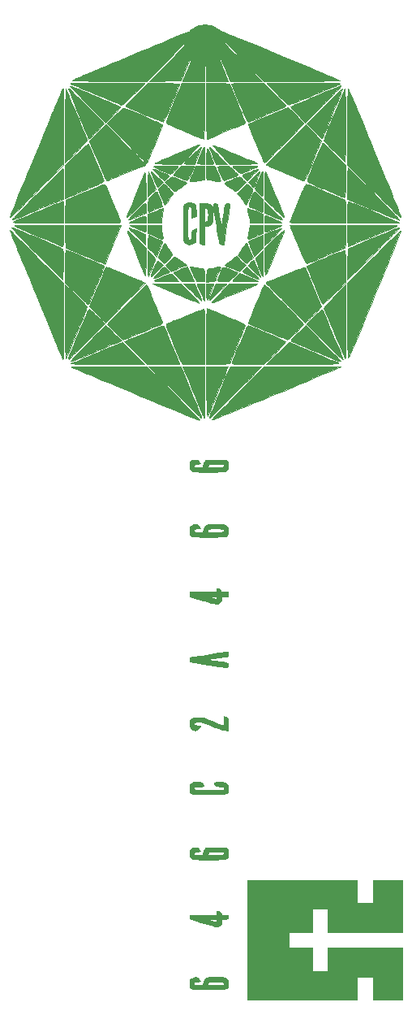
<source format=gts>
G04 #@! TF.FileFunction,Soldermask,Top*
%FSLAX46Y46*%
G04 Gerber Fmt 4.6, Leading zero omitted, Abs format (unit mm)*
G04 Created by KiCad (PCBNEW 4.0.5) date Saturday, July 08, 2017 'AMt' 10:08:50 AM*
%MOMM*%
%LPD*%
G01*
G04 APERTURE LIST*
%ADD10C,0.100000*%
%ADD11C,0.010000*%
%ADD12C,4.400000*%
G04 APERTURE END LIST*
D10*
D11*
G36*
X184256864Y-150173952D02*
X184522489Y-150180109D01*
X184706573Y-150193671D01*
X184831839Y-150217337D01*
X184921009Y-150253806D01*
X184994686Y-150304108D01*
X185090698Y-150395550D01*
X185141125Y-150504004D01*
X185159991Y-150672053D01*
X185162000Y-150812108D01*
X185161504Y-150987393D01*
X185151318Y-151126768D01*
X185118392Y-151234344D01*
X185049677Y-151314235D01*
X184932121Y-151370553D01*
X184752677Y-151407412D01*
X184498293Y-151428923D01*
X184155920Y-151439199D01*
X183712510Y-151442354D01*
X183161750Y-151442500D01*
X182644099Y-151442081D01*
X182238423Y-151440146D01*
X181929697Y-151435676D01*
X181702898Y-151427652D01*
X181543002Y-151415056D01*
X181434983Y-151396869D01*
X181363818Y-151372073D01*
X181314483Y-151339649D01*
X181288500Y-151315500D01*
X181210339Y-151202692D01*
X181171335Y-151040130D01*
X181161500Y-150812108D01*
X181168575Y-150590551D01*
X181199153Y-150453058D01*
X181267258Y-150357045D01*
X181328813Y-150304108D01*
X181554630Y-150196825D01*
X181742496Y-150172500D01*
X181921093Y-150190491D01*
X182036141Y-150267018D01*
X182114817Y-150378875D01*
X182240767Y-150585250D01*
X181955421Y-150619886D01*
X181707147Y-150671262D01*
X181578989Y-150749638D01*
X181572936Y-150853433D01*
X181603766Y-150900058D01*
X181701448Y-150959546D01*
X181884514Y-150990675D01*
X182113414Y-150998000D01*
X182541778Y-150998000D01*
X182562159Y-150846043D01*
X183066500Y-150846043D01*
X183066500Y-150998000D01*
X183885206Y-150998000D01*
X184228144Y-150995888D01*
X184464580Y-150987911D01*
X184614965Y-150971610D01*
X184699751Y-150944520D01*
X184739391Y-150904183D01*
X184743551Y-150894701D01*
X184762932Y-150783296D01*
X184712624Y-150704652D01*
X184578910Y-150653952D01*
X184348073Y-150626378D01*
X184006396Y-150617111D01*
X183952918Y-150617000D01*
X183599664Y-150619941D01*
X183354183Y-150632066D01*
X183197322Y-150658324D01*
X183109923Y-150703665D01*
X183072831Y-150773038D01*
X183066500Y-150846043D01*
X182562159Y-150846043D01*
X182577962Y-150728224D01*
X182661985Y-150459632D01*
X182780364Y-150315474D01*
X182852594Y-150259884D01*
X182933565Y-150220907D01*
X183045955Y-150195614D01*
X183212442Y-150181075D01*
X183455706Y-150174358D01*
X183798425Y-150172535D01*
X183886977Y-150172500D01*
X184256864Y-150173952D01*
X184256864Y-150173952D01*
G37*
X184256864Y-150173952D02*
X184522489Y-150180109D01*
X184706573Y-150193671D01*
X184831839Y-150217337D01*
X184921009Y-150253806D01*
X184994686Y-150304108D01*
X185090698Y-150395550D01*
X185141125Y-150504004D01*
X185159991Y-150672053D01*
X185162000Y-150812108D01*
X185161504Y-150987393D01*
X185151318Y-151126768D01*
X185118392Y-151234344D01*
X185049677Y-151314235D01*
X184932121Y-151370553D01*
X184752677Y-151407412D01*
X184498293Y-151428923D01*
X184155920Y-151439199D01*
X183712510Y-151442354D01*
X183161750Y-151442500D01*
X182644099Y-151442081D01*
X182238423Y-151440146D01*
X181929697Y-151435676D01*
X181702898Y-151427652D01*
X181543002Y-151415056D01*
X181434983Y-151396869D01*
X181363818Y-151372073D01*
X181314483Y-151339649D01*
X181288500Y-151315500D01*
X181210339Y-151202692D01*
X181171335Y-151040130D01*
X181161500Y-150812108D01*
X181168575Y-150590551D01*
X181199153Y-150453058D01*
X181267258Y-150357045D01*
X181328813Y-150304108D01*
X181554630Y-150196825D01*
X181742496Y-150172500D01*
X181921093Y-150190491D01*
X182036141Y-150267018D01*
X182114817Y-150378875D01*
X182240767Y-150585250D01*
X181955421Y-150619886D01*
X181707147Y-150671262D01*
X181578989Y-150749638D01*
X181572936Y-150853433D01*
X181603766Y-150900058D01*
X181701448Y-150959546D01*
X181884514Y-150990675D01*
X182113414Y-150998000D01*
X182541778Y-150998000D01*
X182562159Y-150846043D01*
X183066500Y-150846043D01*
X183066500Y-150998000D01*
X183885206Y-150998000D01*
X184228144Y-150995888D01*
X184464580Y-150987911D01*
X184614965Y-150971610D01*
X184699751Y-150944520D01*
X184739391Y-150904183D01*
X184743551Y-150894701D01*
X184762932Y-150783296D01*
X184712624Y-150704652D01*
X184578910Y-150653952D01*
X184348073Y-150626378D01*
X184006396Y-150617111D01*
X183952918Y-150617000D01*
X183599664Y-150619941D01*
X183354183Y-150632066D01*
X183197322Y-150658324D01*
X183109923Y-150703665D01*
X183072831Y-150773038D01*
X183066500Y-150846043D01*
X182562159Y-150846043D01*
X182577962Y-150728224D01*
X182661985Y-150459632D01*
X182780364Y-150315474D01*
X182852594Y-150259884D01*
X182933565Y-150220907D01*
X183045955Y-150195614D01*
X183212442Y-150181075D01*
X183455706Y-150174358D01*
X183798425Y-150172535D01*
X183886977Y-150172500D01*
X184256864Y-150173952D01*
G36*
X184117651Y-143292472D02*
X184270530Y-143390551D01*
X184394029Y-143505730D01*
X184431528Y-143567803D01*
X184475441Y-143643037D01*
X184567903Y-143681722D01*
X184742535Y-143694880D01*
X184821052Y-143695500D01*
X185170046Y-143695500D01*
X185150148Y-143901875D01*
X185131577Y-144022352D01*
X185083360Y-144086000D01*
X184971585Y-144114472D01*
X184796875Y-144127443D01*
X184602610Y-144143398D01*
X184503410Y-144174315D01*
X184467380Y-144238372D01*
X184462632Y-144317943D01*
X184435963Y-144572605D01*
X184347924Y-144740937D01*
X184187936Y-144852603D01*
X184116493Y-144882674D01*
X184040852Y-144898997D01*
X183943586Y-144898254D01*
X183807268Y-144877128D01*
X183614470Y-144832301D01*
X183347767Y-144760455D01*
X182989729Y-144658272D01*
X182653009Y-144560380D01*
X182258476Y-144444088D01*
X181902972Y-144336934D01*
X181605400Y-144244808D01*
X181384664Y-144173602D01*
X181379451Y-144171750D01*
X182971250Y-144171750D01*
X183447500Y-144303690D01*
X183686475Y-144368409D01*
X183829652Y-144399107D01*
X183903438Y-144396339D01*
X183934237Y-144360656D01*
X183944755Y-144314112D01*
X183949133Y-144199700D01*
X183936528Y-144163361D01*
X183863385Y-144151569D01*
X183697332Y-144147441D01*
X183472268Y-144151687D01*
X183439272Y-144152938D01*
X182971250Y-144171750D01*
X181379451Y-144171750D01*
X181259669Y-144129204D01*
X181240875Y-144120377D01*
X181183398Y-144024896D01*
X181161500Y-143882252D01*
X181161500Y-143695500D01*
X183955500Y-143695500D01*
X183955500Y-143473250D01*
X183964278Y-143326266D01*
X183985858Y-143252889D01*
X183990403Y-143251000D01*
X184117651Y-143292472D01*
X184117651Y-143292472D01*
G37*
X184117651Y-143292472D02*
X184270530Y-143390551D01*
X184394029Y-143505730D01*
X184431528Y-143567803D01*
X184475441Y-143643037D01*
X184567903Y-143681722D01*
X184742535Y-143694880D01*
X184821052Y-143695500D01*
X185170046Y-143695500D01*
X185150148Y-143901875D01*
X185131577Y-144022352D01*
X185083360Y-144086000D01*
X184971585Y-144114472D01*
X184796875Y-144127443D01*
X184602610Y-144143398D01*
X184503410Y-144174315D01*
X184467380Y-144238372D01*
X184462632Y-144317943D01*
X184435963Y-144572605D01*
X184347924Y-144740937D01*
X184187936Y-144852603D01*
X184116493Y-144882674D01*
X184040852Y-144898997D01*
X183943586Y-144898254D01*
X183807268Y-144877128D01*
X183614470Y-144832301D01*
X183347767Y-144760455D01*
X182989729Y-144658272D01*
X182653009Y-144560380D01*
X182258476Y-144444088D01*
X181902972Y-144336934D01*
X181605400Y-144244808D01*
X181384664Y-144173602D01*
X181379451Y-144171750D01*
X182971250Y-144171750D01*
X183447500Y-144303690D01*
X183686475Y-144368409D01*
X183829652Y-144399107D01*
X183903438Y-144396339D01*
X183934237Y-144360656D01*
X183944755Y-144314112D01*
X183949133Y-144199700D01*
X183936528Y-144163361D01*
X183863385Y-144151569D01*
X183697332Y-144147441D01*
X183472268Y-144151687D01*
X183439272Y-144152938D01*
X182971250Y-144171750D01*
X181379451Y-144171750D01*
X181259669Y-144129204D01*
X181240875Y-144120377D01*
X181183398Y-144024896D01*
X181161500Y-143882252D01*
X181161500Y-143695500D01*
X183955500Y-143695500D01*
X183955500Y-143473250D01*
X183964278Y-143326266D01*
X183985858Y-143252889D01*
X183990403Y-143251000D01*
X184117651Y-143292472D01*
G36*
X184345677Y-136649706D02*
X184661336Y-136663360D01*
X184883082Y-136696263D01*
X185027444Y-136756715D01*
X185110952Y-136853016D01*
X185150134Y-136993469D01*
X185161521Y-137186374D01*
X185161999Y-137270931D01*
X185152268Y-137500964D01*
X185114621Y-137648741D01*
X185036380Y-137758087D01*
X185015032Y-137778931D01*
X184967258Y-137820075D01*
X184911796Y-137852113D01*
X184833294Y-137876182D01*
X184716399Y-137893420D01*
X184545759Y-137904967D01*
X184306021Y-137911959D01*
X183981832Y-137915536D01*
X183557840Y-137916835D01*
X183152851Y-137917000D01*
X182642129Y-137916784D01*
X182243159Y-137915331D01*
X181940691Y-137911431D01*
X181719479Y-137903875D01*
X181564272Y-137891455D01*
X181459824Y-137872959D01*
X181390884Y-137847181D01*
X181342205Y-137812909D01*
X181299568Y-137770032D01*
X181211447Y-137640647D01*
X181169840Y-137468125D01*
X181161500Y-137273101D01*
X181195564Y-136976855D01*
X181303347Y-136780152D01*
X181493230Y-136673632D01*
X181722151Y-136647000D01*
X181905142Y-136660991D01*
X182018941Y-136722769D01*
X182114800Y-136853375D01*
X182240733Y-137059750D01*
X181960176Y-137078897D01*
X181731391Y-137119873D01*
X181595939Y-137198614D01*
X181566588Y-137304363D01*
X181606000Y-137377250D01*
X181705563Y-137435251D01*
X181895948Y-137465655D01*
X182121775Y-137472500D01*
X183058064Y-137472500D01*
X183848256Y-137472500D01*
X184197733Y-137469278D01*
X184440592Y-137458133D01*
X184597088Y-137436846D01*
X184687475Y-137403196D01*
X184717500Y-137377250D01*
X184764305Y-137276157D01*
X184715940Y-137184870D01*
X184658470Y-137142882D01*
X184555157Y-137116261D01*
X184384285Y-137102976D01*
X184124141Y-137100998D01*
X183866789Y-137105495D01*
X183098250Y-137123250D01*
X183058064Y-137472500D01*
X182121775Y-137472500D01*
X182351694Y-137469782D01*
X182482476Y-137455287D01*
X182541963Y-137419496D01*
X182557998Y-137352893D01*
X182558500Y-137323225D01*
X182589040Y-137102796D01*
X182667003Y-136892429D01*
X182771899Y-136741173D01*
X182815004Y-136709159D01*
X182916683Y-136687635D01*
X183120297Y-136669342D01*
X183400797Y-136655691D01*
X183733129Y-136648092D01*
X183919575Y-136647000D01*
X184345677Y-136649706D01*
X184345677Y-136649706D01*
G37*
X184345677Y-136649706D02*
X184661336Y-136663360D01*
X184883082Y-136696263D01*
X185027444Y-136756715D01*
X185110952Y-136853016D01*
X185150134Y-136993469D01*
X185161521Y-137186374D01*
X185161999Y-137270931D01*
X185152268Y-137500964D01*
X185114621Y-137648741D01*
X185036380Y-137758087D01*
X185015032Y-137778931D01*
X184967258Y-137820075D01*
X184911796Y-137852113D01*
X184833294Y-137876182D01*
X184716399Y-137893420D01*
X184545759Y-137904967D01*
X184306021Y-137911959D01*
X183981832Y-137915536D01*
X183557840Y-137916835D01*
X183152851Y-137917000D01*
X182642129Y-137916784D01*
X182243159Y-137915331D01*
X181940691Y-137911431D01*
X181719479Y-137903875D01*
X181564272Y-137891455D01*
X181459824Y-137872959D01*
X181390884Y-137847181D01*
X181342205Y-137812909D01*
X181299568Y-137770032D01*
X181211447Y-137640647D01*
X181169840Y-137468125D01*
X181161500Y-137273101D01*
X181195564Y-136976855D01*
X181303347Y-136780152D01*
X181493230Y-136673632D01*
X181722151Y-136647000D01*
X181905142Y-136660991D01*
X182018941Y-136722769D01*
X182114800Y-136853375D01*
X182240733Y-137059750D01*
X181960176Y-137078897D01*
X181731391Y-137119873D01*
X181595939Y-137198614D01*
X181566588Y-137304363D01*
X181606000Y-137377250D01*
X181705563Y-137435251D01*
X181895948Y-137465655D01*
X182121775Y-137472500D01*
X183058064Y-137472500D01*
X183848256Y-137472500D01*
X184197733Y-137469278D01*
X184440592Y-137458133D01*
X184597088Y-137436846D01*
X184687475Y-137403196D01*
X184717500Y-137377250D01*
X184764305Y-137276157D01*
X184715940Y-137184870D01*
X184658470Y-137142882D01*
X184555157Y-137116261D01*
X184384285Y-137102976D01*
X184124141Y-137100998D01*
X183866789Y-137105495D01*
X183098250Y-137123250D01*
X183058064Y-137472500D01*
X182121775Y-137472500D01*
X182351694Y-137469782D01*
X182482476Y-137455287D01*
X182541963Y-137419496D01*
X182557998Y-137352893D01*
X182558500Y-137323225D01*
X182589040Y-137102796D01*
X182667003Y-136892429D01*
X182771899Y-136741173D01*
X182815004Y-136709159D01*
X182916683Y-136687635D01*
X183120297Y-136669342D01*
X183400797Y-136655691D01*
X183733129Y-136648092D01*
X183919575Y-136647000D01*
X184345677Y-136649706D01*
G36*
X184551948Y-129857206D02*
X184745631Y-129875287D01*
X184878434Y-129912679D01*
X184983312Y-129975321D01*
X184994686Y-129984108D01*
X185090698Y-130075550D01*
X185141125Y-130184004D01*
X185159991Y-130352053D01*
X185162000Y-130492108D01*
X185161504Y-130667393D01*
X185151318Y-130806768D01*
X185118392Y-130914344D01*
X185049677Y-130994235D01*
X184932121Y-131050553D01*
X184752677Y-131087412D01*
X184498293Y-131108923D01*
X184155920Y-131119199D01*
X183712510Y-131122354D01*
X183161750Y-131122500D01*
X182644099Y-131122081D01*
X182238423Y-131120146D01*
X181929697Y-131115676D01*
X181702898Y-131107652D01*
X181543002Y-131095056D01*
X181434983Y-131076869D01*
X181363818Y-131052073D01*
X181314483Y-131019649D01*
X181288500Y-130995500D01*
X181210339Y-130882692D01*
X181171335Y-130720130D01*
X181161500Y-130492108D01*
X181168575Y-130270551D01*
X181199153Y-130133058D01*
X181267258Y-130037045D01*
X181328813Y-129984108D01*
X181450551Y-129910438D01*
X181605470Y-129869681D01*
X181832142Y-129853741D01*
X181956038Y-129852500D01*
X182224183Y-129860230D01*
X182395377Y-129892856D01*
X182499212Y-129964529D01*
X182565281Y-130089402D01*
X182586757Y-130154125D01*
X182602952Y-130226942D01*
X182579799Y-130269555D01*
X182493032Y-130290047D01*
X182318381Y-130296502D01*
X182157804Y-130297000D01*
X181837319Y-130314303D01*
X181635842Y-130365785D01*
X181554613Y-130450805D01*
X181594869Y-130568721D01*
X181606000Y-130582750D01*
X181649846Y-130613866D01*
X181733154Y-130637606D01*
X181870994Y-130654893D01*
X182078438Y-130666649D01*
X182370558Y-130673798D01*
X182762425Y-130677261D01*
X183161750Y-130678000D01*
X183645119Y-130676837D01*
X184016576Y-130672734D01*
X184291193Y-130664769D01*
X184484040Y-130652018D01*
X184610190Y-130633558D01*
X184684714Y-130608467D01*
X184717500Y-130582750D01*
X184766186Y-130463134D01*
X184698225Y-130372191D01*
X184521782Y-130315119D01*
X184268825Y-130297000D01*
X184046710Y-130288896D01*
X183911921Y-130256736D01*
X183825382Y-130188749D01*
X183800350Y-130155870D01*
X183719096Y-130022955D01*
X183706893Y-129935338D01*
X183777770Y-129883846D01*
X183945760Y-129859307D01*
X184224893Y-129852551D01*
X184264436Y-129852500D01*
X184551948Y-129857206D01*
X184551948Y-129857206D01*
G37*
X184551948Y-129857206D02*
X184745631Y-129875287D01*
X184878434Y-129912679D01*
X184983312Y-129975321D01*
X184994686Y-129984108D01*
X185090698Y-130075550D01*
X185141125Y-130184004D01*
X185159991Y-130352053D01*
X185162000Y-130492108D01*
X185161504Y-130667393D01*
X185151318Y-130806768D01*
X185118392Y-130914344D01*
X185049677Y-130994235D01*
X184932121Y-131050553D01*
X184752677Y-131087412D01*
X184498293Y-131108923D01*
X184155920Y-131119199D01*
X183712510Y-131122354D01*
X183161750Y-131122500D01*
X182644099Y-131122081D01*
X182238423Y-131120146D01*
X181929697Y-131115676D01*
X181702898Y-131107652D01*
X181543002Y-131095056D01*
X181434983Y-131076869D01*
X181363818Y-131052073D01*
X181314483Y-131019649D01*
X181288500Y-130995500D01*
X181210339Y-130882692D01*
X181171335Y-130720130D01*
X181161500Y-130492108D01*
X181168575Y-130270551D01*
X181199153Y-130133058D01*
X181267258Y-130037045D01*
X181328813Y-129984108D01*
X181450551Y-129910438D01*
X181605470Y-129869681D01*
X181832142Y-129853741D01*
X181956038Y-129852500D01*
X182224183Y-129860230D01*
X182395377Y-129892856D01*
X182499212Y-129964529D01*
X182565281Y-130089402D01*
X182586757Y-130154125D01*
X182602952Y-130226942D01*
X182579799Y-130269555D01*
X182493032Y-130290047D01*
X182318381Y-130296502D01*
X182157804Y-130297000D01*
X181837319Y-130314303D01*
X181635842Y-130365785D01*
X181554613Y-130450805D01*
X181594869Y-130568721D01*
X181606000Y-130582750D01*
X181649846Y-130613866D01*
X181733154Y-130637606D01*
X181870994Y-130654893D01*
X182078438Y-130666649D01*
X182370558Y-130673798D01*
X182762425Y-130677261D01*
X183161750Y-130678000D01*
X183645119Y-130676837D01*
X184016576Y-130672734D01*
X184291193Y-130664769D01*
X184484040Y-130652018D01*
X184610190Y-130633558D01*
X184684714Y-130608467D01*
X184717500Y-130582750D01*
X184766186Y-130463134D01*
X184698225Y-130372191D01*
X184521782Y-130315119D01*
X184268825Y-130297000D01*
X184046710Y-130288896D01*
X183911921Y-130256736D01*
X183825382Y-130188749D01*
X183800350Y-130155870D01*
X183719096Y-130022955D01*
X183706893Y-129935338D01*
X183777770Y-129883846D01*
X183945760Y-129859307D01*
X184224893Y-129852551D01*
X184264436Y-129852500D01*
X184551948Y-129857206D01*
G36*
X184827331Y-123020895D02*
X184962379Y-123085071D01*
X184974653Y-123091380D01*
X185161999Y-123188261D01*
X185162000Y-123830676D01*
X185162000Y-124473091D01*
X184778285Y-124432985D01*
X184519067Y-124383504D01*
X184183438Y-124279307D01*
X183758605Y-124116125D01*
X183492410Y-124004053D01*
X183095734Y-123837907D01*
X182786184Y-123720905D01*
X182537634Y-123644723D01*
X182323957Y-123601036D01*
X182177500Y-123585062D01*
X181868489Y-123584010D01*
X181663968Y-123631885D01*
X181569312Y-123726425D01*
X181577587Y-123837550D01*
X181641131Y-123908706D01*
X181780031Y-123941645D01*
X181926990Y-123947000D01*
X182234393Y-123947000D01*
X182166404Y-124142034D01*
X182042236Y-124323751D01*
X181846629Y-124434502D01*
X181712991Y-124452514D01*
X181606186Y-124426926D01*
X181450098Y-124368307D01*
X181440878Y-124364325D01*
X181298504Y-124283971D01*
X181213742Y-124174769D01*
X181172710Y-124004910D01*
X181161525Y-123742585D01*
X181161500Y-123724165D01*
X181170699Y-123512857D01*
X181209868Y-123380486D01*
X181296359Y-123279614D01*
X181336124Y-123246824D01*
X181427333Y-123183753D01*
X181526465Y-123145573D01*
X181663814Y-123128233D01*
X181869671Y-123127680D01*
X182145750Y-123138522D01*
X182398097Y-123152312D01*
X182598055Y-123172573D01*
X182776754Y-123208032D01*
X182965326Y-123267416D01*
X183194901Y-123359452D01*
X183496611Y-123492866D01*
X183638000Y-123556840D01*
X183948631Y-123694466D01*
X184224733Y-123810777D01*
X184442750Y-123896299D01*
X184579126Y-123941559D01*
X184606375Y-123946283D01*
X184663691Y-123930567D01*
X184697353Y-123865546D01*
X184713306Y-123725786D01*
X184717492Y-123485853D01*
X184717500Y-123470750D01*
X184721774Y-123243091D01*
X184733079Y-123074687D01*
X184749142Y-122996576D01*
X184752403Y-122994500D01*
X184827331Y-123020895D01*
X184827331Y-123020895D01*
G37*
X184827331Y-123020895D02*
X184962379Y-123085071D01*
X184974653Y-123091380D01*
X185161999Y-123188261D01*
X185162000Y-123830676D01*
X185162000Y-124473091D01*
X184778285Y-124432985D01*
X184519067Y-124383504D01*
X184183438Y-124279307D01*
X183758605Y-124116125D01*
X183492410Y-124004053D01*
X183095734Y-123837907D01*
X182786184Y-123720905D01*
X182537634Y-123644723D01*
X182323957Y-123601036D01*
X182177500Y-123585062D01*
X181868489Y-123584010D01*
X181663968Y-123631885D01*
X181569312Y-123726425D01*
X181577587Y-123837550D01*
X181641131Y-123908706D01*
X181780031Y-123941645D01*
X181926990Y-123947000D01*
X182234393Y-123947000D01*
X182166404Y-124142034D01*
X182042236Y-124323751D01*
X181846629Y-124434502D01*
X181712991Y-124452514D01*
X181606186Y-124426926D01*
X181450098Y-124368307D01*
X181440878Y-124364325D01*
X181298504Y-124283971D01*
X181213742Y-124174769D01*
X181172710Y-124004910D01*
X181161525Y-123742585D01*
X181161500Y-123724165D01*
X181170699Y-123512857D01*
X181209868Y-123380486D01*
X181296359Y-123279614D01*
X181336124Y-123246824D01*
X181427333Y-123183753D01*
X181526465Y-123145573D01*
X181663814Y-123128233D01*
X181869671Y-123127680D01*
X182145750Y-123138522D01*
X182398097Y-123152312D01*
X182598055Y-123172573D01*
X182776754Y-123208032D01*
X182965326Y-123267416D01*
X183194901Y-123359452D01*
X183496611Y-123492866D01*
X183638000Y-123556840D01*
X183948631Y-123694466D01*
X184224733Y-123810777D01*
X184442750Y-123896299D01*
X184579126Y-123941559D01*
X184606375Y-123946283D01*
X184663691Y-123930567D01*
X184697353Y-123865546D01*
X184713306Y-123725786D01*
X184717492Y-123485853D01*
X184717500Y-123470750D01*
X184721774Y-123243091D01*
X184733079Y-123074687D01*
X184749142Y-122996576D01*
X184752403Y-122994500D01*
X184827331Y-123020895D01*
G36*
X185137049Y-116319825D02*
X185160296Y-116460536D01*
X185162000Y-116517500D01*
X185148928Y-116688442D01*
X185101177Y-116764089D01*
X185050875Y-116776121D01*
X184890985Y-116789219D01*
X184658048Y-116816476D01*
X184375409Y-116854252D01*
X184066413Y-116898910D01*
X183754404Y-116946811D01*
X183462726Y-116994319D01*
X183214724Y-117037793D01*
X183033743Y-117073597D01*
X182943127Y-117098093D01*
X182939500Y-117105165D01*
X183035331Y-117125791D01*
X183230900Y-117157068D01*
X183499775Y-117195107D01*
X183815531Y-117236015D01*
X183892000Y-117245419D01*
X184322526Y-117297554D01*
X184643268Y-117338028D01*
X184870300Y-117372185D01*
X185019692Y-117405367D01*
X185107519Y-117442916D01*
X185149853Y-117490176D01*
X185162767Y-117552489D01*
X185162333Y-117635198D01*
X185162000Y-117667566D01*
X185149724Y-117832114D01*
X185103827Y-117900662D01*
X185050875Y-117907757D01*
X184961932Y-117896667D01*
X184764028Y-117868548D01*
X184473696Y-117825863D01*
X184107471Y-117771074D01*
X183681887Y-117706642D01*
X183213479Y-117635027D01*
X183050625Y-117609976D01*
X181161500Y-117318937D01*
X181161500Y-117112466D01*
X181174986Y-116961751D01*
X181207688Y-116877702D01*
X181210104Y-116875956D01*
X181280367Y-116860364D01*
X181457425Y-116828676D01*
X181722509Y-116783852D01*
X182056850Y-116728849D01*
X182441680Y-116666626D01*
X182858231Y-116600141D01*
X183287735Y-116532354D01*
X183711424Y-116466224D01*
X184110528Y-116404707D01*
X184466280Y-116350764D01*
X184759912Y-116307354D01*
X184972654Y-116277433D01*
X185085740Y-116263962D01*
X185095257Y-116263500D01*
X185137049Y-116319825D01*
X185137049Y-116319825D01*
G37*
X185137049Y-116319825D02*
X185160296Y-116460536D01*
X185162000Y-116517500D01*
X185148928Y-116688442D01*
X185101177Y-116764089D01*
X185050875Y-116776121D01*
X184890985Y-116789219D01*
X184658048Y-116816476D01*
X184375409Y-116854252D01*
X184066413Y-116898910D01*
X183754404Y-116946811D01*
X183462726Y-116994319D01*
X183214724Y-117037793D01*
X183033743Y-117073597D01*
X182943127Y-117098093D01*
X182939500Y-117105165D01*
X183035331Y-117125791D01*
X183230900Y-117157068D01*
X183499775Y-117195107D01*
X183815531Y-117236015D01*
X183892000Y-117245419D01*
X184322526Y-117297554D01*
X184643268Y-117338028D01*
X184870300Y-117372185D01*
X185019692Y-117405367D01*
X185107519Y-117442916D01*
X185149853Y-117490176D01*
X185162767Y-117552489D01*
X185162333Y-117635198D01*
X185162000Y-117667566D01*
X185149724Y-117832114D01*
X185103827Y-117900662D01*
X185050875Y-117907757D01*
X184961932Y-117896667D01*
X184764028Y-117868548D01*
X184473696Y-117825863D01*
X184107471Y-117771074D01*
X183681887Y-117706642D01*
X183213479Y-117635027D01*
X183050625Y-117609976D01*
X181161500Y-117318937D01*
X181161500Y-117112466D01*
X181174986Y-116961751D01*
X181207688Y-116877702D01*
X181210104Y-116875956D01*
X181280367Y-116860364D01*
X181457425Y-116828676D01*
X181722509Y-116783852D01*
X182056850Y-116728849D01*
X182441680Y-116666626D01*
X182858231Y-116600141D01*
X183287735Y-116532354D01*
X183711424Y-116466224D01*
X184110528Y-116404707D01*
X184466280Y-116350764D01*
X184759912Y-116307354D01*
X184972654Y-116277433D01*
X185085740Y-116263962D01*
X185095257Y-116263500D01*
X185137049Y-116319825D01*
G36*
X184169463Y-109699250D02*
X184321655Y-109793714D01*
X184415140Y-109905712D01*
X184420423Y-109921240D01*
X184460555Y-109991281D01*
X184554882Y-110027613D01*
X184735026Y-110039995D01*
X184806805Y-110040500D01*
X185162000Y-110040500D01*
X185162000Y-110485000D01*
X184463500Y-110485000D01*
X184463500Y-110702056D01*
X184452259Y-110882717D01*
X184425108Y-111019081D01*
X184424054Y-111021905D01*
X184336026Y-111126068D01*
X184182052Y-111228371D01*
X184019181Y-111295297D01*
X183942778Y-111304672D01*
X183859864Y-111285625D01*
X183674117Y-111235593D01*
X183404406Y-111159898D01*
X183069598Y-111063863D01*
X182688559Y-110952812D01*
X182526750Y-110905180D01*
X181193250Y-110511514D01*
X181191818Y-110494397D01*
X182844250Y-110494397D01*
X183320500Y-110641790D01*
X183603223Y-110727568D01*
X183786499Y-110774730D01*
X183891846Y-110783343D01*
X183940783Y-110753473D01*
X183954829Y-110685185D01*
X183955500Y-110643750D01*
X183950901Y-110567796D01*
X183920581Y-110521262D01*
X183839757Y-110497277D01*
X183683646Y-110488969D01*
X183427462Y-110489467D01*
X183399875Y-110489698D01*
X182844250Y-110494397D01*
X181191818Y-110494397D01*
X181173541Y-110276007D01*
X181153834Y-110040500D01*
X183955500Y-110040500D01*
X183955500Y-109850000D01*
X183973031Y-109716230D01*
X184015271Y-109659514D01*
X184016012Y-109659500D01*
X184169463Y-109699250D01*
X184169463Y-109699250D01*
G37*
X184169463Y-109699250D02*
X184321655Y-109793714D01*
X184415140Y-109905712D01*
X184420423Y-109921240D01*
X184460555Y-109991281D01*
X184554882Y-110027613D01*
X184735026Y-110039995D01*
X184806805Y-110040500D01*
X185162000Y-110040500D01*
X185162000Y-110485000D01*
X184463500Y-110485000D01*
X184463500Y-110702056D01*
X184452259Y-110882717D01*
X184425108Y-111019081D01*
X184424054Y-111021905D01*
X184336026Y-111126068D01*
X184182052Y-111228371D01*
X184019181Y-111295297D01*
X183942778Y-111304672D01*
X183859864Y-111285625D01*
X183674117Y-111235593D01*
X183404406Y-111159898D01*
X183069598Y-111063863D01*
X182688559Y-110952812D01*
X182526750Y-110905180D01*
X181193250Y-110511514D01*
X181191818Y-110494397D01*
X182844250Y-110494397D01*
X183320500Y-110641790D01*
X183603223Y-110727568D01*
X183786499Y-110774730D01*
X183891846Y-110783343D01*
X183940783Y-110753473D01*
X183954829Y-110685185D01*
X183955500Y-110643750D01*
X183950901Y-110567796D01*
X183920581Y-110521262D01*
X183839757Y-110497277D01*
X183683646Y-110488969D01*
X183427462Y-110489467D01*
X183399875Y-110489698D01*
X182844250Y-110494397D01*
X181191818Y-110494397D01*
X181173541Y-110276007D01*
X181153834Y-110040500D01*
X183955500Y-110040500D01*
X183955500Y-109850000D01*
X183973031Y-109716230D01*
X184015271Y-109659514D01*
X184016012Y-109659500D01*
X184169463Y-109699250D01*
G36*
X184256864Y-102993452D02*
X184522489Y-102999609D01*
X184706573Y-103013171D01*
X184831839Y-103036837D01*
X184921009Y-103073306D01*
X184994686Y-103123608D01*
X185091566Y-103216280D01*
X185141957Y-103326588D01*
X185160314Y-103497817D01*
X185161999Y-103624574D01*
X185144686Y-103892405D01*
X185086999Y-104074167D01*
X185040697Y-104143840D01*
X184919394Y-104293750D01*
X183246822Y-104307128D01*
X182791806Y-104308603D01*
X182373253Y-104305856D01*
X182009603Y-104299334D01*
X181719301Y-104289486D01*
X181520788Y-104276760D01*
X181435526Y-104263085D01*
X181287146Y-104157950D01*
X181199236Y-103979229D01*
X181163370Y-103706658D01*
X181161500Y-103604033D01*
X181170268Y-103389453D01*
X181207139Y-103255771D01*
X181287963Y-103157479D01*
X181328813Y-103123608D01*
X181554630Y-103016325D01*
X181742496Y-102992000D01*
X181921093Y-103009991D01*
X182036141Y-103086518D01*
X182114817Y-103198375D01*
X182240767Y-103404750D01*
X181955421Y-103439386D01*
X181712941Y-103489007D01*
X181587077Y-103568126D01*
X181569656Y-103682654D01*
X181578962Y-103711631D01*
X181625521Y-103768617D01*
X181728632Y-103801363D01*
X181915176Y-103815543D01*
X182080682Y-103817500D01*
X182541778Y-103817500D01*
X182562159Y-103665543D01*
X183066500Y-103665543D01*
X183066500Y-103817500D01*
X183893992Y-103817500D01*
X184238483Y-103815472D01*
X184476460Y-103807749D01*
X184628367Y-103791869D01*
X184714650Y-103765371D01*
X184755754Y-103725794D01*
X184761560Y-103713067D01*
X184767175Y-103601117D01*
X184679569Y-103520439D01*
X184490034Y-103468182D01*
X184189863Y-103441495D01*
X183916806Y-103436500D01*
X183571669Y-103439743D01*
X183333958Y-103452973D01*
X183184186Y-103481437D01*
X183102867Y-103530386D01*
X183070514Y-103605067D01*
X183066500Y-103665543D01*
X182562159Y-103665543D01*
X182577962Y-103547724D01*
X182661985Y-103279132D01*
X182780364Y-103134974D01*
X182852594Y-103079384D01*
X182933565Y-103040407D01*
X183045955Y-103015114D01*
X183212442Y-103000575D01*
X183455706Y-102993858D01*
X183798425Y-102992035D01*
X183886977Y-102992000D01*
X184256864Y-102993452D01*
X184256864Y-102993452D01*
G37*
X184256864Y-102993452D02*
X184522489Y-102999609D01*
X184706573Y-103013171D01*
X184831839Y-103036837D01*
X184921009Y-103073306D01*
X184994686Y-103123608D01*
X185091566Y-103216280D01*
X185141957Y-103326588D01*
X185160314Y-103497817D01*
X185161999Y-103624574D01*
X185144686Y-103892405D01*
X185086999Y-104074167D01*
X185040697Y-104143840D01*
X184919394Y-104293750D01*
X183246822Y-104307128D01*
X182791806Y-104308603D01*
X182373253Y-104305856D01*
X182009603Y-104299334D01*
X181719301Y-104289486D01*
X181520788Y-104276760D01*
X181435526Y-104263085D01*
X181287146Y-104157950D01*
X181199236Y-103979229D01*
X181163370Y-103706658D01*
X181161500Y-103604033D01*
X181170268Y-103389453D01*
X181207139Y-103255771D01*
X181287963Y-103157479D01*
X181328813Y-103123608D01*
X181554630Y-103016325D01*
X181742496Y-102992000D01*
X181921093Y-103009991D01*
X182036141Y-103086518D01*
X182114817Y-103198375D01*
X182240767Y-103404750D01*
X181955421Y-103439386D01*
X181712941Y-103489007D01*
X181587077Y-103568126D01*
X181569656Y-103682654D01*
X181578962Y-103711631D01*
X181625521Y-103768617D01*
X181728632Y-103801363D01*
X181915176Y-103815543D01*
X182080682Y-103817500D01*
X182541778Y-103817500D01*
X182562159Y-103665543D01*
X183066500Y-103665543D01*
X183066500Y-103817500D01*
X183893992Y-103817500D01*
X184238483Y-103815472D01*
X184476460Y-103807749D01*
X184628367Y-103791869D01*
X184714650Y-103765371D01*
X184755754Y-103725794D01*
X184761560Y-103713067D01*
X184767175Y-103601117D01*
X184679569Y-103520439D01*
X184490034Y-103468182D01*
X184189863Y-103441495D01*
X183916806Y-103436500D01*
X183571669Y-103439743D01*
X183333958Y-103452973D01*
X183184186Y-103481437D01*
X183102867Y-103530386D01*
X183070514Y-103605067D01*
X183066500Y-103665543D01*
X182562159Y-103665543D01*
X182577962Y-103547724D01*
X182661985Y-103279132D01*
X182780364Y-103134974D01*
X182852594Y-103079384D01*
X182933565Y-103040407D01*
X183045955Y-103015114D01*
X183212442Y-103000575D01*
X183455706Y-102993858D01*
X183798425Y-102992035D01*
X183886977Y-102992000D01*
X184256864Y-102993452D01*
G36*
X184345643Y-96263664D02*
X184661270Y-96277249D01*
X184882991Y-96310144D01*
X185027339Y-96370739D01*
X185110850Y-96467422D01*
X185150057Y-96608584D01*
X185161495Y-96802613D01*
X185161999Y-96891391D01*
X185154924Y-97112948D01*
X185124346Y-97250441D01*
X185056241Y-97346454D01*
X184994686Y-97399391D01*
X184938429Y-97439211D01*
X184872704Y-97470081D01*
X184781692Y-97493136D01*
X184649579Y-97509512D01*
X184460547Y-97520345D01*
X184198780Y-97526769D01*
X183848462Y-97529921D01*
X183393775Y-97530937D01*
X183161749Y-97531000D01*
X182657220Y-97530554D01*
X182263874Y-97528462D01*
X181965893Y-97523587D01*
X181747462Y-97514793D01*
X181592764Y-97500945D01*
X181485983Y-97480906D01*
X181411302Y-97453543D01*
X181352905Y-97417718D01*
X181328813Y-97399391D01*
X181232801Y-97307949D01*
X181182374Y-97199495D01*
X181163508Y-97031446D01*
X181161500Y-96891391D01*
X181184764Y-96598130D01*
X181265305Y-96407328D01*
X181419248Y-96301292D01*
X181662714Y-96262334D01*
X181736065Y-96261000D01*
X181929488Y-96267387D01*
X182038371Y-96300837D01*
X182105051Y-96382778D01*
X182143783Y-96467375D01*
X182230936Y-96673750D01*
X181955277Y-96692897D01*
X181728703Y-96734279D01*
X181594951Y-96813675D01*
X181567071Y-96919939D01*
X181606000Y-96991250D01*
X181705563Y-97049251D01*
X181895948Y-97079655D01*
X182121775Y-97086500D01*
X183058064Y-97086500D01*
X183848256Y-97086500D01*
X184197733Y-97083278D01*
X184440592Y-97072133D01*
X184597088Y-97050846D01*
X184687475Y-97017196D01*
X184717500Y-96991250D01*
X184764305Y-96890157D01*
X184715940Y-96798870D01*
X184658470Y-96756882D01*
X184555157Y-96730261D01*
X184384285Y-96716976D01*
X184124141Y-96714998D01*
X183866789Y-96719495D01*
X183098250Y-96737250D01*
X183058064Y-97086500D01*
X182121775Y-97086500D01*
X182351694Y-97083782D01*
X182482476Y-97069287D01*
X182541963Y-97033496D01*
X182557998Y-96966893D01*
X182558500Y-96937225D01*
X182589040Y-96716796D01*
X182667003Y-96506429D01*
X182771899Y-96355173D01*
X182815004Y-96323159D01*
X182916683Y-96301635D01*
X183120297Y-96283342D01*
X183400797Y-96269691D01*
X183733129Y-96262092D01*
X183919575Y-96261000D01*
X184345643Y-96263664D01*
X184345643Y-96263664D01*
G37*
X184345643Y-96263664D02*
X184661270Y-96277249D01*
X184882991Y-96310144D01*
X185027339Y-96370739D01*
X185110850Y-96467422D01*
X185150057Y-96608584D01*
X185161495Y-96802613D01*
X185161999Y-96891391D01*
X185154924Y-97112948D01*
X185124346Y-97250441D01*
X185056241Y-97346454D01*
X184994686Y-97399391D01*
X184938429Y-97439211D01*
X184872704Y-97470081D01*
X184781692Y-97493136D01*
X184649579Y-97509512D01*
X184460547Y-97520345D01*
X184198780Y-97526769D01*
X183848462Y-97529921D01*
X183393775Y-97530937D01*
X183161749Y-97531000D01*
X182657220Y-97530554D01*
X182263874Y-97528462D01*
X181965893Y-97523587D01*
X181747462Y-97514793D01*
X181592764Y-97500945D01*
X181485983Y-97480906D01*
X181411302Y-97453543D01*
X181352905Y-97417718D01*
X181328813Y-97399391D01*
X181232801Y-97307949D01*
X181182374Y-97199495D01*
X181163508Y-97031446D01*
X181161500Y-96891391D01*
X181184764Y-96598130D01*
X181265305Y-96407328D01*
X181419248Y-96301292D01*
X181662714Y-96262334D01*
X181736065Y-96261000D01*
X181929488Y-96267387D01*
X182038371Y-96300837D01*
X182105051Y-96382778D01*
X182143783Y-96467375D01*
X182230936Y-96673750D01*
X181955277Y-96692897D01*
X181728703Y-96734279D01*
X181594951Y-96813675D01*
X181567071Y-96919939D01*
X181606000Y-96991250D01*
X181705563Y-97049251D01*
X181895948Y-97079655D01*
X182121775Y-97086500D01*
X183058064Y-97086500D01*
X183848256Y-97086500D01*
X184197733Y-97083278D01*
X184440592Y-97072133D01*
X184597088Y-97050846D01*
X184687475Y-97017196D01*
X184717500Y-96991250D01*
X184764305Y-96890157D01*
X184715940Y-96798870D01*
X184658470Y-96756882D01*
X184555157Y-96730261D01*
X184384285Y-96716976D01*
X184124141Y-96714998D01*
X183866789Y-96719495D01*
X183098250Y-96737250D01*
X183058064Y-97086500D01*
X182121775Y-97086500D01*
X182351694Y-97083782D01*
X182482476Y-97069287D01*
X182541963Y-97033496D01*
X182557998Y-96966893D01*
X182558500Y-96937225D01*
X182589040Y-96716796D01*
X182667003Y-96506429D01*
X182771899Y-96355173D01*
X182815004Y-96323159D01*
X182916683Y-96301635D01*
X183120297Y-96283342D01*
X183400797Y-96269691D01*
X183733129Y-96262092D01*
X183919575Y-96261000D01*
X184345643Y-96263664D01*
G36*
X179205667Y-89053125D02*
X179801885Y-89652996D01*
X180314439Y-90169160D01*
X180749297Y-90607883D01*
X181112428Y-90975432D01*
X181409799Y-91278072D01*
X181647377Y-91522069D01*
X181831132Y-91713691D01*
X181967030Y-91859203D01*
X182061040Y-91964872D01*
X182119129Y-92036963D01*
X182147265Y-92081744D01*
X182151416Y-92105480D01*
X182137550Y-92114438D01*
X182122012Y-92115310D01*
X182044633Y-92091431D01*
X181863134Y-92024044D01*
X181590673Y-91918371D01*
X181240410Y-91779636D01*
X180825503Y-91613062D01*
X180359111Y-91423872D01*
X179854391Y-91217288D01*
X179712000Y-91158690D01*
X178818697Y-90790429D01*
X177917398Y-90418465D01*
X177015969Y-90046068D01*
X176122279Y-89676508D01*
X175244196Y-89313055D01*
X174389589Y-88958980D01*
X173566325Y-88617553D01*
X172782273Y-88292044D01*
X172045300Y-87985723D01*
X171363276Y-87701862D01*
X170744067Y-87443729D01*
X170195543Y-87214595D01*
X169725572Y-87017731D01*
X169342021Y-86856407D01*
X169052759Y-86733893D01*
X168865655Y-86653459D01*
X168790000Y-86619166D01*
X168773013Y-86601726D01*
X168797372Y-86586740D01*
X168871220Y-86574024D01*
X169002700Y-86563394D01*
X169199956Y-86554665D01*
X169471131Y-86547653D01*
X169824369Y-86542174D01*
X170267813Y-86538044D01*
X170809607Y-86535079D01*
X171457894Y-86533094D01*
X172220818Y-86531905D01*
X172663797Y-86531542D01*
X176696345Y-86529000D01*
X179205667Y-89053125D01*
X179205667Y-89053125D01*
G37*
X179205667Y-89053125D02*
X179801885Y-89652996D01*
X180314439Y-90169160D01*
X180749297Y-90607883D01*
X181112428Y-90975432D01*
X181409799Y-91278072D01*
X181647377Y-91522069D01*
X181831132Y-91713691D01*
X181967030Y-91859203D01*
X182061040Y-91964872D01*
X182119129Y-92036963D01*
X182147265Y-92081744D01*
X182151416Y-92105480D01*
X182137550Y-92114438D01*
X182122012Y-92115310D01*
X182044633Y-92091431D01*
X181863134Y-92024044D01*
X181590673Y-91918371D01*
X181240410Y-91779636D01*
X180825503Y-91613062D01*
X180359111Y-91423872D01*
X179854391Y-91217288D01*
X179712000Y-91158690D01*
X178818697Y-90790429D01*
X177917398Y-90418465D01*
X177015969Y-90046068D01*
X176122279Y-89676508D01*
X175244196Y-89313055D01*
X174389589Y-88958980D01*
X173566325Y-88617553D01*
X172782273Y-88292044D01*
X172045300Y-87985723D01*
X171363276Y-87701862D01*
X170744067Y-87443729D01*
X170195543Y-87214595D01*
X169725572Y-87017731D01*
X169342021Y-86856407D01*
X169052759Y-86733893D01*
X168865655Y-86653459D01*
X168790000Y-86619166D01*
X168773013Y-86601726D01*
X168797372Y-86586740D01*
X168871220Y-86574024D01*
X169002700Y-86563394D01*
X169199956Y-86554665D01*
X169471131Y-86547653D01*
X169824369Y-86542174D01*
X170267813Y-86538044D01*
X170809607Y-86535079D01*
X171457894Y-86533094D01*
X172220818Y-86531905D01*
X172663797Y-86531542D01*
X176696345Y-86529000D01*
X179205667Y-89053125D01*
G36*
X193645177Y-86529824D02*
X194302227Y-86532201D01*
X194908241Y-86535988D01*
X195452720Y-86541042D01*
X195925165Y-86547222D01*
X196315077Y-86554382D01*
X196611956Y-86562382D01*
X196805303Y-86571078D01*
X196884620Y-86580327D01*
X196885574Y-86582567D01*
X196821210Y-86612507D01*
X196648496Y-86687093D01*
X196376497Y-86802567D01*
X196014278Y-86955171D01*
X195570905Y-87141150D01*
X195055441Y-87356745D01*
X194476953Y-87598199D01*
X193844505Y-87861754D01*
X193167162Y-88143655D01*
X192453988Y-88440143D01*
X191714050Y-88747461D01*
X190956411Y-89061852D01*
X190190137Y-89379559D01*
X189424293Y-89696824D01*
X188667944Y-90009890D01*
X187930154Y-90315000D01*
X187219988Y-90608397D01*
X186546512Y-90886324D01*
X185918791Y-91145022D01*
X185345889Y-91380736D01*
X184836871Y-91589707D01*
X184400802Y-91768179D01*
X184046748Y-91912394D01*
X183783772Y-92018595D01*
X183620941Y-92083024D01*
X183569625Y-92101775D01*
X183477129Y-92102913D01*
X183458500Y-92078481D01*
X183502191Y-92025272D01*
X183628129Y-91890275D01*
X183828604Y-91681354D01*
X184095911Y-91406375D01*
X184422342Y-91073200D01*
X184800190Y-90689696D01*
X185221748Y-90263725D01*
X185679309Y-89803153D01*
X186165165Y-89315843D01*
X186203890Y-89277075D01*
X188949281Y-86529000D01*
X192947590Y-86529000D01*
X193645177Y-86529824D01*
X193645177Y-86529824D01*
G37*
X193645177Y-86529824D02*
X194302227Y-86532201D01*
X194908241Y-86535988D01*
X195452720Y-86541042D01*
X195925165Y-86547222D01*
X196315077Y-86554382D01*
X196611956Y-86562382D01*
X196805303Y-86571078D01*
X196884620Y-86580327D01*
X196885574Y-86582567D01*
X196821210Y-86612507D01*
X196648496Y-86687093D01*
X196376497Y-86802567D01*
X196014278Y-86955171D01*
X195570905Y-87141150D01*
X195055441Y-87356745D01*
X194476953Y-87598199D01*
X193844505Y-87861754D01*
X193167162Y-88143655D01*
X192453988Y-88440143D01*
X191714050Y-88747461D01*
X190956411Y-89061852D01*
X190190137Y-89379559D01*
X189424293Y-89696824D01*
X188667944Y-90009890D01*
X187930154Y-90315000D01*
X187219988Y-90608397D01*
X186546512Y-90886324D01*
X185918791Y-91145022D01*
X185345889Y-91380736D01*
X184836871Y-91589707D01*
X184400802Y-91768179D01*
X184046748Y-91912394D01*
X183783772Y-92018595D01*
X183620941Y-92083024D01*
X183569625Y-92101775D01*
X183477129Y-92102913D01*
X183458500Y-92078481D01*
X183502191Y-92025272D01*
X183628129Y-91890275D01*
X183828604Y-91681354D01*
X184095911Y-91406375D01*
X184422342Y-91073200D01*
X184800190Y-90689696D01*
X185221748Y-90263725D01*
X185679309Y-89803153D01*
X186165165Y-89315843D01*
X186203890Y-89277075D01*
X188949281Y-86529000D01*
X192947590Y-86529000D01*
X193645177Y-86529824D01*
G36*
X178558836Y-86544361D02*
X180231423Y-86560750D01*
X180833587Y-88021250D01*
X181165859Y-88828483D01*
X181451354Y-89525126D01*
X181692611Y-90117623D01*
X181892167Y-90612418D01*
X182052559Y-91015955D01*
X182176325Y-91334679D01*
X182266002Y-91575034D01*
X182324129Y-91743464D01*
X182353243Y-91846413D01*
X182356575Y-91888861D01*
X182308286Y-91857743D01*
X182178222Y-91744085D01*
X181974174Y-91555384D01*
X181703930Y-91299139D01*
X181375280Y-90982851D01*
X180996015Y-90614017D01*
X180573924Y-90200136D01*
X180116796Y-89748708D01*
X179632421Y-89267231D01*
X179608237Y-89243111D01*
X176886250Y-86527973D01*
X178558836Y-86544361D01*
X178558836Y-86544361D01*
G37*
X178558836Y-86544361D02*
X180231423Y-86560750D01*
X180833587Y-88021250D01*
X181165859Y-88828483D01*
X181451354Y-89525126D01*
X181692611Y-90117623D01*
X181892167Y-90612418D01*
X182052559Y-91015955D01*
X182176325Y-91334679D01*
X182266002Y-91575034D01*
X182324129Y-91743464D01*
X182353243Y-91846413D01*
X182356575Y-91888861D01*
X182308286Y-91857743D01*
X182178222Y-91744085D01*
X181974174Y-91555384D01*
X181703930Y-91299139D01*
X181375280Y-90982851D01*
X180996015Y-90614017D01*
X180573924Y-90200136D01*
X180116796Y-89748708D01*
X179632421Y-89267231D01*
X179608237Y-89243111D01*
X176886250Y-86527973D01*
X178558836Y-86544361D01*
G36*
X182696500Y-89227750D02*
X182696010Y-89799340D01*
X182694609Y-90329667D01*
X182692403Y-90805692D01*
X182689495Y-91214372D01*
X182685989Y-91542668D01*
X182681989Y-91777539D01*
X182677600Y-91905944D01*
X182674942Y-91926500D01*
X182636382Y-91875751D01*
X182573622Y-91753539D01*
X182572853Y-91751875D01*
X182537531Y-91669711D01*
X182459732Y-91485262D01*
X182345707Y-91213525D01*
X182201706Y-90869494D01*
X182033979Y-90468166D01*
X181848776Y-90024536D01*
X181652346Y-89553601D01*
X181450941Y-89070356D01*
X181250810Y-88589797D01*
X181058203Y-88126920D01*
X180879370Y-87696720D01*
X180720561Y-87314194D01*
X180588027Y-86994338D01*
X180488017Y-86752146D01*
X180429115Y-86608375D01*
X180444528Y-86579036D01*
X180526807Y-86557422D01*
X180689221Y-86542590D01*
X180945038Y-86533599D01*
X181307527Y-86529506D01*
X181546706Y-86529000D01*
X182696500Y-86529000D01*
X182696500Y-89227750D01*
X182696500Y-89227750D01*
G37*
X182696500Y-89227750D02*
X182696010Y-89799340D01*
X182694609Y-90329667D01*
X182692403Y-90805692D01*
X182689495Y-91214372D01*
X182685989Y-91542668D01*
X182681989Y-91777539D01*
X182677600Y-91905944D01*
X182674942Y-91926500D01*
X182636382Y-91875751D01*
X182573622Y-91753539D01*
X182572853Y-91751875D01*
X182537531Y-91669711D01*
X182459732Y-91485262D01*
X182345707Y-91213525D01*
X182201706Y-90869494D01*
X182033979Y-90468166D01*
X181848776Y-90024536D01*
X181652346Y-89553601D01*
X181450941Y-89070356D01*
X181250810Y-88589797D01*
X181058203Y-88126920D01*
X180879370Y-87696720D01*
X180720561Y-87314194D01*
X180588027Y-86994338D01*
X180488017Y-86752146D01*
X180429115Y-86608375D01*
X180444528Y-86579036D01*
X180526807Y-86557422D01*
X180689221Y-86542590D01*
X180945038Y-86533599D01*
X181307527Y-86529506D01*
X181546706Y-86529000D01*
X182696500Y-86529000D01*
X182696500Y-89227750D01*
G36*
X187443078Y-86531156D02*
X187843023Y-86537260D01*
X188173939Y-86546767D01*
X188420389Y-86559129D01*
X188566936Y-86573800D01*
X188602000Y-86586069D01*
X188558130Y-86638699D01*
X188432943Y-86770470D01*
X188236071Y-86971883D01*
X187977145Y-87233439D01*
X187665796Y-87545639D01*
X187311658Y-87898984D01*
X186924361Y-88283973D01*
X186513537Y-88691109D01*
X186088818Y-89110890D01*
X185659837Y-89533819D01*
X185236224Y-89950395D01*
X184827611Y-90351119D01*
X184443631Y-90726493D01*
X184093914Y-91067016D01*
X183788094Y-91363190D01*
X183535801Y-91605514D01*
X183346668Y-91784491D01*
X183230326Y-91890619D01*
X183197210Y-91916533D01*
X183182646Y-91877718D01*
X183212420Y-91754534D01*
X183245458Y-91662533D01*
X183293518Y-91543670D01*
X183384560Y-91322022D01*
X183512617Y-91011991D01*
X183671718Y-90627980D01*
X183855897Y-90184389D01*
X184059182Y-89695622D01*
X184275607Y-89176080D01*
X184333496Y-89037250D01*
X184548524Y-88521594D01*
X184748811Y-88041149D01*
X184928961Y-87608869D01*
X185083578Y-87237711D01*
X185207263Y-86940631D01*
X185294621Y-86730584D01*
X185340254Y-86620527D01*
X185345231Y-86608375D01*
X185386245Y-86582612D01*
X185493753Y-86562606D01*
X185679152Y-86547805D01*
X185953842Y-86537660D01*
X186329224Y-86531620D01*
X186816694Y-86529134D01*
X186989543Y-86529000D01*
X187443078Y-86531156D01*
X187443078Y-86531156D01*
G37*
X187443078Y-86531156D02*
X187843023Y-86537260D01*
X188173939Y-86546767D01*
X188420389Y-86559129D01*
X188566936Y-86573800D01*
X188602000Y-86586069D01*
X188558130Y-86638699D01*
X188432943Y-86770470D01*
X188236071Y-86971883D01*
X187977145Y-87233439D01*
X187665796Y-87545639D01*
X187311658Y-87898984D01*
X186924361Y-88283973D01*
X186513537Y-88691109D01*
X186088818Y-89110890D01*
X185659837Y-89533819D01*
X185236224Y-89950395D01*
X184827611Y-90351119D01*
X184443631Y-90726493D01*
X184093914Y-91067016D01*
X183788094Y-91363190D01*
X183535801Y-91605514D01*
X183346668Y-91784491D01*
X183230326Y-91890619D01*
X183197210Y-91916533D01*
X183182646Y-91877718D01*
X183212420Y-91754534D01*
X183245458Y-91662533D01*
X183293518Y-91543670D01*
X183384560Y-91322022D01*
X183512617Y-91011991D01*
X183671718Y-90627980D01*
X183855897Y-90184389D01*
X184059182Y-89695622D01*
X184275607Y-89176080D01*
X184333496Y-89037250D01*
X184548524Y-88521594D01*
X184748811Y-88041149D01*
X184928961Y-87608869D01*
X185083578Y-87237711D01*
X185207263Y-86940631D01*
X185294621Y-86730584D01*
X185340254Y-86620527D01*
X185345231Y-86608375D01*
X185386245Y-86582612D01*
X185493753Y-86562606D01*
X185679152Y-86547805D01*
X185953842Y-86537660D01*
X186329224Y-86531620D01*
X186816694Y-86529134D01*
X186989543Y-86529000D01*
X187443078Y-86531156D01*
G36*
X184414254Y-86532447D02*
X184743137Y-86542364D01*
X184973517Y-86558115D01*
X185094014Y-86579060D01*
X185109500Y-86591223D01*
X185085893Y-86670612D01*
X185019183Y-86852027D01*
X184915539Y-87120443D01*
X184781127Y-87460831D01*
X184622114Y-87858166D01*
X184444668Y-88297420D01*
X184254957Y-88763567D01*
X184059148Y-89241580D01*
X183863407Y-89716432D01*
X183673903Y-90173096D01*
X183496802Y-90596547D01*
X183338272Y-90971756D01*
X183204481Y-91283697D01*
X183101595Y-91517344D01*
X183035783Y-91657669D01*
X183016375Y-91691135D01*
X182996257Y-91651178D01*
X182973832Y-91506129D01*
X182951605Y-91277807D01*
X182932078Y-90988029D01*
X182928946Y-90929135D01*
X182917699Y-90641302D01*
X182907591Y-90253716D01*
X182899060Y-89793623D01*
X182892540Y-89288269D01*
X182888468Y-88764899D01*
X182887257Y-88322875D01*
X182887000Y-86529000D01*
X183998250Y-86529000D01*
X184414254Y-86532447D01*
X184414254Y-86532447D01*
G37*
X184414254Y-86532447D02*
X184743137Y-86542364D01*
X184973517Y-86558115D01*
X185094014Y-86579060D01*
X185109500Y-86591223D01*
X185085893Y-86670612D01*
X185019183Y-86852027D01*
X184915539Y-87120443D01*
X184781127Y-87460831D01*
X184622114Y-87858166D01*
X184444668Y-88297420D01*
X184254957Y-88763567D01*
X184059148Y-89241580D01*
X183863407Y-89716432D01*
X183673903Y-90173096D01*
X183496802Y-90596547D01*
X183338272Y-90971756D01*
X183204481Y-91283697D01*
X183101595Y-91517344D01*
X183035783Y-91657669D01*
X183016375Y-91691135D01*
X182996257Y-91651178D01*
X182973832Y-91506129D01*
X182951605Y-91277807D01*
X182932078Y-90988029D01*
X182928946Y-90929135D01*
X182917699Y-90641302D01*
X182907591Y-90253716D01*
X182899060Y-89793623D01*
X182892540Y-89288269D01*
X182888468Y-88764899D01*
X182887257Y-88322875D01*
X182887000Y-86529000D01*
X183998250Y-86529000D01*
X184414254Y-86532447D01*
G36*
X175281398Y-85114631D02*
X175589886Y-85424608D01*
X175866225Y-85705817D01*
X176098328Y-85945671D01*
X176274107Y-86131577D01*
X176381477Y-86250947D01*
X176410000Y-86290213D01*
X176348809Y-86299190D01*
X176174463Y-86306812D01*
X175900797Y-86313101D01*
X175541647Y-86318081D01*
X175110850Y-86321776D01*
X174622242Y-86324210D01*
X174089660Y-86325406D01*
X173526940Y-86325387D01*
X172947918Y-86324179D01*
X172366430Y-86321803D01*
X171796313Y-86318284D01*
X171251403Y-86313646D01*
X170745537Y-86307912D01*
X170292551Y-86301106D01*
X169906280Y-86293251D01*
X169600563Y-86284371D01*
X169456750Y-86278322D01*
X168758250Y-86243250D01*
X169107500Y-86091052D01*
X169243369Y-86033024D01*
X169481550Y-85932600D01*
X169807048Y-85796049D01*
X170204869Y-85629642D01*
X170660019Y-85439649D01*
X171157505Y-85232341D01*
X171682332Y-85013986D01*
X171804773Y-84963095D01*
X174152796Y-83987335D01*
X175281398Y-85114631D01*
X175281398Y-85114631D01*
G37*
X175281398Y-85114631D02*
X175589886Y-85424608D01*
X175866225Y-85705817D01*
X176098328Y-85945671D01*
X176274107Y-86131577D01*
X176381477Y-86250947D01*
X176410000Y-86290213D01*
X176348809Y-86299190D01*
X176174463Y-86306812D01*
X175900797Y-86313101D01*
X175541647Y-86318081D01*
X175110850Y-86321776D01*
X174622242Y-86324210D01*
X174089660Y-86325406D01*
X173526940Y-86325387D01*
X172947918Y-86324179D01*
X172366430Y-86321803D01*
X171796313Y-86318284D01*
X171251403Y-86313646D01*
X170745537Y-86307912D01*
X170292551Y-86301106D01*
X169906280Y-86293251D01*
X169600563Y-86284371D01*
X169456750Y-86278322D01*
X168758250Y-86243250D01*
X169107500Y-86091052D01*
X169243369Y-86033024D01*
X169481550Y-85932600D01*
X169807048Y-85796049D01*
X170204869Y-85629642D01*
X170660019Y-85439649D01*
X171157505Y-85232341D01*
X171682332Y-85013986D01*
X171804773Y-84963095D01*
X174152796Y-83987335D01*
X175281398Y-85114631D01*
G36*
X178415239Y-82342562D02*
X178429774Y-82356520D01*
X178472824Y-82436894D01*
X178556301Y-82616416D01*
X178673003Y-82878031D01*
X178815728Y-83204683D01*
X178977273Y-83579315D01*
X179150435Y-83984873D01*
X179328014Y-84404299D01*
X179502805Y-84820540D01*
X179667608Y-85216538D01*
X179815219Y-85575237D01*
X179938436Y-85879583D01*
X180030058Y-86112519D01*
X180082880Y-86256989D01*
X180093000Y-86295196D01*
X180032239Y-86306654D01*
X179860915Y-86316974D01*
X179595461Y-86325738D01*
X179252310Y-86332526D01*
X178847897Y-86336919D01*
X178398656Y-86338499D01*
X178393748Y-86338500D01*
X176694496Y-86338500D01*
X175494340Y-85137096D01*
X174294185Y-83935692D01*
X174542467Y-83830513D01*
X174821619Y-83713223D01*
X175170759Y-83568012D01*
X175568871Y-83403476D01*
X175994940Y-83228209D01*
X176427949Y-83050805D01*
X176846884Y-82879858D01*
X177230728Y-82723964D01*
X177558467Y-82591717D01*
X177809083Y-82491712D01*
X177952614Y-82435894D01*
X178188936Y-82354243D01*
X178335158Y-82324461D01*
X178415239Y-82342562D01*
X178415239Y-82342562D01*
G37*
X178415239Y-82342562D02*
X178429774Y-82356520D01*
X178472824Y-82436894D01*
X178556301Y-82616416D01*
X178673003Y-82878031D01*
X178815728Y-83204683D01*
X178977273Y-83579315D01*
X179150435Y-83984873D01*
X179328014Y-84404299D01*
X179502805Y-84820540D01*
X179667608Y-85216538D01*
X179815219Y-85575237D01*
X179938436Y-85879583D01*
X180030058Y-86112519D01*
X180082880Y-86256989D01*
X180093000Y-86295196D01*
X180032239Y-86306654D01*
X179860915Y-86316974D01*
X179595461Y-86325738D01*
X179252310Y-86332526D01*
X178847897Y-86336919D01*
X178398656Y-86338499D01*
X178393748Y-86338500D01*
X176694496Y-86338500D01*
X175494340Y-85137096D01*
X174294185Y-83935692D01*
X174542467Y-83830513D01*
X174821619Y-83713223D01*
X175170759Y-83568012D01*
X175568871Y-83403476D01*
X175994940Y-83228209D01*
X176427949Y-83050805D01*
X176846884Y-82879858D01*
X177230728Y-82723964D01*
X177558467Y-82591717D01*
X177809083Y-82491712D01*
X177952614Y-82435894D01*
X178188936Y-82354243D01*
X178335158Y-82324461D01*
X178415239Y-82342562D01*
G36*
X182651709Y-80601640D02*
X182662922Y-80786401D01*
X182672901Y-81074927D01*
X182681420Y-81455604D01*
X182688252Y-81916814D01*
X182693171Y-82446942D01*
X182695949Y-83034371D01*
X182696500Y-83452997D01*
X182696500Y-86338500D01*
X181728125Y-86327825D01*
X181370149Y-86322453D01*
X181039349Y-86314883D01*
X180764945Y-86305973D01*
X180576161Y-86296577D01*
X180529773Y-86292728D01*
X180431219Y-86278526D01*
X180355766Y-86246883D01*
X180288747Y-86177609D01*
X180215495Y-86050511D01*
X180121343Y-85845399D01*
X180001627Y-85565656D01*
X179751182Y-84970444D01*
X179516318Y-84402549D01*
X179301425Y-83873296D01*
X179110893Y-83394010D01*
X178949114Y-82976016D01*
X178820479Y-82630639D01*
X178729378Y-82369205D01*
X178680202Y-82203038D01*
X178675224Y-82144479D01*
X178752329Y-82101571D01*
X178928231Y-82020280D01*
X179186158Y-81907426D01*
X179509336Y-81769830D01*
X179880993Y-81614313D01*
X180284358Y-81447696D01*
X180702658Y-81276800D01*
X181119120Y-81108447D01*
X181516973Y-80949458D01*
X181879444Y-80806653D01*
X182189760Y-80686854D01*
X182431150Y-80596882D01*
X182586842Y-80543558D01*
X182639489Y-80532260D01*
X182651709Y-80601640D01*
X182651709Y-80601640D01*
G37*
X182651709Y-80601640D02*
X182662922Y-80786401D01*
X182672901Y-81074927D01*
X182681420Y-81455604D01*
X182688252Y-81916814D01*
X182693171Y-82446942D01*
X182695949Y-83034371D01*
X182696500Y-83452997D01*
X182696500Y-86338500D01*
X181728125Y-86327825D01*
X181370149Y-86322453D01*
X181039349Y-86314883D01*
X180764945Y-86305973D01*
X180576161Y-86296577D01*
X180529773Y-86292728D01*
X180431219Y-86278526D01*
X180355766Y-86246883D01*
X180288747Y-86177609D01*
X180215495Y-86050511D01*
X180121343Y-85845399D01*
X180001627Y-85565656D01*
X179751182Y-84970444D01*
X179516318Y-84402549D01*
X179301425Y-83873296D01*
X179110893Y-83394010D01*
X178949114Y-82976016D01*
X178820479Y-82630639D01*
X178729378Y-82369205D01*
X178680202Y-82203038D01*
X178675224Y-82144479D01*
X178752329Y-82101571D01*
X178928231Y-82020280D01*
X179186158Y-81907426D01*
X179509336Y-81769830D01*
X179880993Y-81614313D01*
X180284358Y-81447696D01*
X180702658Y-81276800D01*
X181119120Y-81108447D01*
X181516973Y-80949458D01*
X181879444Y-80806653D01*
X182189760Y-80686854D01*
X182431150Y-80596882D01*
X182586842Y-80543558D01*
X182639489Y-80532260D01*
X182651709Y-80601640D01*
G36*
X183017518Y-80520002D02*
X183189031Y-80585716D01*
X183442672Y-80686450D01*
X183761004Y-80815016D01*
X184126591Y-80964222D01*
X184521999Y-81126878D01*
X184929791Y-81295794D01*
X185332533Y-81463780D01*
X185712788Y-81623644D01*
X186053121Y-81768198D01*
X186336096Y-81890251D01*
X186492009Y-81959028D01*
X186723249Y-82066972D01*
X186857238Y-82145291D01*
X186914874Y-82210934D01*
X186917057Y-82280850D01*
X186911858Y-82299495D01*
X186877552Y-82391248D01*
X186803137Y-82579049D01*
X186695499Y-82846181D01*
X186561525Y-83175925D01*
X186408100Y-83551562D01*
X186242112Y-83956375D01*
X186070448Y-84373645D01*
X185899993Y-84786653D01*
X185737633Y-85178681D01*
X185590257Y-85533011D01*
X185464749Y-85832924D01*
X185367997Y-86061701D01*
X185306887Y-86202625D01*
X185288392Y-86240805D01*
X185221646Y-86247959D01*
X185048018Y-86257866D01*
X184787575Y-86269620D01*
X184460383Y-86282318D01*
X184086507Y-86295057D01*
X184077625Y-86295340D01*
X182887000Y-86333203D01*
X182887000Y-83414851D01*
X182888244Y-82747376D01*
X182891858Y-82149185D01*
X182897662Y-81629207D01*
X182905477Y-81196370D01*
X182915124Y-80859602D01*
X182926423Y-80627834D01*
X182939196Y-80509992D01*
X182945566Y-80496500D01*
X183017518Y-80520002D01*
X183017518Y-80520002D01*
G37*
X183017518Y-80520002D02*
X183189031Y-80585716D01*
X183442672Y-80686450D01*
X183761004Y-80815016D01*
X184126591Y-80964222D01*
X184521999Y-81126878D01*
X184929791Y-81295794D01*
X185332533Y-81463780D01*
X185712788Y-81623644D01*
X186053121Y-81768198D01*
X186336096Y-81890251D01*
X186492009Y-81959028D01*
X186723249Y-82066972D01*
X186857238Y-82145291D01*
X186914874Y-82210934D01*
X186917057Y-82280850D01*
X186911858Y-82299495D01*
X186877552Y-82391248D01*
X186803137Y-82579049D01*
X186695499Y-82846181D01*
X186561525Y-83175925D01*
X186408100Y-83551562D01*
X186242112Y-83956375D01*
X186070448Y-84373645D01*
X185899993Y-84786653D01*
X185737633Y-85178681D01*
X185590257Y-85533011D01*
X185464749Y-85832924D01*
X185367997Y-86061701D01*
X185306887Y-86202625D01*
X185288392Y-86240805D01*
X185221646Y-86247959D01*
X185048018Y-86257866D01*
X184787575Y-86269620D01*
X184460383Y-86282318D01*
X184086507Y-86295057D01*
X184077625Y-86295340D01*
X182887000Y-86333203D01*
X182887000Y-83414851D01*
X182888244Y-82747376D01*
X182891858Y-82149185D01*
X182897662Y-81629207D01*
X182905477Y-81196370D01*
X182915124Y-80859602D01*
X182926423Y-80627834D01*
X182939196Y-80509992D01*
X182945566Y-80496500D01*
X183017518Y-80520002D01*
G36*
X187323367Y-82298637D02*
X187512064Y-82366254D01*
X187779578Y-82470155D01*
X188109131Y-82603144D01*
X188483943Y-82758028D01*
X188887237Y-82927610D01*
X189302235Y-83104696D01*
X189712158Y-83282091D01*
X190100228Y-83452600D01*
X190449667Y-83609027D01*
X190743697Y-83744178D01*
X190965540Y-83850858D01*
X191098417Y-83921871D01*
X191129540Y-83946633D01*
X191092105Y-84015725D01*
X190976690Y-84161491D01*
X190795027Y-84370718D01*
X190558850Y-84630187D01*
X190279890Y-84926683D01*
X190026582Y-85189056D01*
X188904334Y-86338500D01*
X187530792Y-86327054D01*
X187104954Y-86322522D01*
X186703498Y-86316432D01*
X186350452Y-86309287D01*
X186069848Y-86301594D01*
X185885716Y-86293858D01*
X185855625Y-86291824D01*
X185651996Y-86259085D01*
X185558695Y-86203905D01*
X185554000Y-86185412D01*
X185578058Y-86083552D01*
X185645467Y-85887749D01*
X185749082Y-85614676D01*
X185881755Y-85281009D01*
X186036340Y-84903421D01*
X186205690Y-84498585D01*
X186382659Y-84083177D01*
X186560099Y-83673869D01*
X186730865Y-83287335D01*
X186887809Y-82940250D01*
X187023786Y-82649287D01*
X187131647Y-82431120D01*
X187204248Y-82302424D01*
X187230264Y-82274500D01*
X187323367Y-82298637D01*
X187323367Y-82298637D01*
G37*
X187323367Y-82298637D02*
X187512064Y-82366254D01*
X187779578Y-82470155D01*
X188109131Y-82603144D01*
X188483943Y-82758028D01*
X188887237Y-82927610D01*
X189302235Y-83104696D01*
X189712158Y-83282091D01*
X190100228Y-83452600D01*
X190449667Y-83609027D01*
X190743697Y-83744178D01*
X190965540Y-83850858D01*
X191098417Y-83921871D01*
X191129540Y-83946633D01*
X191092105Y-84015725D01*
X190976690Y-84161491D01*
X190795027Y-84370718D01*
X190558850Y-84630187D01*
X190279890Y-84926683D01*
X190026582Y-85189056D01*
X188904334Y-86338500D01*
X187530792Y-86327054D01*
X187104954Y-86322522D01*
X186703498Y-86316432D01*
X186350452Y-86309287D01*
X186069848Y-86301594D01*
X185885716Y-86293858D01*
X185855625Y-86291824D01*
X185651996Y-86259085D01*
X185558695Y-86203905D01*
X185554000Y-86185412D01*
X185578058Y-86083552D01*
X185645467Y-85887749D01*
X185749082Y-85614676D01*
X185881755Y-85281009D01*
X186036340Y-84903421D01*
X186205690Y-84498585D01*
X186382659Y-84083177D01*
X186560099Y-83673869D01*
X186730865Y-83287335D01*
X186887809Y-82940250D01*
X187023786Y-82649287D01*
X187131647Y-82431120D01*
X187204248Y-82302424D01*
X187230264Y-82274500D01*
X187323367Y-82298637D01*
G36*
X191583315Y-84045476D02*
X191752752Y-84117140D01*
X192014843Y-84227169D01*
X192357261Y-84370410D01*
X192767681Y-84541710D01*
X193233777Y-84735919D01*
X193743225Y-84947882D01*
X194028730Y-85066547D01*
X194561783Y-85288404D01*
X195062627Y-85497594D01*
X195518150Y-85688584D01*
X195915241Y-85855845D01*
X196240788Y-85993847D01*
X196481680Y-86097059D01*
X196624804Y-86159951D01*
X196655372Y-86174426D01*
X196660064Y-86207553D01*
X196540301Y-86236920D01*
X196295786Y-86262535D01*
X195926221Y-86284410D01*
X195431310Y-86302554D01*
X194810754Y-86316978D01*
X194064257Y-86327691D01*
X193191521Y-86334702D01*
X192192250Y-86338024D01*
X191777643Y-86338320D01*
X189143037Y-86338500D01*
X190313000Y-85167253D01*
X190627986Y-84854024D01*
X190913605Y-84574017D01*
X191157702Y-84338820D01*
X191348126Y-84160024D01*
X191472723Y-84049216D01*
X191518856Y-84017330D01*
X191583315Y-84045476D01*
X191583315Y-84045476D01*
G37*
X191583315Y-84045476D02*
X191752752Y-84117140D01*
X192014843Y-84227169D01*
X192357261Y-84370410D01*
X192767681Y-84541710D01*
X193233777Y-84735919D01*
X193743225Y-84947882D01*
X194028730Y-85066547D01*
X194561783Y-85288404D01*
X195062627Y-85497594D01*
X195518150Y-85688584D01*
X195915241Y-85855845D01*
X196240788Y-85993847D01*
X196481680Y-86097059D01*
X196624804Y-86159951D01*
X196655372Y-86174426D01*
X196660064Y-86207553D01*
X196540301Y-86236920D01*
X196295786Y-86262535D01*
X195926221Y-86284410D01*
X195431310Y-86302554D01*
X194810754Y-86316978D01*
X194064257Y-86327691D01*
X193191521Y-86334702D01*
X192192250Y-86338024D01*
X191777643Y-86338320D01*
X189143037Y-86338500D01*
X190313000Y-85167253D01*
X190627986Y-84854024D01*
X190913605Y-84574017D01*
X191157702Y-84338820D01*
X191348126Y-84160024D01*
X191472723Y-84049216D01*
X191518856Y-84017330D01*
X191583315Y-84045476D01*
G36*
X195087332Y-84092853D02*
X195484887Y-84492496D01*
X195851997Y-84865569D01*
X196179380Y-85202338D01*
X196457755Y-85493069D01*
X196677839Y-85728029D01*
X196830352Y-85897484D01*
X196906011Y-85991701D01*
X196912528Y-86006912D01*
X196850921Y-85997177D01*
X196684835Y-85942378D01*
X196426594Y-85847312D01*
X196088523Y-85716774D01*
X195682946Y-85555560D01*
X195222187Y-85368466D01*
X194718571Y-85160287D01*
X194475750Y-85058698D01*
X193948856Y-84837608D01*
X193453202Y-84629954D01*
X193002200Y-84441329D01*
X192609258Y-84277328D01*
X192287789Y-84143546D01*
X192051203Y-84045576D01*
X191912910Y-83989013D01*
X191888125Y-83979238D01*
X191763099Y-83909354D01*
X191713500Y-83838920D01*
X191756472Y-83771572D01*
X191875485Y-83631790D01*
X192055683Y-83435838D01*
X192282210Y-83199976D01*
X192475929Y-83004322D01*
X193238358Y-82243879D01*
X195087332Y-84092853D01*
X195087332Y-84092853D01*
G37*
X195087332Y-84092853D02*
X195484887Y-84492496D01*
X195851997Y-84865569D01*
X196179380Y-85202338D01*
X196457755Y-85493069D01*
X196677839Y-85728029D01*
X196830352Y-85897484D01*
X196906011Y-85991701D01*
X196912528Y-86006912D01*
X196850921Y-85997177D01*
X196684835Y-85942378D01*
X196426594Y-85847312D01*
X196088523Y-85716774D01*
X195682946Y-85555560D01*
X195222187Y-85368466D01*
X194718571Y-85160287D01*
X194475750Y-85058698D01*
X193948856Y-84837608D01*
X193453202Y-84629954D01*
X193002200Y-84441329D01*
X192609258Y-84277328D01*
X192287789Y-84143546D01*
X192051203Y-84045576D01*
X191912910Y-83989013D01*
X191888125Y-83979238D01*
X191763099Y-83909354D01*
X191713500Y-83838920D01*
X191756472Y-83771572D01*
X191875485Y-83631790D01*
X192055683Y-83435838D01*
X192282210Y-83199976D01*
X192475929Y-83004322D01*
X193238358Y-82243879D01*
X195087332Y-84092853D01*
G36*
X172435437Y-82317499D02*
X172575473Y-82436765D01*
X172772335Y-82617700D01*
X173010071Y-82845705D01*
X173230009Y-83063247D01*
X174016864Y-83851995D01*
X173768807Y-83956790D01*
X173491968Y-84073077D01*
X173139691Y-84220018D01*
X172728805Y-84390686D01*
X172276138Y-84578151D01*
X171798522Y-84775485D01*
X171312784Y-84975760D01*
X170835753Y-85172045D01*
X170384260Y-85357414D01*
X169975133Y-85524937D01*
X169625202Y-85667685D01*
X169351296Y-85778729D01*
X169170244Y-85851142D01*
X169123375Y-85869344D01*
X168924531Y-85938105D01*
X168782141Y-85974609D01*
X168726519Y-85971117D01*
X168726500Y-85970635D01*
X168769637Y-85911922D01*
X168891334Y-85775549D01*
X169080013Y-85573266D01*
X169324098Y-85316822D01*
X169612015Y-85017967D01*
X169932185Y-84688449D01*
X170273035Y-84340017D01*
X170622987Y-83984420D01*
X170970467Y-83633408D01*
X171303897Y-83298730D01*
X171611702Y-82992134D01*
X171882306Y-82725369D01*
X172104133Y-82510186D01*
X172265607Y-82358332D01*
X172355152Y-82281556D01*
X172368177Y-82274500D01*
X172435437Y-82317499D01*
X172435437Y-82317499D01*
G37*
X172435437Y-82317499D02*
X172575473Y-82436765D01*
X172772335Y-82617700D01*
X173010071Y-82845705D01*
X173230009Y-83063247D01*
X174016864Y-83851995D01*
X173768807Y-83956790D01*
X173491968Y-84073077D01*
X173139691Y-84220018D01*
X172728805Y-84390686D01*
X172276138Y-84578151D01*
X171798522Y-84775485D01*
X171312784Y-84975760D01*
X170835753Y-85172045D01*
X170384260Y-85357414D01*
X169975133Y-85524937D01*
X169625202Y-85667685D01*
X169351296Y-85778729D01*
X169170244Y-85851142D01*
X169123375Y-85869344D01*
X168924531Y-85938105D01*
X168782141Y-85974609D01*
X168726519Y-85971117D01*
X168726500Y-85970635D01*
X168769637Y-85911922D01*
X168891334Y-85775549D01*
X169080013Y-85573266D01*
X169324098Y-85316822D01*
X169612015Y-85017967D01*
X169932185Y-84688449D01*
X170273035Y-84340017D01*
X170622987Y-83984420D01*
X170970467Y-83633408D01*
X171303897Y-83298730D01*
X171611702Y-82992134D01*
X171882306Y-82725369D01*
X172104133Y-82510186D01*
X172265607Y-82358332D01*
X172355152Y-82281556D01*
X172368177Y-82274500D01*
X172435437Y-82317499D01*
G36*
X194971588Y-80604341D02*
X195002834Y-80637948D01*
X195044801Y-80706798D01*
X195101863Y-80820364D01*
X195178396Y-80988122D01*
X195278774Y-81219544D01*
X195407372Y-81524106D01*
X195568566Y-81911281D01*
X195766730Y-82390544D01*
X196006240Y-82971369D01*
X196190140Y-83417500D01*
X196435361Y-84012521D01*
X196636108Y-84500721D01*
X196796382Y-84892663D01*
X196920186Y-85198910D01*
X197011522Y-85430026D01*
X197074392Y-85596572D01*
X197112798Y-85709114D01*
X197130742Y-85778213D01*
X197132225Y-85814432D01*
X197121250Y-85828336D01*
X197104340Y-85830500D01*
X197045939Y-85787138D01*
X196907609Y-85663321D01*
X196699168Y-85468452D01*
X196430433Y-85211933D01*
X196111223Y-84903167D01*
X195751355Y-84551557D01*
X195360648Y-84166504D01*
X195184391Y-83991784D01*
X193332750Y-82153068D01*
X194063000Y-81415813D01*
X194316246Y-81162972D01*
X194544749Y-80940110D01*
X194730929Y-80763967D01*
X194857209Y-80651284D01*
X194898422Y-80620230D01*
X194923757Y-80604956D01*
X194946687Y-80596501D01*
X194971588Y-80604341D01*
X194971588Y-80604341D01*
G37*
X194971588Y-80604341D02*
X195002834Y-80637948D01*
X195044801Y-80706798D01*
X195101863Y-80820364D01*
X195178396Y-80988122D01*
X195278774Y-81219544D01*
X195407372Y-81524106D01*
X195568566Y-81911281D01*
X195766730Y-82390544D01*
X196006240Y-82971369D01*
X196190140Y-83417500D01*
X196435361Y-84012521D01*
X196636108Y-84500721D01*
X196796382Y-84892663D01*
X196920186Y-85198910D01*
X197011522Y-85430026D01*
X197074392Y-85596572D01*
X197112798Y-85709114D01*
X197130742Y-85778213D01*
X197132225Y-85814432D01*
X197121250Y-85828336D01*
X197104340Y-85830500D01*
X197045939Y-85787138D01*
X196907609Y-85663321D01*
X196699168Y-85468452D01*
X196430433Y-85211933D01*
X196111223Y-84903167D01*
X195751355Y-84551557D01*
X195360648Y-84166504D01*
X195184391Y-83991784D01*
X193332750Y-82153068D01*
X194063000Y-81415813D01*
X194316246Y-81162972D01*
X194544749Y-80940110D01*
X194730929Y-80763967D01*
X194857209Y-80651284D01*
X194898422Y-80620230D01*
X194923757Y-80604956D01*
X194946687Y-80596501D01*
X194971588Y-80604341D01*
G36*
X162460040Y-72414538D02*
X162591617Y-72534476D01*
X162797222Y-72729317D01*
X163069091Y-72991490D01*
X163399457Y-73313424D01*
X163780555Y-73687550D01*
X164204620Y-74106295D01*
X164663886Y-74562089D01*
X165150587Y-75047361D01*
X165204759Y-75101508D01*
X167964500Y-77860702D01*
X167964500Y-81813851D01*
X167963756Y-82509434D01*
X167961613Y-83166014D01*
X167958199Y-83772815D01*
X167953644Y-84319066D01*
X167948079Y-84793991D01*
X167941633Y-85186817D01*
X167934435Y-85486770D01*
X167926617Y-85683077D01*
X167918306Y-85764964D01*
X167916875Y-85766731D01*
X167880520Y-85710468D01*
X167803486Y-85552436D01*
X167692870Y-85308536D01*
X167555765Y-84994670D01*
X167399268Y-84626741D01*
X167272291Y-84322106D01*
X166695657Y-82926825D01*
X166165678Y-81644173D01*
X165680433Y-80469435D01*
X165238003Y-79397896D01*
X164836469Y-78424840D01*
X164473912Y-77545552D01*
X164148413Y-76755317D01*
X163858052Y-76049420D01*
X163600910Y-75423145D01*
X163375067Y-74871777D01*
X163178606Y-74390602D01*
X163009605Y-73974903D01*
X162866147Y-73619966D01*
X162746312Y-73321076D01*
X162648180Y-73073517D01*
X162569832Y-72872574D01*
X162509350Y-72713531D01*
X162464813Y-72591675D01*
X162434303Y-72502289D01*
X162415900Y-72440657D01*
X162407685Y-72402066D01*
X162407739Y-72381800D01*
X162410258Y-72377074D01*
X162460040Y-72414538D01*
X162460040Y-72414538D01*
G37*
X162460040Y-72414538D02*
X162591617Y-72534476D01*
X162797222Y-72729317D01*
X163069091Y-72991490D01*
X163399457Y-73313424D01*
X163780555Y-73687550D01*
X164204620Y-74106295D01*
X164663886Y-74562089D01*
X165150587Y-75047361D01*
X165204759Y-75101508D01*
X167964500Y-77860702D01*
X167964500Y-81813851D01*
X167963756Y-82509434D01*
X167961613Y-83166014D01*
X167958199Y-83772815D01*
X167953644Y-84319066D01*
X167948079Y-84793991D01*
X167941633Y-85186817D01*
X167934435Y-85486770D01*
X167926617Y-85683077D01*
X167918306Y-85764964D01*
X167916875Y-85766731D01*
X167880520Y-85710468D01*
X167803486Y-85552436D01*
X167692870Y-85308536D01*
X167555765Y-84994670D01*
X167399268Y-84626741D01*
X167272291Y-84322106D01*
X166695657Y-82926825D01*
X166165678Y-81644173D01*
X165680433Y-80469435D01*
X165238003Y-79397896D01*
X164836469Y-78424840D01*
X164473912Y-77545552D01*
X164148413Y-76755317D01*
X163858052Y-76049420D01*
X163600910Y-75423145D01*
X163375067Y-74871777D01*
X163178606Y-74390602D01*
X163009605Y-73974903D01*
X162866147Y-73619966D01*
X162746312Y-73321076D01*
X162648180Y-73073517D01*
X162569832Y-72872574D01*
X162509350Y-72713531D01*
X162464813Y-72591675D01*
X162434303Y-72502289D01*
X162415900Y-72440657D01*
X162407685Y-72402066D01*
X162407739Y-72381800D01*
X162410258Y-72377074D01*
X162460040Y-72414538D01*
G36*
X169238587Y-79068450D02*
X169545173Y-79375679D01*
X169823265Y-79658151D01*
X170059539Y-79902024D01*
X170240671Y-80093455D01*
X170353335Y-80218604D01*
X170383556Y-80257880D01*
X170393431Y-80328628D01*
X170369688Y-80458074D01*
X170308216Y-80658888D01*
X170204904Y-80943741D01*
X170055640Y-81325303D01*
X169961142Y-81559630D01*
X169676775Y-82257797D01*
X169406094Y-82918578D01*
X169153052Y-83532548D01*
X168921603Y-84090282D01*
X168715701Y-84582354D01*
X168539301Y-84999339D01*
X168396357Y-85331810D01*
X168290824Y-85570343D01*
X168226654Y-85705512D01*
X168210717Y-85732075D01*
X168200242Y-85681799D01*
X168190530Y-85513630D01*
X168181714Y-85236671D01*
X168173925Y-84860028D01*
X168167295Y-84392803D01*
X168161957Y-83844103D01*
X168158043Y-83223031D01*
X168155684Y-82538691D01*
X168155000Y-81891025D01*
X168154999Y-77989651D01*
X169238587Y-79068450D01*
X169238587Y-79068450D01*
G37*
X169238587Y-79068450D02*
X169545173Y-79375679D01*
X169823265Y-79658151D01*
X170059539Y-79902024D01*
X170240671Y-80093455D01*
X170353335Y-80218604D01*
X170383556Y-80257880D01*
X170393431Y-80328628D01*
X170369688Y-80458074D01*
X170308216Y-80658888D01*
X170204904Y-80943741D01*
X170055640Y-81325303D01*
X169961142Y-81559630D01*
X169676775Y-82257797D01*
X169406094Y-82918578D01*
X169153052Y-83532548D01*
X168921603Y-84090282D01*
X168715701Y-84582354D01*
X168539301Y-84999339D01*
X168396357Y-85331810D01*
X168290824Y-85570343D01*
X168226654Y-85705512D01*
X168210717Y-85732075D01*
X168200242Y-85681799D01*
X168190530Y-85513630D01*
X168181714Y-85236671D01*
X168173925Y-84860028D01*
X168167295Y-84392803D01*
X168161957Y-83844103D01*
X168158043Y-83223031D01*
X168155684Y-82538691D01*
X168155000Y-81891025D01*
X168154999Y-77989651D01*
X169238587Y-79068450D01*
G36*
X170726309Y-80602931D02*
X170864098Y-80721837D01*
X171058448Y-80901880D01*
X171293248Y-81128225D01*
X171489040Y-81322291D01*
X172249346Y-82084582D01*
X170408958Y-83925791D01*
X170010627Y-84323165D01*
X169639629Y-84691089D01*
X169305638Y-85020131D01*
X169018326Y-85300859D01*
X168787368Y-85523842D01*
X168622437Y-85679649D01*
X168533207Y-85758847D01*
X168520535Y-85767000D01*
X168473161Y-85719098D01*
X168472500Y-85709604D01*
X168496152Y-85636425D01*
X168563366Y-85459887D01*
X168668525Y-85193720D01*
X168806011Y-84851657D01*
X168970209Y-84447429D01*
X169155500Y-83994770D01*
X169356270Y-83507410D01*
X169566901Y-82999081D01*
X169781775Y-82483515D01*
X169995278Y-81974445D01*
X170156752Y-81591875D01*
X170301616Y-81258335D01*
X170433933Y-80969699D01*
X170544521Y-80744749D01*
X170624200Y-80602264D01*
X170661193Y-80560000D01*
X170726309Y-80602931D01*
X170726309Y-80602931D01*
G37*
X170726309Y-80602931D02*
X170864098Y-80721837D01*
X171058448Y-80901880D01*
X171293248Y-81128225D01*
X171489040Y-81322291D01*
X172249346Y-82084582D01*
X170408958Y-83925791D01*
X170010627Y-84323165D01*
X169639629Y-84691089D01*
X169305638Y-85020131D01*
X169018326Y-85300859D01*
X168787368Y-85523842D01*
X168622437Y-85679649D01*
X168533207Y-85758847D01*
X168520535Y-85767000D01*
X168473161Y-85719098D01*
X168472500Y-85709604D01*
X168496152Y-85636425D01*
X168563366Y-85459887D01*
X168668525Y-85193720D01*
X168806011Y-84851657D01*
X168970209Y-84447429D01*
X169155500Y-83994770D01*
X169356270Y-83507410D01*
X169566901Y-82999081D01*
X169781775Y-82483515D01*
X169995278Y-81974445D01*
X170156752Y-81591875D01*
X170301616Y-81258335D01*
X170433933Y-80969699D01*
X170544521Y-80744749D01*
X170624200Y-80602264D01*
X170661193Y-80560000D01*
X170726309Y-80602931D01*
G36*
X197428500Y-81878286D02*
X197427730Y-82562241D01*
X197425514Y-83207021D01*
X197421986Y-83801672D01*
X197417285Y-84335240D01*
X197411545Y-84796773D01*
X197404905Y-85175317D01*
X197397501Y-85459918D01*
X197389469Y-85639623D01*
X197380946Y-85703479D01*
X197380789Y-85703500D01*
X197347233Y-85646762D01*
X197270483Y-85484470D01*
X197155699Y-85228502D01*
X197008043Y-84890738D01*
X196832676Y-84483057D01*
X196634757Y-84017339D01*
X196419449Y-83505461D01*
X196263716Y-83132215D01*
X196039024Y-82590974D01*
X195829097Y-82083433D01*
X195639065Y-81622130D01*
X195474058Y-81219604D01*
X195339205Y-80888393D01*
X195239636Y-80641035D01*
X195180482Y-80490069D01*
X195166074Y-80449340D01*
X195189966Y-80377630D01*
X195286378Y-80244260D01*
X195459995Y-80043970D01*
X195715506Y-79771498D01*
X196057596Y-79421582D01*
X196283147Y-79195411D01*
X197428500Y-78053073D01*
X197428500Y-81878286D01*
X197428500Y-81878286D01*
G37*
X197428500Y-81878286D02*
X197427730Y-82562241D01*
X197425514Y-83207021D01*
X197421986Y-83801672D01*
X197417285Y-84335240D01*
X197411545Y-84796773D01*
X197404905Y-85175317D01*
X197397501Y-85459918D01*
X197389469Y-85639623D01*
X197380946Y-85703479D01*
X197380789Y-85703500D01*
X197347233Y-85646762D01*
X197270483Y-85484470D01*
X197155699Y-85228502D01*
X197008043Y-84890738D01*
X196832676Y-84483057D01*
X196634757Y-84017339D01*
X196419449Y-83505461D01*
X196263716Y-83132215D01*
X196039024Y-82590974D01*
X195829097Y-82083433D01*
X195639065Y-81622130D01*
X195474058Y-81219604D01*
X195339205Y-80888393D01*
X195239636Y-80641035D01*
X195180482Y-80490069D01*
X195166074Y-80449340D01*
X195189966Y-80377630D01*
X195286378Y-80244260D01*
X195459995Y-80043970D01*
X195715506Y-79771498D01*
X196057596Y-79421582D01*
X196283147Y-79195411D01*
X197428500Y-78053073D01*
X197428500Y-81878286D01*
G36*
X203182246Y-72386079D02*
X203162830Y-72447487D01*
X203098569Y-72617171D01*
X202993182Y-72886057D01*
X202850385Y-73245072D01*
X202673899Y-73685145D01*
X202467440Y-74197201D01*
X202234728Y-74772169D01*
X201979480Y-75400974D01*
X201705415Y-76074545D01*
X201416251Y-76783809D01*
X201115707Y-77519692D01*
X200807500Y-78273123D01*
X200495349Y-79035027D01*
X200182972Y-79796332D01*
X199874087Y-80547966D01*
X199572413Y-81280855D01*
X199281668Y-81985926D01*
X199005570Y-82654108D01*
X198747837Y-83276326D01*
X198512189Y-83843508D01*
X198302342Y-84346582D01*
X198122015Y-84776473D01*
X197974927Y-85124110D01*
X197864795Y-85380420D01*
X197795339Y-85536330D01*
X197779714Y-85568674D01*
X197719708Y-85666796D01*
X197681320Y-85656914D01*
X197660632Y-85611106D01*
X197653161Y-85529578D01*
X197646120Y-85332428D01*
X197639630Y-85031035D01*
X197633810Y-84636777D01*
X197628783Y-84161033D01*
X197624667Y-83615180D01*
X197621585Y-83010596D01*
X197619655Y-82358661D01*
X197619000Y-81681657D01*
X197619000Y-77860702D01*
X200378740Y-75101508D01*
X200868095Y-74613634D01*
X201331126Y-74154683D01*
X201760042Y-73732203D01*
X202147053Y-73353738D01*
X202484368Y-73026834D01*
X202764196Y-72759037D01*
X202978748Y-72557894D01*
X203120233Y-72430949D01*
X203180859Y-72385748D01*
X203182246Y-72386079D01*
X203182246Y-72386079D01*
G37*
X203182246Y-72386079D02*
X203162830Y-72447487D01*
X203098569Y-72617171D01*
X202993182Y-72886057D01*
X202850385Y-73245072D01*
X202673899Y-73685145D01*
X202467440Y-74197201D01*
X202234728Y-74772169D01*
X201979480Y-75400974D01*
X201705415Y-76074545D01*
X201416251Y-76783809D01*
X201115707Y-77519692D01*
X200807500Y-78273123D01*
X200495349Y-79035027D01*
X200182972Y-79796332D01*
X199874087Y-80547966D01*
X199572413Y-81280855D01*
X199281668Y-81985926D01*
X199005570Y-82654108D01*
X198747837Y-83276326D01*
X198512189Y-83843508D01*
X198302342Y-84346582D01*
X198122015Y-84776473D01*
X197974927Y-85124110D01*
X197864795Y-85380420D01*
X197795339Y-85536330D01*
X197779714Y-85568674D01*
X197719708Y-85666796D01*
X197681320Y-85656914D01*
X197660632Y-85611106D01*
X197653161Y-85529578D01*
X197646120Y-85332428D01*
X197639630Y-85031035D01*
X197633810Y-84636777D01*
X197628783Y-84161033D01*
X197624667Y-83615180D01*
X197621585Y-83010596D01*
X197619655Y-82358661D01*
X197619000Y-81681657D01*
X197619000Y-77860702D01*
X200378740Y-75101508D01*
X200868095Y-74613634D01*
X201331126Y-74154683D01*
X201760042Y-73732203D01*
X202147053Y-73353738D01*
X202484368Y-73026834D01*
X202764196Y-72759037D01*
X202978748Y-72557894D01*
X203120233Y-72430949D01*
X203180859Y-72385748D01*
X203182246Y-72386079D01*
G36*
X176667081Y-78076251D02*
X176742296Y-78233485D01*
X176851294Y-78475272D01*
X176987107Y-78785038D01*
X177142768Y-79146213D01*
X177311310Y-79542224D01*
X177485764Y-79956502D01*
X177659164Y-80372473D01*
X177824542Y-80773567D01*
X177974931Y-81143212D01*
X178103362Y-81464836D01*
X178202869Y-81721869D01*
X178266484Y-81897737D01*
X178277776Y-81933014D01*
X178281622Y-81972197D01*
X178261522Y-82013325D01*
X178206249Y-82061933D01*
X178104577Y-82123551D01*
X177945279Y-82203713D01*
X177717128Y-82307950D01*
X177408898Y-82441796D01*
X177009363Y-82610781D01*
X176507294Y-82820438D01*
X176312635Y-82901389D01*
X175836242Y-83098285D01*
X175394892Y-83278601D01*
X175002815Y-83436684D01*
X174674242Y-83566882D01*
X174423405Y-83663542D01*
X174264536Y-83721011D01*
X174213931Y-83735000D01*
X174139945Y-83692533D01*
X173992766Y-83574798D01*
X173789040Y-83396295D01*
X173545414Y-83171521D01*
X173328751Y-82964024D01*
X173070449Y-82708773D01*
X172847395Y-82480937D01*
X172674412Y-82296262D01*
X172566319Y-82170497D01*
X172536500Y-82122277D01*
X172580021Y-82063534D01*
X172703236Y-81926963D01*
X172895126Y-81723600D01*
X173144669Y-81464483D01*
X173440844Y-81160649D01*
X173772631Y-80823135D01*
X174129008Y-80462978D01*
X174498955Y-80091214D01*
X174871451Y-79718882D01*
X175235475Y-79357017D01*
X175580006Y-79016658D01*
X175894023Y-78708840D01*
X176166506Y-78444602D01*
X176386434Y-78234980D01*
X176542786Y-78091011D01*
X176624541Y-78023732D01*
X176632616Y-78020139D01*
X176667081Y-78076251D01*
X176667081Y-78076251D01*
G37*
X176667081Y-78076251D02*
X176742296Y-78233485D01*
X176851294Y-78475272D01*
X176987107Y-78785038D01*
X177142768Y-79146213D01*
X177311310Y-79542224D01*
X177485764Y-79956502D01*
X177659164Y-80372473D01*
X177824542Y-80773567D01*
X177974931Y-81143212D01*
X178103362Y-81464836D01*
X178202869Y-81721869D01*
X178266484Y-81897737D01*
X178277776Y-81933014D01*
X178281622Y-81972197D01*
X178261522Y-82013325D01*
X178206249Y-82061933D01*
X178104577Y-82123551D01*
X177945279Y-82203713D01*
X177717128Y-82307950D01*
X177408898Y-82441796D01*
X177009363Y-82610781D01*
X176507294Y-82820438D01*
X176312635Y-82901389D01*
X175836242Y-83098285D01*
X175394892Y-83278601D01*
X175002815Y-83436684D01*
X174674242Y-83566882D01*
X174423405Y-83663542D01*
X174264536Y-83721011D01*
X174213931Y-83735000D01*
X174139945Y-83692533D01*
X173992766Y-83574798D01*
X173789040Y-83396295D01*
X173545414Y-83171521D01*
X173328751Y-82964024D01*
X173070449Y-82708773D01*
X172847395Y-82480937D01*
X172674412Y-82296262D01*
X172566319Y-82170497D01*
X172536500Y-82122277D01*
X172580021Y-82063534D01*
X172703236Y-81926963D01*
X172895126Y-81723600D01*
X173144669Y-81464483D01*
X173440844Y-81160649D01*
X173772631Y-80823135D01*
X174129008Y-80462978D01*
X174498955Y-80091214D01*
X174871451Y-79718882D01*
X175235475Y-79357017D01*
X175580006Y-79016658D01*
X175894023Y-78708840D01*
X176166506Y-78444602D01*
X176386434Y-78234980D01*
X176542786Y-78091011D01*
X176624541Y-78023732D01*
X176632616Y-78020139D01*
X176667081Y-78076251D01*
G36*
X189010583Y-78063988D02*
X189147186Y-78187378D01*
X189350415Y-78379613D01*
X189609256Y-78629649D01*
X189912692Y-78926443D01*
X190249710Y-79258949D01*
X190609292Y-79616124D01*
X190980425Y-79986923D01*
X191352093Y-80360302D01*
X191713281Y-80725218D01*
X192052973Y-81070625D01*
X192360154Y-81385480D01*
X192623809Y-81658738D01*
X192832923Y-81879355D01*
X192976480Y-82036288D01*
X193043465Y-82118491D01*
X193047000Y-82126626D01*
X193002167Y-82198379D01*
X192879990Y-82336135D01*
X192698948Y-82522545D01*
X192477522Y-82740267D01*
X192234190Y-82971953D01*
X191987434Y-83200260D01*
X191755733Y-83407841D01*
X191557567Y-83577351D01*
X191411415Y-83691445D01*
X191335781Y-83732778D01*
X191255395Y-83708461D01*
X191072485Y-83640453D01*
X190801498Y-83534525D01*
X190456881Y-83396449D01*
X190053084Y-83231995D01*
X189604553Y-83046933D01*
X189277342Y-82910579D01*
X188809433Y-82714252D01*
X188379547Y-82532796D01*
X188001573Y-82372156D01*
X187689396Y-82238278D01*
X187456904Y-82137109D01*
X187317985Y-82074595D01*
X187283809Y-82056976D01*
X187297833Y-81991645D01*
X187354471Y-81824552D01*
X187447836Y-81571309D01*
X187572042Y-81247525D01*
X187721202Y-80868815D01*
X187889429Y-80450788D01*
X187889628Y-80450300D01*
X188133324Y-79851219D01*
X188333992Y-79359350D01*
X188496231Y-78964172D01*
X188624639Y-78655165D01*
X188723813Y-78421809D01*
X188798353Y-78253584D01*
X188852855Y-78139969D01*
X188891919Y-78070444D01*
X188920141Y-78034489D01*
X188942121Y-78021583D01*
X188951622Y-78020487D01*
X189010583Y-78063988D01*
X189010583Y-78063988D01*
G37*
X189010583Y-78063988D02*
X189147186Y-78187378D01*
X189350415Y-78379613D01*
X189609256Y-78629649D01*
X189912692Y-78926443D01*
X190249710Y-79258949D01*
X190609292Y-79616124D01*
X190980425Y-79986923D01*
X191352093Y-80360302D01*
X191713281Y-80725218D01*
X192052973Y-81070625D01*
X192360154Y-81385480D01*
X192623809Y-81658738D01*
X192832923Y-81879355D01*
X192976480Y-82036288D01*
X193043465Y-82118491D01*
X193047000Y-82126626D01*
X193002167Y-82198379D01*
X192879990Y-82336135D01*
X192698948Y-82522545D01*
X192477522Y-82740267D01*
X192234190Y-82971953D01*
X191987434Y-83200260D01*
X191755733Y-83407841D01*
X191557567Y-83577351D01*
X191411415Y-83691445D01*
X191335781Y-83732778D01*
X191255395Y-83708461D01*
X191072485Y-83640453D01*
X190801498Y-83534525D01*
X190456881Y-83396449D01*
X190053084Y-83231995D01*
X189604553Y-83046933D01*
X189277342Y-82910579D01*
X188809433Y-82714252D01*
X188379547Y-82532796D01*
X188001573Y-82372156D01*
X187689396Y-82238278D01*
X187456904Y-82137109D01*
X187317985Y-82074595D01*
X187283809Y-82056976D01*
X187297833Y-81991645D01*
X187354471Y-81824552D01*
X187447836Y-81571309D01*
X187572042Y-81247525D01*
X187721202Y-80868815D01*
X187889429Y-80450788D01*
X187889628Y-80450300D01*
X188133324Y-79851219D01*
X188333992Y-79359350D01*
X188496231Y-78964172D01*
X188624639Y-78655165D01*
X188723813Y-78421809D01*
X188798353Y-78253584D01*
X188852855Y-78139969D01*
X188891919Y-78070444D01*
X188920141Y-78034489D01*
X188942121Y-78021583D01*
X188951622Y-78020487D01*
X189010583Y-78063988D01*
G36*
X172561258Y-76202040D02*
X172740959Y-76267908D01*
X173002791Y-76368971D01*
X173329332Y-76498095D01*
X173703162Y-76648150D01*
X174106860Y-76812002D01*
X174523003Y-76982520D01*
X174934172Y-77152571D01*
X175322943Y-77315022D01*
X175671898Y-77462742D01*
X175963613Y-77588598D01*
X176180668Y-77685458D01*
X176290012Y-77737876D01*
X176491798Y-77842223D01*
X174435140Y-79899611D01*
X174014026Y-80320176D01*
X173620503Y-80711838D01*
X173263617Y-81065691D01*
X172952414Y-81372828D01*
X172695943Y-81624342D01*
X172503248Y-81811326D01*
X172383377Y-81924874D01*
X172345450Y-81957000D01*
X172292257Y-81914209D01*
X172164474Y-81795283D01*
X171976808Y-81614391D01*
X171743968Y-81385704D01*
X171492441Y-81135199D01*
X170672464Y-80313398D01*
X171455383Y-78420574D01*
X171648730Y-77952800D01*
X171828945Y-77516174D01*
X171989616Y-77126279D01*
X172124333Y-76798693D01*
X172226685Y-76548998D01*
X172290261Y-76392773D01*
X172306072Y-76353125D01*
X172387561Y-76227706D01*
X172481109Y-76178500D01*
X172561258Y-76202040D01*
X172561258Y-76202040D01*
G37*
X172561258Y-76202040D02*
X172740959Y-76267908D01*
X173002791Y-76368971D01*
X173329332Y-76498095D01*
X173703162Y-76648150D01*
X174106860Y-76812002D01*
X174523003Y-76982520D01*
X174934172Y-77152571D01*
X175322943Y-77315022D01*
X175671898Y-77462742D01*
X175963613Y-77588598D01*
X176180668Y-77685458D01*
X176290012Y-77737876D01*
X176491798Y-77842223D01*
X174435140Y-79899611D01*
X174014026Y-80320176D01*
X173620503Y-80711838D01*
X173263617Y-81065691D01*
X172952414Y-81372828D01*
X172695943Y-81624342D01*
X172503248Y-81811326D01*
X172383377Y-81924874D01*
X172345450Y-81957000D01*
X172292257Y-81914209D01*
X172164474Y-81795283D01*
X171976808Y-81614391D01*
X171743968Y-81385704D01*
X171492441Y-81135199D01*
X170672464Y-80313398D01*
X171455383Y-78420574D01*
X171648730Y-77952800D01*
X171828945Y-77516174D01*
X171989616Y-77126279D01*
X172124333Y-76798693D01*
X172226685Y-76548998D01*
X172290261Y-76392773D01*
X172306072Y-76353125D01*
X172387561Y-76227706D01*
X172481109Y-76178500D01*
X172561258Y-76202040D01*
G36*
X193134784Y-76198598D02*
X193175865Y-76262029D01*
X193258970Y-76429407D01*
X193378030Y-76687140D01*
X193526978Y-77021631D01*
X193699747Y-77419287D01*
X193890268Y-77866513D01*
X194059746Y-78270929D01*
X194909887Y-80314548D01*
X194090485Y-81135774D01*
X193825389Y-81397531D01*
X193587722Y-81624812D01*
X193393050Y-81803321D01*
X193256940Y-81918763D01*
X193196271Y-81957000D01*
X193137681Y-81913002D01*
X192999781Y-81787069D01*
X192791822Y-81588294D01*
X192523058Y-81325767D01*
X192202739Y-81008580D01*
X191840118Y-80645824D01*
X191444446Y-80246591D01*
X191115730Y-79912554D01*
X190702542Y-79490559D01*
X190318055Y-79096269D01*
X189971162Y-78738922D01*
X189670757Y-78427754D01*
X189425733Y-78172002D01*
X189244985Y-77980904D01*
X189137406Y-77863697D01*
X189110000Y-77829381D01*
X189166501Y-77790473D01*
X189324934Y-77712711D01*
X189568694Y-77602822D01*
X189881174Y-77467536D01*
X190245769Y-77313580D01*
X190645873Y-77147684D01*
X191064881Y-76976574D01*
X191486187Y-76806981D01*
X191893184Y-76645632D01*
X192269268Y-76499255D01*
X192597833Y-76374579D01*
X192862272Y-76278333D01*
X193045981Y-76217244D01*
X193132353Y-76198042D01*
X193134784Y-76198598D01*
X193134784Y-76198598D01*
G37*
X193134784Y-76198598D02*
X193175865Y-76262029D01*
X193258970Y-76429407D01*
X193378030Y-76687140D01*
X193526978Y-77021631D01*
X193699747Y-77419287D01*
X193890268Y-77866513D01*
X194059746Y-78270929D01*
X194909887Y-80314548D01*
X194090485Y-81135774D01*
X193825389Y-81397531D01*
X193587722Y-81624812D01*
X193393050Y-81803321D01*
X193256940Y-81918763D01*
X193196271Y-81957000D01*
X193137681Y-81913002D01*
X192999781Y-81787069D01*
X192791822Y-81588294D01*
X192523058Y-81325767D01*
X192202739Y-81008580D01*
X191840118Y-80645824D01*
X191444446Y-80246591D01*
X191115730Y-79912554D01*
X190702542Y-79490559D01*
X190318055Y-79096269D01*
X189971162Y-78738922D01*
X189670757Y-78427754D01*
X189425733Y-78172002D01*
X189244985Y-77980904D01*
X189137406Y-77863697D01*
X189110000Y-77829381D01*
X189166501Y-77790473D01*
X189324934Y-77712711D01*
X189568694Y-77602822D01*
X189881174Y-77467536D01*
X190245769Y-77313580D01*
X190645873Y-77147684D01*
X191064881Y-76976574D01*
X191486187Y-76806981D01*
X191893184Y-76645632D01*
X192269268Y-76499255D01*
X192597833Y-76374579D01*
X192862272Y-76278333D01*
X193045981Y-76217244D01*
X193132353Y-76198042D01*
X193134784Y-76198598D01*
G36*
X168266798Y-74416041D02*
X168399080Y-74464160D01*
X168613668Y-74547092D01*
X168916151Y-74667076D01*
X169312118Y-74826350D01*
X169807156Y-75027153D01*
X170406854Y-75271722D01*
X171116800Y-75562295D01*
X171314125Y-75643191D01*
X171625870Y-75774546D01*
X171891186Y-75893038D01*
X172089885Y-75989115D01*
X172201776Y-76053222D01*
X172219000Y-76071367D01*
X172195605Y-76140763D01*
X172130146Y-76310049D01*
X172029709Y-76562010D01*
X171901379Y-76879434D01*
X171752242Y-77245106D01*
X171589385Y-77641813D01*
X171419893Y-78052340D01*
X171250853Y-78459475D01*
X171089350Y-78846004D01*
X170942471Y-79194712D01*
X170817301Y-79488386D01*
X170725380Y-79699756D01*
X170633336Y-79885870D01*
X170551580Y-80013534D01*
X170505553Y-80052000D01*
X170444441Y-80009278D01*
X170306055Y-79889089D01*
X170103293Y-79703395D01*
X169849055Y-79464160D01*
X169556240Y-79183348D01*
X169298253Y-78932269D01*
X168155000Y-77812538D01*
X168155000Y-76106519D01*
X168157005Y-75649790D01*
X168162673Y-75240822D01*
X168171479Y-74895513D01*
X168182899Y-74629761D01*
X168196409Y-74459462D01*
X168211235Y-74400500D01*
X168266798Y-74416041D01*
X168266798Y-74416041D01*
G37*
X168266798Y-74416041D02*
X168399080Y-74464160D01*
X168613668Y-74547092D01*
X168916151Y-74667076D01*
X169312118Y-74826350D01*
X169807156Y-75027153D01*
X170406854Y-75271722D01*
X171116800Y-75562295D01*
X171314125Y-75643191D01*
X171625870Y-75774546D01*
X171891186Y-75893038D01*
X172089885Y-75989115D01*
X172201776Y-76053222D01*
X172219000Y-76071367D01*
X172195605Y-76140763D01*
X172130146Y-76310049D01*
X172029709Y-76562010D01*
X171901379Y-76879434D01*
X171752242Y-77245106D01*
X171589385Y-77641813D01*
X171419893Y-78052340D01*
X171250853Y-78459475D01*
X171089350Y-78846004D01*
X170942471Y-79194712D01*
X170817301Y-79488386D01*
X170725380Y-79699756D01*
X170633336Y-79885870D01*
X170551580Y-80013534D01*
X170505553Y-80052000D01*
X170444441Y-80009278D01*
X170306055Y-79889089D01*
X170103293Y-79703395D01*
X169849055Y-79464160D01*
X169556240Y-79183348D01*
X169298253Y-78932269D01*
X168155000Y-77812538D01*
X168155000Y-76106519D01*
X168157005Y-75649790D01*
X168162673Y-75240822D01*
X168171479Y-74895513D01*
X168182899Y-74629761D01*
X168196409Y-74459462D01*
X168211235Y-74400500D01*
X168266798Y-74416041D01*
G36*
X197353490Y-74431218D02*
X197365753Y-74503844D01*
X197378097Y-74686312D01*
X197389899Y-74961466D01*
X197400540Y-75312150D01*
X197409396Y-75721208D01*
X197415541Y-76143844D01*
X197434332Y-77813316D01*
X196274130Y-78932658D01*
X195955847Y-79237330D01*
X195665752Y-79510448D01*
X195416804Y-79740183D01*
X195221957Y-79914705D01*
X195094168Y-80022183D01*
X195048213Y-80052000D01*
X195009019Y-79995460D01*
X194928246Y-79835037D01*
X194812067Y-79584528D01*
X194666661Y-79257729D01*
X194498204Y-78868436D01*
X194312871Y-78430444D01*
X194189373Y-78133648D01*
X193997359Y-77668335D01*
X193820903Y-77239035D01*
X193665904Y-76860225D01*
X193538256Y-76546384D01*
X193443857Y-76311989D01*
X193388602Y-76171516D01*
X193376611Y-76138034D01*
X193374707Y-76112666D01*
X193389326Y-76085200D01*
X193431163Y-76050672D01*
X193510910Y-76004117D01*
X193639262Y-75940569D01*
X193826911Y-75855063D01*
X194084552Y-75742634D01*
X194422876Y-75598317D01*
X194852579Y-75417146D01*
X195384352Y-75194157D01*
X195638990Y-75087555D01*
X196069887Y-74909268D01*
X196462591Y-74750733D01*
X196801976Y-74617739D01*
X197072916Y-74516078D01*
X197260286Y-74451539D01*
X197348960Y-74429914D01*
X197353490Y-74431218D01*
X197353490Y-74431218D01*
G37*
X197353490Y-74431218D02*
X197365753Y-74503844D01*
X197378097Y-74686312D01*
X197389899Y-74961466D01*
X197400540Y-75312150D01*
X197409396Y-75721208D01*
X197415541Y-76143844D01*
X197434332Y-77813316D01*
X196274130Y-78932658D01*
X195955847Y-79237330D01*
X195665752Y-79510448D01*
X195416804Y-79740183D01*
X195221957Y-79914705D01*
X195094168Y-80022183D01*
X195048213Y-80052000D01*
X195009019Y-79995460D01*
X194928246Y-79835037D01*
X194812067Y-79584528D01*
X194666661Y-79257729D01*
X194498204Y-78868436D01*
X194312871Y-78430444D01*
X194189373Y-78133648D01*
X193997359Y-77668335D01*
X193820903Y-77239035D01*
X193665904Y-76860225D01*
X193538256Y-76546384D01*
X193443857Y-76311989D01*
X193388602Y-76171516D01*
X193376611Y-76138034D01*
X193374707Y-76112666D01*
X193389326Y-76085200D01*
X193431163Y-76050672D01*
X193510910Y-76004117D01*
X193639262Y-75940569D01*
X193826911Y-75855063D01*
X194084552Y-75742634D01*
X194422876Y-75598317D01*
X194852579Y-75417146D01*
X195384352Y-75194157D01*
X195638990Y-75087555D01*
X196069887Y-74909268D01*
X196462591Y-74750733D01*
X196801976Y-74617739D01*
X197072916Y-74516078D01*
X197260286Y-74451539D01*
X197348960Y-74429914D01*
X197353490Y-74431218D01*
G36*
X181187318Y-78857691D02*
X181517118Y-79201895D01*
X181765734Y-79465681D01*
X181941367Y-79658851D01*
X182052218Y-79791204D01*
X182106488Y-79872540D01*
X182112377Y-79912661D01*
X182078088Y-79921366D01*
X182077375Y-79921312D01*
X182010303Y-79896767D01*
X181838759Y-79828243D01*
X181575363Y-79720936D01*
X181232735Y-79580043D01*
X180823495Y-79410760D01*
X180360263Y-79218285D01*
X179855660Y-79007813D01*
X179648500Y-78921187D01*
X177267250Y-77924750D01*
X180251750Y-77885632D01*
X181187318Y-78857691D01*
X181187318Y-78857691D01*
G37*
X181187318Y-78857691D02*
X181517118Y-79201895D01*
X181765734Y-79465681D01*
X181941367Y-79658851D01*
X182052218Y-79791204D01*
X182106488Y-79872540D01*
X182112377Y-79912661D01*
X182078088Y-79921366D01*
X182077375Y-79921312D01*
X182010303Y-79896767D01*
X181838759Y-79828243D01*
X181575363Y-79720936D01*
X181232735Y-79580043D01*
X180823495Y-79410760D01*
X180360263Y-79218285D01*
X179855660Y-79007813D01*
X179648500Y-78921187D01*
X177267250Y-77924750D01*
X180251750Y-77885632D01*
X181187318Y-78857691D01*
G36*
X187267678Y-77895453D02*
X187655975Y-77902574D01*
X187944456Y-77914002D01*
X188124604Y-77929374D01*
X188187904Y-77948331D01*
X188186074Y-77952254D01*
X188112210Y-77991924D01*
X187936195Y-78072181D01*
X187673811Y-78186545D01*
X187340840Y-78328539D01*
X186953064Y-78491685D01*
X186526265Y-78669503D01*
X186076224Y-78855515D01*
X185618724Y-79043242D01*
X185169547Y-79226207D01*
X184744474Y-79397931D01*
X184359288Y-79551934D01*
X184029770Y-79681740D01*
X183771703Y-79780868D01*
X183600867Y-79842841D01*
X183535057Y-79861500D01*
X183498885Y-79832469D01*
X183552147Y-79738938D01*
X183651129Y-79623375D01*
X183771078Y-79495373D01*
X183958933Y-79298837D01*
X184193518Y-79055749D01*
X184453658Y-78788091D01*
X184599218Y-78639125D01*
X185329764Y-77893000D01*
X186788082Y-77893000D01*
X187267678Y-77895453D01*
X187267678Y-77895453D01*
G37*
X187267678Y-77895453D02*
X187655975Y-77902574D01*
X187944456Y-77914002D01*
X188124604Y-77929374D01*
X188187904Y-77948331D01*
X188186074Y-77952254D01*
X188112210Y-77991924D01*
X187936195Y-78072181D01*
X187673811Y-78186545D01*
X187340840Y-78328539D01*
X186953064Y-78491685D01*
X186526265Y-78669503D01*
X186076224Y-78855515D01*
X185618724Y-79043242D01*
X185169547Y-79226207D01*
X184744474Y-79397931D01*
X184359288Y-79551934D01*
X184029770Y-79681740D01*
X183771703Y-79780868D01*
X183600867Y-79842841D01*
X183535057Y-79861500D01*
X183498885Y-79832469D01*
X183552147Y-79738938D01*
X183651129Y-79623375D01*
X183771078Y-79495373D01*
X183958933Y-79298837D01*
X184193518Y-79055749D01*
X184453658Y-78788091D01*
X184599218Y-78639125D01*
X185329764Y-77893000D01*
X186788082Y-77893000D01*
X187267678Y-77895453D01*
G36*
X181109821Y-77893510D02*
X181712250Y-77894021D01*
X182051187Y-78749946D01*
X182170323Y-79058662D01*
X182268068Y-79327113D01*
X182336579Y-79532535D01*
X182368014Y-79652166D01*
X182368482Y-79670802D01*
X182319565Y-79647751D01*
X182195334Y-79546143D01*
X182009259Y-79378235D01*
X181774810Y-79156281D01*
X181505456Y-78892534D01*
X181427115Y-78814366D01*
X180507392Y-77893000D01*
X181109821Y-77893510D01*
X181109821Y-77893510D01*
G37*
X181109821Y-77893510D02*
X181712250Y-77894021D01*
X182051187Y-78749946D01*
X182170323Y-79058662D01*
X182268068Y-79327113D01*
X182336579Y-79532535D01*
X182368014Y-79652166D01*
X182368482Y-79670802D01*
X182319565Y-79647751D01*
X182195334Y-79546143D01*
X182009259Y-79378235D01*
X181774810Y-79156281D01*
X181505456Y-78892534D01*
X181427115Y-78814366D01*
X180507392Y-77893000D01*
X181109821Y-77893510D01*
G36*
X182696500Y-78782000D02*
X182694215Y-79101504D01*
X182687942Y-79370067D01*
X182678550Y-79564969D01*
X182666907Y-79663491D01*
X182662493Y-79671000D01*
X182620367Y-79617988D01*
X182549272Y-79482128D01*
X182498023Y-79369375D01*
X182322669Y-78959274D01*
X182172584Y-78599002D01*
X182053990Y-78304111D01*
X181973104Y-78090155D01*
X181936146Y-77972690D01*
X181934500Y-77960094D01*
X181993505Y-77922020D01*
X182153329Y-77898445D01*
X182315500Y-77893000D01*
X182696500Y-77893000D01*
X182696500Y-78782000D01*
X182696500Y-78782000D01*
G37*
X182696500Y-78782000D02*
X182694215Y-79101504D01*
X182687942Y-79370067D01*
X182678550Y-79564969D01*
X182666907Y-79663491D01*
X182662493Y-79671000D01*
X182620367Y-79617988D01*
X182549272Y-79482128D01*
X182498023Y-79369375D01*
X182322669Y-78959274D01*
X182172584Y-78599002D01*
X182053990Y-78304111D01*
X181973104Y-78090155D01*
X181936146Y-77972690D01*
X181934500Y-77960094D01*
X181993505Y-77922020D01*
X182153329Y-77898445D01*
X182315500Y-77893000D01*
X182696500Y-77893000D01*
X182696500Y-78782000D01*
G36*
X183468949Y-77900863D02*
X183607006Y-77921301D01*
X183649000Y-77944930D01*
X183626540Y-78017966D01*
X183566333Y-78181142D01*
X183479140Y-78407526D01*
X183375719Y-78670186D01*
X183266831Y-78942189D01*
X183163235Y-79196605D01*
X183075691Y-79406502D01*
X183014958Y-79544947D01*
X182993503Y-79585663D01*
X182937663Y-79572720D01*
X182929333Y-79565166D01*
X182913405Y-79489025D01*
X182900214Y-79311293D01*
X182891016Y-79057370D01*
X182887063Y-78752656D01*
X182887000Y-78707916D01*
X182887000Y-77893000D01*
X183268000Y-77893000D01*
X183468949Y-77900863D01*
X183468949Y-77900863D01*
G37*
X183468949Y-77900863D02*
X183607006Y-77921301D01*
X183649000Y-77944930D01*
X183626540Y-78017966D01*
X183566333Y-78181142D01*
X183479140Y-78407526D01*
X183375719Y-78670186D01*
X183266831Y-78942189D01*
X183163235Y-79196605D01*
X183075691Y-79406502D01*
X183014958Y-79544947D01*
X182993503Y-79585663D01*
X182937663Y-79572720D01*
X182929333Y-79565166D01*
X182913405Y-79489025D01*
X182900214Y-79311293D01*
X182891016Y-79057370D01*
X182887063Y-78752656D01*
X182887000Y-78707916D01*
X182887000Y-77893000D01*
X183268000Y-77893000D01*
X183468949Y-77900863D01*
G36*
X184865431Y-77912562D02*
X184970679Y-77930764D01*
X184982500Y-77941290D01*
X184939428Y-78000945D01*
X184819800Y-78134092D01*
X184637990Y-78325567D01*
X184408377Y-78560205D01*
X184167418Y-78801012D01*
X183835940Y-79124613D01*
X183583008Y-79360734D01*
X183401115Y-79515297D01*
X183282756Y-79594227D01*
X183220427Y-79603446D01*
X183205920Y-79559875D01*
X183229722Y-79486754D01*
X183293953Y-79319673D01*
X183389505Y-79081609D01*
X183507270Y-78795541D01*
X183539414Y-78718500D01*
X183871487Y-77924750D01*
X184426993Y-77906402D01*
X184674642Y-77903841D01*
X184865431Y-77912562D01*
X184865431Y-77912562D01*
G37*
X184865431Y-77912562D02*
X184970679Y-77930764D01*
X184982500Y-77941290D01*
X184939428Y-78000945D01*
X184819800Y-78134092D01*
X184637990Y-78325567D01*
X184408377Y-78560205D01*
X184167418Y-78801012D01*
X183835940Y-79124613D01*
X183583008Y-79360734D01*
X183401115Y-79515297D01*
X183282756Y-79594227D01*
X183220427Y-79603446D01*
X183205920Y-79559875D01*
X183229722Y-79486754D01*
X183293953Y-79319673D01*
X183389505Y-79081609D01*
X183507270Y-78795541D01*
X183539414Y-78718500D01*
X183871487Y-77924750D01*
X184426993Y-77906402D01*
X184674642Y-77903841D01*
X184865431Y-77912562D01*
G36*
X179245157Y-76918945D02*
X179374612Y-77028926D01*
X179535822Y-77179665D01*
X179702003Y-77344757D01*
X179846374Y-77497800D01*
X179942153Y-77612387D01*
X179966000Y-77656716D01*
X179906429Y-77671606D01*
X179743321Y-77682823D01*
X179500085Y-77690466D01*
X179200126Y-77694631D01*
X178866853Y-77695416D01*
X178523672Y-77692919D01*
X178193992Y-77687237D01*
X177901219Y-77678469D01*
X177668761Y-77666712D01*
X177520025Y-77652063D01*
X177492521Y-77646395D01*
X177449747Y-77622403D01*
X177469289Y-77584743D01*
X177563576Y-77526485D01*
X177745035Y-77440695D01*
X178026097Y-77320443D01*
X178222771Y-77239102D01*
X178536482Y-77112028D01*
X178810314Y-77004417D01*
X179022058Y-76924741D01*
X179149506Y-76881474D01*
X179174237Y-76876126D01*
X179245157Y-76918945D01*
X179245157Y-76918945D01*
G37*
X179245157Y-76918945D02*
X179374612Y-77028926D01*
X179535822Y-77179665D01*
X179702003Y-77344757D01*
X179846374Y-77497800D01*
X179942153Y-77612387D01*
X179966000Y-77656716D01*
X179906429Y-77671606D01*
X179743321Y-77682823D01*
X179500085Y-77690466D01*
X179200126Y-77694631D01*
X178866853Y-77695416D01*
X178523672Y-77692919D01*
X178193992Y-77687237D01*
X177901219Y-77678469D01*
X177668761Y-77666712D01*
X177520025Y-77652063D01*
X177492521Y-77646395D01*
X177449747Y-77622403D01*
X177469289Y-77584743D01*
X177563576Y-77526485D01*
X177745035Y-77440695D01*
X178026097Y-77320443D01*
X178222771Y-77239102D01*
X178536482Y-77112028D01*
X178810314Y-77004417D01*
X179022058Y-76924741D01*
X179149506Y-76881474D01*
X179174237Y-76876126D01*
X179245157Y-76918945D01*
G36*
X180938211Y-76234130D02*
X181033110Y-76386675D01*
X181152511Y-76614620D01*
X181285738Y-76896446D01*
X181422115Y-77210636D01*
X181548029Y-77527875D01*
X181613856Y-77702500D01*
X180311843Y-77702500D01*
X179884921Y-77272281D01*
X179700497Y-77080275D01*
X179556138Y-76918262D01*
X179471704Y-76809158D01*
X179458000Y-76779694D01*
X179512860Y-76734948D01*
X179658784Y-76657823D01*
X179867780Y-76560167D01*
X180111862Y-76453824D01*
X180363038Y-76350641D01*
X180593321Y-76262462D01*
X180774721Y-76201135D01*
X180878491Y-76178500D01*
X180938211Y-76234130D01*
X180938211Y-76234130D01*
G37*
X180938211Y-76234130D02*
X181033110Y-76386675D01*
X181152511Y-76614620D01*
X181285738Y-76896446D01*
X181422115Y-77210636D01*
X181548029Y-77527875D01*
X181613856Y-77702500D01*
X180311843Y-77702500D01*
X179884921Y-77272281D01*
X179700497Y-77080275D01*
X179556138Y-76918262D01*
X179471704Y-76809158D01*
X179458000Y-76779694D01*
X179512860Y-76734948D01*
X179658784Y-76657823D01*
X179867780Y-76560167D01*
X180111862Y-76453824D01*
X180363038Y-76350641D01*
X180593321Y-76262462D01*
X180774721Y-76201135D01*
X180878491Y-76178500D01*
X180938211Y-76234130D01*
G36*
X181433117Y-76154595D02*
X181643636Y-76201955D01*
X181890493Y-76256478D01*
X182117308Y-76293990D01*
X182253349Y-76305500D01*
X182440563Y-76315212D01*
X182566313Y-76358211D01*
X182642657Y-76455294D01*
X182681653Y-76627256D01*
X182695361Y-76894891D01*
X182696500Y-77069734D01*
X182696500Y-77702500D01*
X182331375Y-77695133D01*
X182113101Y-77686576D01*
X181937538Y-77672335D01*
X181866585Y-77660934D01*
X181811301Y-77597662D01*
X181724301Y-77444924D01*
X181617344Y-77229661D01*
X181502193Y-76978812D01*
X181390610Y-76719319D01*
X181294356Y-76478121D01*
X181225192Y-76282160D01*
X181194881Y-76158374D01*
X181198704Y-76131129D01*
X181272182Y-76128890D01*
X181433117Y-76154595D01*
X181433117Y-76154595D01*
G37*
X181433117Y-76154595D02*
X181643636Y-76201955D01*
X181890493Y-76256478D01*
X182117308Y-76293990D01*
X182253349Y-76305500D01*
X182440563Y-76315212D01*
X182566313Y-76358211D01*
X182642657Y-76455294D01*
X182681653Y-76627256D01*
X182695361Y-76894891D01*
X182696500Y-77069734D01*
X182696500Y-77702500D01*
X182331375Y-77695133D01*
X182113101Y-77686576D01*
X181937538Y-77672335D01*
X181866585Y-77660934D01*
X181811301Y-77597662D01*
X181724301Y-77444924D01*
X181617344Y-77229661D01*
X181502193Y-76978812D01*
X181390610Y-76719319D01*
X181294356Y-76478121D01*
X181225192Y-76282160D01*
X181194881Y-76158374D01*
X181198704Y-76131129D01*
X181272182Y-76128890D01*
X181433117Y-76154595D01*
G36*
X184340444Y-76165726D02*
X184347500Y-76213064D01*
X184325677Y-76295112D01*
X184267866Y-76464676D01*
X184185555Y-76691479D01*
X184090231Y-76945243D01*
X183993379Y-77195693D01*
X183906486Y-77412549D01*
X183841041Y-77565537D01*
X183814573Y-77617755D01*
X183753072Y-77628551D01*
X183596893Y-77647415D01*
X183377803Y-77670559D01*
X183341149Y-77674198D01*
X182874548Y-77720136D01*
X182896649Y-77073919D01*
X182912095Y-76751101D01*
X182940187Y-76534256D01*
X182992833Y-76402360D01*
X183081938Y-76334390D01*
X183219412Y-76309321D01*
X183331500Y-76306118D01*
X183557853Y-76287901D01*
X183776000Y-76247808D01*
X184043516Y-76180887D01*
X184211443Y-76145831D01*
X184302760Y-76141243D01*
X184340444Y-76165726D01*
X184340444Y-76165726D01*
G37*
X184340444Y-76165726D02*
X184347500Y-76213064D01*
X184325677Y-76295112D01*
X184267866Y-76464676D01*
X184185555Y-76691479D01*
X184090231Y-76945243D01*
X183993379Y-77195693D01*
X183906486Y-77412549D01*
X183841041Y-77565537D01*
X183814573Y-77617755D01*
X183753072Y-77628551D01*
X183596893Y-77647415D01*
X183377803Y-77670559D01*
X183341149Y-77674198D01*
X182874548Y-77720136D01*
X182896649Y-77073919D01*
X182912095Y-76751101D01*
X182940187Y-76534256D01*
X182992833Y-76402360D01*
X183081938Y-76334390D01*
X183219412Y-76309321D01*
X183331500Y-76306118D01*
X183557853Y-76287901D01*
X183776000Y-76247808D01*
X184043516Y-76180887D01*
X184211443Y-76145831D01*
X184302760Y-76141243D01*
X184340444Y-76165726D01*
G36*
X184742962Y-76202828D02*
X184917487Y-76251626D01*
X185146282Y-76329964D01*
X185401291Y-76426665D01*
X185654460Y-76530556D01*
X185877733Y-76630462D01*
X186043056Y-76715208D01*
X186122372Y-76773619D01*
X186125500Y-76782150D01*
X186082986Y-76853080D01*
X185968805Y-76988878D01*
X185803001Y-77166559D01*
X185695281Y-77275578D01*
X185265062Y-77702500D01*
X184726906Y-77701527D01*
X184469775Y-77694969D01*
X184256683Y-77678368D01*
X184123337Y-77654881D01*
X184103231Y-77646357D01*
X184074246Y-77599298D01*
X184080865Y-77502899D01*
X184127835Y-77338380D01*
X184219900Y-77086963D01*
X184289116Y-76910766D01*
X184404176Y-76637718D01*
X184511816Y-76410456D01*
X184599331Y-76254134D01*
X184650762Y-76194743D01*
X184742962Y-76202828D01*
X184742962Y-76202828D01*
G37*
X184742962Y-76202828D02*
X184917487Y-76251626D01*
X185146282Y-76329964D01*
X185401291Y-76426665D01*
X185654460Y-76530556D01*
X185877733Y-76630462D01*
X186043056Y-76715208D01*
X186122372Y-76773619D01*
X186125500Y-76782150D01*
X186082986Y-76853080D01*
X185968805Y-76988878D01*
X185803001Y-77166559D01*
X185695281Y-77275578D01*
X185265062Y-77702500D01*
X184726906Y-77701527D01*
X184469775Y-77694969D01*
X184256683Y-77678368D01*
X184123337Y-77654881D01*
X184103231Y-77646357D01*
X184074246Y-77599298D01*
X184080865Y-77502899D01*
X184127835Y-77338380D01*
X184219900Y-77086963D01*
X184289116Y-76910766D01*
X184404176Y-76637718D01*
X184511816Y-76410456D01*
X184599331Y-76254134D01*
X184650762Y-76194743D01*
X184742962Y-76202828D01*
G36*
X186606142Y-76941949D02*
X186796850Y-77010489D01*
X187045409Y-77107598D01*
X187324992Y-77221836D01*
X187608772Y-77341761D01*
X187869922Y-77455934D01*
X188081614Y-77552913D01*
X188217022Y-77621258D01*
X188249574Y-77642804D01*
X188210220Y-77663478D01*
X188051914Y-77680156D01*
X187782652Y-77692465D01*
X187410432Y-77700035D01*
X186963699Y-77702500D01*
X186565693Y-77700273D01*
X186214371Y-77694046D01*
X185928196Y-77684500D01*
X185725631Y-77672315D01*
X185625140Y-77658172D01*
X185617500Y-77652887D01*
X185659729Y-77588271D01*
X185772115Y-77459776D01*
X185933201Y-77291477D01*
X185991708Y-77232971D01*
X186365916Y-76862667D01*
X186606142Y-76941949D01*
X186606142Y-76941949D01*
G37*
X186606142Y-76941949D02*
X186796850Y-77010489D01*
X187045409Y-77107598D01*
X187324992Y-77221836D01*
X187608772Y-77341761D01*
X187869922Y-77455934D01*
X188081614Y-77552913D01*
X188217022Y-77621258D01*
X188249574Y-77642804D01*
X188210220Y-77663478D01*
X188051914Y-77680156D01*
X187782652Y-77692465D01*
X187410432Y-77700035D01*
X186963699Y-77702500D01*
X186565693Y-77700273D01*
X186214371Y-77694046D01*
X185928196Y-77684500D01*
X185725631Y-77672315D01*
X185625140Y-77658172D01*
X185617500Y-77652887D01*
X185659729Y-77588271D01*
X185772115Y-77459776D01*
X185933201Y-77291477D01*
X185991708Y-77232971D01*
X186365916Y-76862667D01*
X186606142Y-76941949D01*
G36*
X162582596Y-72068056D02*
X162652700Y-72086262D01*
X162763334Y-72123564D01*
X162924586Y-72183901D01*
X163146539Y-72271209D01*
X163439278Y-72389426D01*
X163812890Y-72542488D01*
X164277457Y-72734334D01*
X164843066Y-72968899D01*
X165234000Y-73131314D01*
X165859041Y-73390992D01*
X166377183Y-73606680D01*
X166798613Y-73783583D01*
X167133515Y-73926904D01*
X167392077Y-74041845D01*
X167584484Y-74133611D01*
X167720924Y-74207405D01*
X167811582Y-74268431D01*
X167866645Y-74321891D01*
X167896299Y-74372989D01*
X167910730Y-74426930D01*
X167920125Y-74488915D01*
X167922625Y-74504740D01*
X167939836Y-74686353D01*
X167950953Y-74966582D01*
X167956114Y-75317195D01*
X167955456Y-75709959D01*
X167949114Y-76116645D01*
X167937227Y-76509019D01*
X167919930Y-76858850D01*
X167910572Y-76992900D01*
X167869250Y-77521551D01*
X165177505Y-74816312D01*
X164696277Y-74331444D01*
X164243842Y-73873203D01*
X163827826Y-73449473D01*
X163455855Y-73068137D01*
X163135556Y-72737076D01*
X162874554Y-72464173D01*
X162680476Y-72257312D01*
X162560948Y-72124374D01*
X162523596Y-72073242D01*
X162523644Y-72073188D01*
X162542939Y-72065011D01*
X162582596Y-72068056D01*
X162582596Y-72068056D01*
G37*
X162582596Y-72068056D02*
X162652700Y-72086262D01*
X162763334Y-72123564D01*
X162924586Y-72183901D01*
X163146539Y-72271209D01*
X163439278Y-72389426D01*
X163812890Y-72542488D01*
X164277457Y-72734334D01*
X164843066Y-72968899D01*
X165234000Y-73131314D01*
X165859041Y-73390992D01*
X166377183Y-73606680D01*
X166798613Y-73783583D01*
X167133515Y-73926904D01*
X167392077Y-74041845D01*
X167584484Y-74133611D01*
X167720924Y-74207405D01*
X167811582Y-74268431D01*
X167866645Y-74321891D01*
X167896299Y-74372989D01*
X167910730Y-74426930D01*
X167920125Y-74488915D01*
X167922625Y-74504740D01*
X167939836Y-74686353D01*
X167950953Y-74966582D01*
X167956114Y-75317195D01*
X167955456Y-75709959D01*
X167949114Y-76116645D01*
X167937227Y-76509019D01*
X167919930Y-76858850D01*
X167910572Y-76992900D01*
X167869250Y-77521551D01*
X165177505Y-74816312D01*
X164696277Y-74331444D01*
X164243842Y-73873203D01*
X163827826Y-73449473D01*
X163455855Y-73068137D01*
X163135556Y-72737076D01*
X162874554Y-72464173D01*
X162680476Y-72257312D01*
X162560948Y-72124374D01*
X162523596Y-72073242D01*
X162523644Y-72073188D01*
X162542939Y-72065011D01*
X162582596Y-72068056D01*
G36*
X203008652Y-72088399D02*
X203016500Y-72099796D01*
X202972798Y-72151902D01*
X202846880Y-72285708D01*
X202646522Y-72493304D01*
X202379502Y-72766779D01*
X202053598Y-73098224D01*
X201676588Y-73479729D01*
X201256249Y-73903384D01*
X200800360Y-74361278D01*
X200316920Y-74845280D01*
X197617340Y-77543750D01*
X197634045Y-75896186D01*
X197650750Y-74248623D01*
X199992042Y-73278505D01*
X200670764Y-72997537D01*
X201241421Y-72762020D01*
X201713116Y-72568406D01*
X202094951Y-72413148D01*
X202396029Y-72292697D01*
X202625452Y-72203507D01*
X202792324Y-72142029D01*
X202905746Y-72104717D01*
X202974821Y-72088023D01*
X203008652Y-72088399D01*
X203008652Y-72088399D01*
G37*
X203008652Y-72088399D02*
X203016500Y-72099796D01*
X202972798Y-72151902D01*
X202846880Y-72285708D01*
X202646522Y-72493304D01*
X202379502Y-72766779D01*
X202053598Y-73098224D01*
X201676588Y-73479729D01*
X201256249Y-73903384D01*
X200800360Y-74361278D01*
X200316920Y-74845280D01*
X197617340Y-77543750D01*
X197634045Y-75896186D01*
X197650750Y-74248623D01*
X199992042Y-73278505D01*
X200670764Y-72997537D01*
X201241421Y-72762020D01*
X201713116Y-72568406D01*
X202094951Y-72413148D01*
X202396029Y-72292697D01*
X202625452Y-72203507D01*
X202792324Y-72142029D01*
X202905746Y-72104717D01*
X202974821Y-72088023D01*
X203008652Y-72088399D01*
G36*
X187726800Y-76731998D02*
X188000174Y-77007688D01*
X188188623Y-77206767D01*
X188300157Y-77339184D01*
X188342784Y-77414885D01*
X188324513Y-77443818D01*
X188300375Y-77444397D01*
X188227406Y-77419210D01*
X188060748Y-77353058D01*
X187823325Y-77255282D01*
X187538062Y-77135222D01*
X187461490Y-77102620D01*
X187169068Y-76973199D01*
X186921524Y-76854879D01*
X186741249Y-76759020D01*
X186650634Y-76696983D01*
X186644641Y-76688173D01*
X186671478Y-76603644D01*
X186767727Y-76467680D01*
X186862325Y-76362265D01*
X187105600Y-76113129D01*
X187726800Y-76731998D01*
X187726800Y-76731998D01*
G37*
X187726800Y-76731998D02*
X188000174Y-77007688D01*
X188188623Y-77206767D01*
X188300157Y-77339184D01*
X188342784Y-77414885D01*
X188324513Y-77443818D01*
X188300375Y-77444397D01*
X188227406Y-77419210D01*
X188060748Y-77353058D01*
X187823325Y-77255282D01*
X187538062Y-77135222D01*
X187461490Y-77102620D01*
X187169068Y-76973199D01*
X186921524Y-76854879D01*
X186741249Y-76759020D01*
X186650634Y-76696983D01*
X186644641Y-76688173D01*
X186671478Y-76603644D01*
X186767727Y-76467680D01*
X186862325Y-76362265D01*
X187105600Y-76113129D01*
X187726800Y-76731998D01*
G36*
X178547303Y-76220341D02*
X178674148Y-76324108D01*
X178815998Y-76457160D01*
X178938702Y-76586860D01*
X179008110Y-76680569D01*
X179013500Y-76698299D01*
X178954490Y-76742006D01*
X178781565Y-76824458D01*
X178500884Y-76943029D01*
X178118604Y-77095093D01*
X177759375Y-77233169D01*
X177560807Y-77299884D01*
X177418469Y-77331101D01*
X177362530Y-77320258D01*
X177362500Y-77319464D01*
X177405011Y-77246053D01*
X177518092Y-77108209D01*
X177680059Y-76928277D01*
X177869230Y-76728603D01*
X178063921Y-76531532D01*
X178242451Y-76359411D01*
X178383138Y-76234584D01*
X178464297Y-76179397D01*
X178469614Y-76178500D01*
X178547303Y-76220341D01*
X178547303Y-76220341D01*
G37*
X178547303Y-76220341D02*
X178674148Y-76324108D01*
X178815998Y-76457160D01*
X178938702Y-76586860D01*
X179008110Y-76680569D01*
X179013500Y-76698299D01*
X178954490Y-76742006D01*
X178781565Y-76824458D01*
X178500884Y-76943029D01*
X178118604Y-77095093D01*
X177759375Y-77233169D01*
X177560807Y-77299884D01*
X177418469Y-77331101D01*
X177362530Y-77320258D01*
X177362500Y-77319464D01*
X177405011Y-77246053D01*
X177518092Y-77108209D01*
X177680059Y-76928277D01*
X177869230Y-76728603D01*
X178063921Y-76531532D01*
X178242451Y-76359411D01*
X178383138Y-76234584D01*
X178464297Y-76179397D01*
X178469614Y-76178500D01*
X178547303Y-76220341D01*
G36*
X187829608Y-75505327D02*
X187874791Y-75575107D01*
X187951621Y-75735272D01*
X188049902Y-75960198D01*
X188159437Y-76224257D01*
X188270031Y-76501825D01*
X188371488Y-76767275D01*
X188453611Y-76994982D01*
X188506205Y-77159320D01*
X188519073Y-77234664D01*
X188518197Y-77235969D01*
X188464041Y-77205826D01*
X188336766Y-77102192D01*
X188154067Y-76940360D01*
X187933638Y-76735620D01*
X187878335Y-76682989D01*
X187652330Y-76461568D01*
X187464211Y-76267055D01*
X187331184Y-76118013D01*
X187270457Y-76033003D01*
X187268500Y-76025128D01*
X187311022Y-75935147D01*
X187417245Y-75808501D01*
X187555156Y-75674848D01*
X187692740Y-75563844D01*
X187797983Y-75505147D01*
X187829608Y-75505327D01*
X187829608Y-75505327D01*
G37*
X187829608Y-75505327D02*
X187874791Y-75575107D01*
X187951621Y-75735272D01*
X188049902Y-75960198D01*
X188159437Y-76224257D01*
X188270031Y-76501825D01*
X188371488Y-76767275D01*
X188453611Y-76994982D01*
X188506205Y-77159320D01*
X188519073Y-77234664D01*
X188518197Y-77235969D01*
X188464041Y-77205826D01*
X188336766Y-77102192D01*
X188154067Y-76940360D01*
X187933638Y-76735620D01*
X187878335Y-76682989D01*
X187652330Y-76461568D01*
X187464211Y-76267055D01*
X187331184Y-76118013D01*
X187270457Y-76033003D01*
X187268500Y-76025128D01*
X187311022Y-75935147D01*
X187417245Y-75808501D01*
X187555156Y-75674848D01*
X187692740Y-75563844D01*
X187797983Y-75505147D01*
X187829608Y-75505327D01*
G36*
X177886658Y-75583618D02*
X178022290Y-75686007D01*
X178109557Y-75762601D01*
X178346750Y-75981702D01*
X177744754Y-76588101D01*
X177520086Y-76811009D01*
X177326145Y-76997046D01*
X177180794Y-77129547D01*
X177101897Y-77191845D01*
X177094770Y-77194500D01*
X177089530Y-77140768D01*
X177123614Y-77000756D01*
X177180927Y-76829375D01*
X177304821Y-76509907D01*
X177435334Y-76203257D01*
X177561788Y-75931464D01*
X177673508Y-75716571D01*
X177759816Y-75580619D01*
X177803800Y-75543500D01*
X177886658Y-75583618D01*
X177886658Y-75583618D01*
G37*
X177886658Y-75583618D02*
X178022290Y-75686007D01*
X178109557Y-75762601D01*
X178346750Y-75981702D01*
X177744754Y-76588101D01*
X177520086Y-76811009D01*
X177326145Y-76997046D01*
X177180794Y-77129547D01*
X177101897Y-77191845D01*
X177094770Y-77194500D01*
X177089530Y-77140768D01*
X177123614Y-77000756D01*
X177180927Y-76829375D01*
X177304821Y-76509907D01*
X177435334Y-76203257D01*
X177561788Y-75931464D01*
X177673508Y-75716571D01*
X177759816Y-75580619D01*
X177803800Y-75543500D01*
X177886658Y-75583618D01*
G36*
X177174995Y-74843639D02*
X177345022Y-75037471D01*
X177475389Y-75202817D01*
X177545993Y-75313457D01*
X177553000Y-75336734D01*
X177530462Y-75431348D01*
X177469625Y-75610312D01*
X177380653Y-75848682D01*
X177273707Y-76121517D01*
X177158951Y-76403874D01*
X177046549Y-76670810D01*
X176946663Y-76897384D01*
X176869457Y-77058652D01*
X176825094Y-77129672D01*
X176821897Y-77131000D01*
X176812907Y-77070575D01*
X176805225Y-76901595D01*
X176799235Y-76642501D01*
X176795317Y-76311736D01*
X176793852Y-75927739D01*
X176793995Y-75781625D01*
X176796991Y-74432250D01*
X177174995Y-74843639D01*
X177174995Y-74843639D01*
G37*
X177174995Y-74843639D02*
X177345022Y-75037471D01*
X177475389Y-75202817D01*
X177545993Y-75313457D01*
X177553000Y-75336734D01*
X177530462Y-75431348D01*
X177469625Y-75610312D01*
X177380653Y-75848682D01*
X177273707Y-76121517D01*
X177158951Y-76403874D01*
X177046549Y-76670810D01*
X176946663Y-76897384D01*
X176869457Y-77058652D01*
X176825094Y-77129672D01*
X176821897Y-77131000D01*
X176812907Y-77070575D01*
X176805225Y-76901595D01*
X176799235Y-76642501D01*
X176795317Y-76311736D01*
X176793852Y-75927739D01*
X176793995Y-75781625D01*
X176796991Y-74432250D01*
X177174995Y-74843639D01*
G36*
X188792500Y-75783794D02*
X188791149Y-76181960D01*
X188787371Y-76533449D01*
X188781580Y-76819802D01*
X188774187Y-77022562D01*
X188765605Y-77123275D01*
X188762380Y-77131000D01*
X188716279Y-77080683D01*
X188646984Y-76959352D01*
X188645500Y-76956375D01*
X188523271Y-76692298D01*
X188398234Y-76391574D01*
X188279710Y-76080659D01*
X188177018Y-75786008D01*
X188099478Y-75534077D01*
X188056410Y-75351321D01*
X188052751Y-75273780D01*
X188114116Y-75161413D01*
X188242998Y-74996163D01*
X188413312Y-74810983D01*
X188440674Y-74783669D01*
X188792500Y-74436588D01*
X188792500Y-75783794D01*
X188792500Y-75783794D01*
G37*
X188792500Y-75783794D02*
X188791149Y-76181960D01*
X188787371Y-76533449D01*
X188781580Y-76819802D01*
X188774187Y-77022562D01*
X188765605Y-77123275D01*
X188762380Y-77131000D01*
X188716279Y-77080683D01*
X188646984Y-76959352D01*
X188645500Y-76956375D01*
X188523271Y-76692298D01*
X188398234Y-76391574D01*
X188279710Y-76080659D01*
X188177018Y-75786008D01*
X188099478Y-75534077D01*
X188056410Y-75351321D01*
X188052751Y-75273780D01*
X188114116Y-75161413D01*
X188242998Y-74996163D01*
X188413312Y-74810983D01*
X188440674Y-74783669D01*
X188792500Y-74436588D01*
X188792500Y-75783794D01*
G36*
X174693894Y-72449493D02*
X174820473Y-72549281D01*
X175010495Y-72714704D01*
X175250525Y-72933937D01*
X175527127Y-73195154D01*
X175637335Y-73301322D01*
X176608385Y-74241750D01*
X176556817Y-75670500D01*
X176505250Y-77099250D01*
X176368442Y-76781750D01*
X176284688Y-76584323D01*
X176165376Y-76298886D01*
X176018341Y-75944554D01*
X175851421Y-75540443D01*
X175672452Y-75105667D01*
X175489273Y-74659341D01*
X175309718Y-74220582D01*
X175141627Y-73808503D01*
X174992834Y-73442221D01*
X174871178Y-73140850D01*
X174784495Y-72923506D01*
X174747411Y-72827844D01*
X174682091Y-72632695D01*
X174646048Y-72482830D01*
X174644194Y-72427167D01*
X174693894Y-72449493D01*
X174693894Y-72449493D01*
G37*
X174693894Y-72449493D02*
X174820473Y-72549281D01*
X175010495Y-72714704D01*
X175250525Y-72933937D01*
X175527127Y-73195154D01*
X175637335Y-73301322D01*
X176608385Y-74241750D01*
X176556817Y-75670500D01*
X176505250Y-77099250D01*
X176368442Y-76781750D01*
X176284688Y-76584323D01*
X176165376Y-76298886D01*
X176018341Y-75944554D01*
X175851421Y-75540443D01*
X175672452Y-75105667D01*
X175489273Y-74659341D01*
X175309718Y-74220582D01*
X175141627Y-73808503D01*
X174992834Y-73442221D01*
X174871178Y-73140850D01*
X174784495Y-72923506D01*
X174747411Y-72827844D01*
X174682091Y-72632695D01*
X174646048Y-72482830D01*
X174644194Y-72427167D01*
X174693894Y-72449493D01*
G36*
X191006810Y-72422485D02*
X190998087Y-72447875D01*
X190968273Y-72521266D01*
X190896569Y-72696052D01*
X190789567Y-72956248D01*
X190653860Y-73285865D01*
X190496039Y-73668919D01*
X190322696Y-74089422D01*
X190140423Y-74531388D01*
X189955812Y-74978829D01*
X189775455Y-75415760D01*
X189605943Y-75826195D01*
X189453870Y-76194145D01*
X189325826Y-76503626D01*
X189304426Y-76555300D01*
X189210226Y-76773524D01*
X189136288Y-76915893D01*
X189080201Y-76975407D01*
X189039554Y-76945064D01*
X189011935Y-76817865D01*
X188994932Y-76586807D01*
X188986135Y-76244891D01*
X188983131Y-75785116D01*
X188983000Y-75622179D01*
X188983000Y-74229776D01*
X189931830Y-73299138D01*
X190301038Y-72941266D01*
X190588267Y-72672858D01*
X190797987Y-72490346D01*
X190934671Y-72390159D01*
X191002788Y-72368729D01*
X191006810Y-72422485D01*
X191006810Y-72422485D01*
G37*
X191006810Y-72422485D02*
X190998087Y-72447875D01*
X190968273Y-72521266D01*
X190896569Y-72696052D01*
X190789567Y-72956248D01*
X190653860Y-73285865D01*
X190496039Y-73668919D01*
X190322696Y-74089422D01*
X190140423Y-74531388D01*
X189955812Y-74978829D01*
X189775455Y-75415760D01*
X189605943Y-75826195D01*
X189453870Y-76194145D01*
X189325826Y-76503626D01*
X189304426Y-76555300D01*
X189210226Y-76773524D01*
X189136288Y-76915893D01*
X189080201Y-76975407D01*
X189039554Y-76945064D01*
X189011935Y-76817865D01*
X188994932Y-76586807D01*
X188986135Y-76244891D01*
X188983131Y-75785116D01*
X188983000Y-75622179D01*
X188983000Y-74229776D01*
X189931830Y-73299138D01*
X190301038Y-72941266D01*
X190588267Y-72672858D01*
X190797987Y-72490346D01*
X190934671Y-72390159D01*
X191002788Y-72368729D01*
X191006810Y-72422485D01*
G36*
X179624449Y-75134317D02*
X179770208Y-75226325D01*
X179928479Y-75338365D01*
X180159453Y-75504778D01*
X180402508Y-75672921D01*
X180532757Y-75759383D01*
X180813764Y-75941035D01*
X180634185Y-76035126D01*
X180520950Y-76088950D01*
X180333401Y-76172600D01*
X180100176Y-76273914D01*
X179849917Y-76380734D01*
X179611262Y-76480898D01*
X179412853Y-76562249D01*
X179283328Y-76612625D01*
X179249571Y-76623000D01*
X179199330Y-76581310D01*
X179084650Y-76471625D01*
X178929608Y-76317018D01*
X178917909Y-76305154D01*
X178604842Y-75987308D01*
X179045593Y-75543154D01*
X179238814Y-75354167D01*
X179401966Y-75205170D01*
X179512910Y-75115820D01*
X179545776Y-75099000D01*
X179624449Y-75134317D01*
X179624449Y-75134317D01*
G37*
X179624449Y-75134317D02*
X179770208Y-75226325D01*
X179928479Y-75338365D01*
X180159453Y-75504778D01*
X180402508Y-75672921D01*
X180532757Y-75759383D01*
X180813764Y-75941035D01*
X180634185Y-76035126D01*
X180520950Y-76088950D01*
X180333401Y-76172600D01*
X180100176Y-76273914D01*
X179849917Y-76380734D01*
X179611262Y-76480898D01*
X179412853Y-76562249D01*
X179283328Y-76612625D01*
X179249571Y-76623000D01*
X179199330Y-76581310D01*
X179084650Y-76471625D01*
X178929608Y-76317018D01*
X178917909Y-76305154D01*
X178604842Y-75987308D01*
X179045593Y-75543154D01*
X179238814Y-75354167D01*
X179401966Y-75205170D01*
X179512910Y-75115820D01*
X179545776Y-75099000D01*
X179624449Y-75134317D01*
G36*
X186510181Y-75515456D02*
X186978770Y-75987193D01*
X186665647Y-76305096D01*
X186506336Y-76461797D01*
X186382579Y-76574180D01*
X186319736Y-76619297D01*
X186318387Y-76619358D01*
X186249679Y-76595065D01*
X186087963Y-76531642D01*
X185857483Y-76438749D01*
X185585750Y-76327397D01*
X185308109Y-76210488D01*
X185073122Y-76107215D01*
X184906110Y-76028999D01*
X184833069Y-75987933D01*
X184854972Y-75931869D01*
X184963541Y-75832404D01*
X185135831Y-75710283D01*
X185150569Y-75700861D01*
X185390780Y-75541190D01*
X185631395Y-75369821D01*
X185781921Y-75254326D01*
X186041593Y-75043719D01*
X186510181Y-75515456D01*
X186510181Y-75515456D01*
G37*
X186510181Y-75515456D02*
X186978770Y-75987193D01*
X186665647Y-76305096D01*
X186506336Y-76461797D01*
X186382579Y-76574180D01*
X186319736Y-76619297D01*
X186318387Y-76619358D01*
X186249679Y-76595065D01*
X186087963Y-76531642D01*
X185857483Y-76438749D01*
X185585750Y-76327397D01*
X185308109Y-76210488D01*
X185073122Y-76107215D01*
X184906110Y-76028999D01*
X184833069Y-75987933D01*
X184854972Y-75931869D01*
X184963541Y-75832404D01*
X185135831Y-75710283D01*
X185150569Y-75700861D01*
X185390780Y-75541190D01*
X185631395Y-75369821D01*
X185781921Y-75254326D01*
X186041593Y-75043719D01*
X186510181Y-75515456D01*
G36*
X173914344Y-72003375D02*
X173556729Y-72876409D01*
X173242381Y-73639964D01*
X172971801Y-74292852D01*
X172745489Y-74833885D01*
X172563946Y-75261875D01*
X172427673Y-75575636D01*
X172337169Y-75773979D01*
X172292937Y-75855717D01*
X172289653Y-75857965D01*
X172223927Y-75833708D01*
X172054664Y-75766134D01*
X171795530Y-75660840D01*
X171460191Y-75523423D01*
X171062311Y-75359479D01*
X170615557Y-75174606D01*
X170218750Y-75009827D01*
X168186750Y-74164723D01*
X168169473Y-72980861D01*
X168152197Y-71797000D01*
X173998704Y-71797000D01*
X173914344Y-72003375D01*
X173914344Y-72003375D01*
G37*
X173914344Y-72003375D02*
X173556729Y-72876409D01*
X173242381Y-73639964D01*
X172971801Y-74292852D01*
X172745489Y-74833885D01*
X172563946Y-75261875D01*
X172427673Y-75575636D01*
X172337169Y-75773979D01*
X172292937Y-75855717D01*
X172289653Y-75857965D01*
X172223927Y-75833708D01*
X172054664Y-75766134D01*
X171795530Y-75660840D01*
X171460191Y-75523423D01*
X171062311Y-75359479D01*
X170615557Y-75174606D01*
X170218750Y-75009827D01*
X168186750Y-74164723D01*
X168169473Y-72980861D01*
X168152197Y-71797000D01*
X173998704Y-71797000D01*
X173914344Y-72003375D01*
G36*
X178589522Y-73756221D02*
X178698020Y-73890641D01*
X178835048Y-74081048D01*
X178982882Y-74300580D01*
X179123796Y-74522377D01*
X179240067Y-74719580D01*
X179313968Y-74865327D01*
X179331000Y-74922623D01*
X179287855Y-75002596D01*
X179175438Y-75140769D01*
X179019278Y-75311221D01*
X178844902Y-75488033D01*
X178677837Y-75645283D01*
X178543610Y-75757052D01*
X178469387Y-75797500D01*
X178394176Y-75755218D01*
X178262823Y-75645146D01*
X178125993Y-75513271D01*
X177847043Y-75229042D01*
X178150425Y-74465521D01*
X178269238Y-74180188D01*
X178378045Y-73943770D01*
X178465898Y-73778369D01*
X178521850Y-73706090D01*
X178527279Y-73704648D01*
X178589522Y-73756221D01*
X178589522Y-73756221D01*
G37*
X178589522Y-73756221D02*
X178698020Y-73890641D01*
X178835048Y-74081048D01*
X178982882Y-74300580D01*
X179123796Y-74522377D01*
X179240067Y-74719580D01*
X179313968Y-74865327D01*
X179331000Y-74922623D01*
X179287855Y-75002596D01*
X179175438Y-75140769D01*
X179019278Y-75311221D01*
X178844902Y-75488033D01*
X178677837Y-75645283D01*
X178543610Y-75757052D01*
X178469387Y-75797500D01*
X178394176Y-75755218D01*
X178262823Y-75645146D01*
X178125993Y-75513271D01*
X177847043Y-75229042D01*
X178150425Y-74465521D01*
X178269238Y-74180188D01*
X178378045Y-73943770D01*
X178465898Y-73778369D01*
X178521850Y-73706090D01*
X178527279Y-73704648D01*
X178589522Y-73756221D01*
G36*
X187113103Y-73733697D02*
X187186714Y-73893395D01*
X187287085Y-74125505D01*
X187404145Y-74407221D01*
X187425803Y-74460434D01*
X187737301Y-75228180D01*
X187457929Y-75512840D01*
X187299589Y-75662045D01*
X187167456Y-75765108D01*
X187098852Y-75797500D01*
X187019537Y-75756463D01*
X186874854Y-75646697D01*
X186690281Y-75488218D01*
X186601316Y-75406640D01*
X186418274Y-75226352D01*
X186280477Y-75073198D01*
X186208062Y-74970411D01*
X186202297Y-74946265D01*
X186246803Y-74855772D01*
X186343182Y-74696581D01*
X186474683Y-74493166D01*
X186624555Y-74270004D01*
X186776048Y-74051568D01*
X186912410Y-73862333D01*
X187016891Y-73726774D01*
X187072739Y-73669366D01*
X187076326Y-73669215D01*
X187113103Y-73733697D01*
X187113103Y-73733697D01*
G37*
X187113103Y-73733697D02*
X187186714Y-73893395D01*
X187287085Y-74125505D01*
X187404145Y-74407221D01*
X187425803Y-74460434D01*
X187737301Y-75228180D01*
X187457929Y-75512840D01*
X187299589Y-75662045D01*
X187167456Y-75765108D01*
X187098852Y-75797500D01*
X187019537Y-75756463D01*
X186874854Y-75646697D01*
X186690281Y-75488218D01*
X186601316Y-75406640D01*
X186418274Y-75226352D01*
X186280477Y-75073198D01*
X186208062Y-74970411D01*
X186202297Y-74946265D01*
X186246803Y-74855772D01*
X186343182Y-74696581D01*
X186474683Y-74493166D01*
X186624555Y-74270004D01*
X186776048Y-74051568D01*
X186912410Y-73862333D01*
X187016891Y-73726774D01*
X187072739Y-73669366D01*
X187076326Y-73669215D01*
X187113103Y-73733697D01*
G36*
X197428500Y-72613185D02*
X197425269Y-72965174D01*
X197416487Y-73310844D01*
X197403518Y-73609201D01*
X197388666Y-73810474D01*
X197348833Y-74191579D01*
X195396608Y-74994539D01*
X194926230Y-75186867D01*
X194490920Y-75362671D01*
X194105181Y-75516264D01*
X193783515Y-75641959D01*
X193540425Y-75734068D01*
X193390411Y-75786903D01*
X193349242Y-75797500D01*
X193273150Y-75741459D01*
X193172863Y-75589679D01*
X193079679Y-75400625D01*
X193001577Y-75220061D01*
X192891029Y-74960549D01*
X192755253Y-74639391D01*
X192601468Y-74273891D01*
X192436892Y-73881352D01*
X192268744Y-73479077D01*
X192104242Y-73084369D01*
X191950606Y-72714532D01*
X191815053Y-72386868D01*
X191704803Y-72118681D01*
X191627074Y-71927274D01*
X191589085Y-71829949D01*
X191586500Y-71821453D01*
X191647910Y-71816469D01*
X191823786Y-71811825D01*
X192101593Y-71807628D01*
X192468795Y-71803982D01*
X192912858Y-71800992D01*
X193421248Y-71798763D01*
X193981430Y-71797400D01*
X194507500Y-71797000D01*
X197428500Y-71797000D01*
X197428500Y-72613185D01*
X197428500Y-72613185D01*
G37*
X197428500Y-72613185D02*
X197425269Y-72965174D01*
X197416487Y-73310844D01*
X197403518Y-73609201D01*
X197388666Y-73810474D01*
X197348833Y-74191579D01*
X195396608Y-74994539D01*
X194926230Y-75186867D01*
X194490920Y-75362671D01*
X194105181Y-75516264D01*
X193783515Y-75641959D01*
X193540425Y-75734068D01*
X193390411Y-75786903D01*
X193349242Y-75797500D01*
X193273150Y-75741459D01*
X193172863Y-75589679D01*
X193079679Y-75400625D01*
X193001577Y-75220061D01*
X192891029Y-74960549D01*
X192755253Y-74639391D01*
X192601468Y-74273891D01*
X192436892Y-73881352D01*
X192268744Y-73479077D01*
X192104242Y-73084369D01*
X191950606Y-72714532D01*
X191815053Y-72386868D01*
X191704803Y-72118681D01*
X191627074Y-71927274D01*
X191589085Y-71829949D01*
X191586500Y-71821453D01*
X191647910Y-71816469D01*
X191823786Y-71811825D01*
X192101593Y-71807628D01*
X192468795Y-71803982D01*
X192912858Y-71800992D01*
X193421248Y-71798763D01*
X193981430Y-71797400D01*
X194507500Y-71797000D01*
X197428500Y-71797000D01*
X197428500Y-72613185D01*
G36*
X177516193Y-73161488D02*
X177794048Y-73277733D01*
X178029935Y-73381939D01*
X178197987Y-73462310D01*
X178271054Y-73505654D01*
X178276953Y-73594614D01*
X178228977Y-73786724D01*
X178130614Y-74071828D01*
X177985353Y-74439770D01*
X177806551Y-74858023D01*
X177702905Y-75093296D01*
X177244598Y-74631910D01*
X176786291Y-74170523D01*
X176804520Y-73524631D01*
X176822750Y-72878738D01*
X177516193Y-73161488D01*
X177516193Y-73161488D01*
G37*
X177516193Y-73161488D02*
X177794048Y-73277733D01*
X178029935Y-73381939D01*
X178197987Y-73462310D01*
X178271054Y-73505654D01*
X178276953Y-73594614D01*
X178228977Y-73786724D01*
X178130614Y-74071828D01*
X177985353Y-74439770D01*
X177806551Y-74858023D01*
X177702905Y-75093296D01*
X177244598Y-74631910D01*
X176786291Y-74170523D01*
X176804520Y-73524631D01*
X176822750Y-72878738D01*
X177516193Y-73161488D01*
G36*
X188778977Y-73527909D02*
X188797205Y-74170320D01*
X188367930Y-74602910D01*
X188179345Y-74788848D01*
X188023622Y-74934744D01*
X187922312Y-75020802D01*
X187896970Y-75035500D01*
X187858282Y-74980300D01*
X187782817Y-74829614D01*
X187681109Y-74605814D01*
X187563696Y-74331272D01*
X187551806Y-74302635D01*
X187407456Y-73936109D01*
X187323998Y-73680707D01*
X187301348Y-73536148D01*
X187311907Y-73506192D01*
X187393389Y-73458439D01*
X187567132Y-73376363D01*
X187807067Y-73271760D01*
X188068117Y-73164056D01*
X188760750Y-72885497D01*
X188778977Y-73527909D01*
X188778977Y-73527909D01*
G37*
X188778977Y-73527909D02*
X188797205Y-74170320D01*
X188367930Y-74602910D01*
X188179345Y-74788848D01*
X188023622Y-74934744D01*
X187922312Y-75020802D01*
X187896970Y-75035500D01*
X187858282Y-74980300D01*
X187782817Y-74829614D01*
X187681109Y-74605814D01*
X187563696Y-74331272D01*
X187551806Y-74302635D01*
X187407456Y-73936109D01*
X187323998Y-73680707D01*
X187301348Y-73536148D01*
X187311907Y-73506192D01*
X187393389Y-73458439D01*
X187567132Y-73376363D01*
X187807067Y-73271760D01*
X188068117Y-73164056D01*
X188760750Y-72885497D01*
X188778977Y-73527909D01*
G36*
X167963632Y-72765375D02*
X167959837Y-73226819D01*
X167948733Y-73571832D01*
X167929341Y-73810826D01*
X167900680Y-73954211D01*
X167861769Y-74012399D01*
X167845968Y-74014618D01*
X167776349Y-73989879D01*
X167610444Y-73924783D01*
X167369232Y-73827738D01*
X167073691Y-73707151D01*
X166885000Y-73629469D01*
X166065627Y-73290558D01*
X165357169Y-72996301D01*
X164752824Y-72743696D01*
X164245788Y-72529738D01*
X163829257Y-72351425D01*
X163496428Y-72205753D01*
X163240497Y-72089720D01*
X163054662Y-72000322D01*
X162932118Y-71934556D01*
X162866063Y-71889419D01*
X162849693Y-71861907D01*
X162860250Y-71852856D01*
X162948574Y-71842362D01*
X163149447Y-71832460D01*
X163448418Y-71823434D01*
X163831037Y-71815568D01*
X164282853Y-71809146D01*
X164789415Y-71804454D01*
X165336273Y-71801775D01*
X165472125Y-71801463D01*
X167964500Y-71797000D01*
X167963632Y-72765375D01*
X167963632Y-72765375D01*
G37*
X167963632Y-72765375D02*
X167959837Y-73226819D01*
X167948733Y-73571832D01*
X167929341Y-73810826D01*
X167900680Y-73954211D01*
X167861769Y-74012399D01*
X167845968Y-74014618D01*
X167776349Y-73989879D01*
X167610444Y-73924783D01*
X167369232Y-73827738D01*
X167073691Y-73707151D01*
X166885000Y-73629469D01*
X166065627Y-73290558D01*
X165357169Y-72996301D01*
X164752824Y-72743696D01*
X164245788Y-72529738D01*
X163829257Y-72351425D01*
X163496428Y-72205753D01*
X163240497Y-72089720D01*
X163054662Y-72000322D01*
X162932118Y-71934556D01*
X162866063Y-71889419D01*
X162849693Y-71861907D01*
X162860250Y-71852856D01*
X162948574Y-71842362D01*
X163149447Y-71832460D01*
X163448418Y-71823434D01*
X163831037Y-71815568D01*
X164282853Y-71809146D01*
X164789415Y-71804454D01*
X165336273Y-71801775D01*
X165472125Y-71801463D01*
X167964500Y-71797000D01*
X167963632Y-72765375D01*
G36*
X200143125Y-71797972D02*
X200699270Y-71799466D01*
X201217093Y-71803315D01*
X201682516Y-71809232D01*
X202081461Y-71816928D01*
X202399849Y-71826115D01*
X202623602Y-71836505D01*
X202738641Y-71847811D01*
X202749827Y-71851324D01*
X202769538Y-71863800D01*
X202779891Y-71876853D01*
X202771767Y-71894544D01*
X202736043Y-71920935D01*
X202663601Y-71960088D01*
X202545320Y-72016064D01*
X202372080Y-72092927D01*
X202134759Y-72194737D01*
X201824239Y-72325557D01*
X201431398Y-72489448D01*
X200947117Y-72690472D01*
X200362275Y-72932692D01*
X199789200Y-73169896D01*
X199308759Y-73368090D01*
X198864928Y-73549888D01*
X198471483Y-73709750D01*
X198142195Y-73842131D01*
X197890839Y-73941490D01*
X197731188Y-74002285D01*
X197677825Y-74019500D01*
X197657657Y-73958897D01*
X197640801Y-73788632D01*
X197628172Y-73526022D01*
X197620688Y-73188381D01*
X197619000Y-72908250D01*
X197619000Y-71797000D01*
X200143125Y-71797972D01*
X200143125Y-71797972D01*
G37*
X200143125Y-71797972D02*
X200699270Y-71799466D01*
X201217093Y-71803315D01*
X201682516Y-71809232D01*
X202081461Y-71816928D01*
X202399849Y-71826115D01*
X202623602Y-71836505D01*
X202738641Y-71847811D01*
X202749827Y-71851324D01*
X202769538Y-71863800D01*
X202779891Y-71876853D01*
X202771767Y-71894544D01*
X202736043Y-71920935D01*
X202663601Y-71960088D01*
X202545320Y-72016064D01*
X202372080Y-72092927D01*
X202134759Y-72194737D01*
X201824239Y-72325557D01*
X201431398Y-72489448D01*
X200947117Y-72690472D01*
X200362275Y-72932692D01*
X199789200Y-73169896D01*
X199308759Y-73368090D01*
X198864928Y-73549888D01*
X198471483Y-73709750D01*
X198142195Y-73842131D01*
X197890839Y-73941490D01*
X197731188Y-74002285D01*
X197677825Y-74019500D01*
X197657657Y-73958897D01*
X197640801Y-73788632D01*
X197628172Y-73526022D01*
X197620688Y-73188381D01*
X197619000Y-72908250D01*
X197619000Y-71797000D01*
X200143125Y-71797972D01*
G36*
X190715567Y-72131782D02*
X190696661Y-72182414D01*
X190599401Y-72308561D01*
X190435817Y-72496524D01*
X190217941Y-72732602D01*
X189957802Y-73003095D01*
X189889077Y-73072968D01*
X188985405Y-73987750D01*
X188984202Y-73377113D01*
X188983000Y-72766476D01*
X189810692Y-72435927D01*
X190115214Y-72318205D01*
X190380708Y-72222859D01*
X190583595Y-72157816D01*
X190700294Y-72131001D01*
X190715567Y-72131782D01*
X190715567Y-72131782D01*
G37*
X190715567Y-72131782D02*
X190696661Y-72182414D01*
X190599401Y-72308561D01*
X190435817Y-72496524D01*
X190217941Y-72732602D01*
X189957802Y-73003095D01*
X189889077Y-73072968D01*
X188985405Y-73987750D01*
X188984202Y-73377113D01*
X188983000Y-72766476D01*
X189810692Y-72435927D01*
X190115214Y-72318205D01*
X190380708Y-72222859D01*
X190583595Y-72157816D01*
X190700294Y-72131001D01*
X190715567Y-72131782D01*
G36*
X175025503Y-72136185D02*
X175274826Y-72230863D01*
X175627219Y-72377359D01*
X175772061Y-72438500D01*
X176537000Y-72761556D01*
X176537000Y-73327028D01*
X176535265Y-73577263D01*
X176530621Y-73770790D01*
X176523911Y-73879118D01*
X176520303Y-73892500D01*
X176472706Y-73849534D01*
X176349361Y-73729538D01*
X176163740Y-73545860D01*
X175929315Y-73311852D01*
X175659559Y-73040864D01*
X175583678Y-72964363D01*
X175255966Y-72632607D01*
X175019499Y-72385676D01*
X174876249Y-72218070D01*
X174828185Y-72124288D01*
X174877280Y-72098826D01*
X175025503Y-72136185D01*
X175025503Y-72136185D01*
G37*
X175025503Y-72136185D02*
X175274826Y-72230863D01*
X175627219Y-72377359D01*
X175772061Y-72438500D01*
X176537000Y-72761556D01*
X176537000Y-73327028D01*
X176535265Y-73577263D01*
X176530621Y-73770790D01*
X176523911Y-73879118D01*
X176520303Y-73892500D01*
X176472706Y-73849534D01*
X176349361Y-73729538D01*
X176163740Y-73545860D01*
X175929315Y-73311852D01*
X175659559Y-73040864D01*
X175583678Y-72964363D01*
X175255966Y-72632607D01*
X175019499Y-72385676D01*
X174876249Y-72218070D01*
X174828185Y-72124288D01*
X174877280Y-72098826D01*
X175025503Y-72136185D01*
G36*
X181468991Y-69510209D02*
X181662553Y-69608077D01*
X181768054Y-69736094D01*
X181786505Y-69845287D01*
X181800339Y-70043557D01*
X181807167Y-70293001D01*
X181807500Y-70361682D01*
X181807500Y-70884478D01*
X181585250Y-70990461D01*
X181363000Y-71096445D01*
X181363000Y-70617048D01*
X181347331Y-70268061D01*
X181299038Y-70036009D01*
X181216189Y-69914592D01*
X181140750Y-69892000D01*
X181073094Y-69907553D01*
X181020372Y-69963118D01*
X180980839Y-70072049D01*
X180952749Y-70247700D01*
X180934358Y-70503426D01*
X180923922Y-70852582D01*
X180919694Y-71308522D01*
X180919367Y-71586450D01*
X180920737Y-72099708D01*
X180925048Y-72500391D01*
X180933629Y-72802915D01*
X180947810Y-73021694D01*
X180968922Y-73171144D01*
X180998293Y-73265681D01*
X181037254Y-73319718D01*
X181081669Y-73345659D01*
X181208053Y-73340035D01*
X181299840Y-73220401D01*
X181352265Y-72996195D01*
X181363000Y-72788475D01*
X181366304Y-72570332D01*
X181387247Y-72441780D01*
X181442375Y-72365415D01*
X181548232Y-72303834D01*
X181585250Y-72286038D01*
X181807500Y-72180054D01*
X181805480Y-72829902D01*
X181794802Y-73208382D01*
X181765563Y-73462749D01*
X181720930Y-73588378D01*
X181551150Y-73721469D01*
X181310478Y-73803148D01*
X181048489Y-73822205D01*
X180855000Y-73784154D01*
X180739998Y-73717366D01*
X180616875Y-73619348D01*
X180575714Y-73579238D01*
X180543348Y-73532726D01*
X180518738Y-73465248D01*
X180500848Y-73362239D01*
X180488639Y-73209135D01*
X180481072Y-72991373D01*
X180477110Y-72694389D01*
X180475715Y-72303617D01*
X180475849Y-71804495D01*
X180476019Y-71643056D01*
X180477080Y-71091889D01*
X180480246Y-70653477D01*
X180487500Y-70313572D01*
X180500827Y-70057929D01*
X180522209Y-69872302D01*
X180553631Y-69742444D01*
X180597076Y-69654109D01*
X180654528Y-69593052D01*
X180727971Y-69545025D01*
X180771450Y-69521372D01*
X180983680Y-69458290D01*
X181229447Y-69457425D01*
X181468991Y-69510209D01*
X181468991Y-69510209D01*
G37*
X181468991Y-69510209D02*
X181662553Y-69608077D01*
X181768054Y-69736094D01*
X181786505Y-69845287D01*
X181800339Y-70043557D01*
X181807167Y-70293001D01*
X181807500Y-70361682D01*
X181807500Y-70884478D01*
X181585250Y-70990461D01*
X181363000Y-71096445D01*
X181363000Y-70617048D01*
X181347331Y-70268061D01*
X181299038Y-70036009D01*
X181216189Y-69914592D01*
X181140750Y-69892000D01*
X181073094Y-69907553D01*
X181020372Y-69963118D01*
X180980839Y-70072049D01*
X180952749Y-70247700D01*
X180934358Y-70503426D01*
X180923922Y-70852582D01*
X180919694Y-71308522D01*
X180919367Y-71586450D01*
X180920737Y-72099708D01*
X180925048Y-72500391D01*
X180933629Y-72802915D01*
X180947810Y-73021694D01*
X180968922Y-73171144D01*
X180998293Y-73265681D01*
X181037254Y-73319718D01*
X181081669Y-73345659D01*
X181208053Y-73340035D01*
X181299840Y-73220401D01*
X181352265Y-72996195D01*
X181363000Y-72788475D01*
X181366304Y-72570332D01*
X181387247Y-72441780D01*
X181442375Y-72365415D01*
X181548232Y-72303834D01*
X181585250Y-72286038D01*
X181807500Y-72180054D01*
X181805480Y-72829902D01*
X181794802Y-73208382D01*
X181765563Y-73462749D01*
X181720930Y-73588378D01*
X181551150Y-73721469D01*
X181310478Y-73803148D01*
X181048489Y-73822205D01*
X180855000Y-73784154D01*
X180739998Y-73717366D01*
X180616875Y-73619348D01*
X180575714Y-73579238D01*
X180543348Y-73532726D01*
X180518738Y-73465248D01*
X180500848Y-73362239D01*
X180488639Y-73209135D01*
X180481072Y-72991373D01*
X180477110Y-72694389D01*
X180475715Y-72303617D01*
X180475849Y-71804495D01*
X180476019Y-71643056D01*
X180477080Y-71091889D01*
X180480246Y-70653477D01*
X180487500Y-70313572D01*
X180500827Y-70057929D01*
X180522209Y-69872302D01*
X180553631Y-69742444D01*
X180597076Y-69654109D01*
X180654528Y-69593052D01*
X180727971Y-69545025D01*
X180771450Y-69521372D01*
X180983680Y-69458290D01*
X181229447Y-69457425D01*
X181468991Y-69510209D01*
G36*
X182982339Y-69577781D02*
X183154320Y-69593034D01*
X183266885Y-69628369D01*
X183353797Y-69691898D01*
X183399806Y-69738494D01*
X183464532Y-69814867D01*
X183508035Y-69897625D01*
X183534508Y-70012461D01*
X183548147Y-70185066D01*
X183553146Y-70441135D01*
X183553750Y-70681530D01*
X183547184Y-71081336D01*
X183523754Y-71374695D01*
X183477855Y-71581660D01*
X183403885Y-71722281D01*
X183296240Y-71816611D01*
X183226285Y-71853485D01*
X183042190Y-71907169D01*
X182884012Y-71924000D01*
X182696500Y-71924000D01*
X182696500Y-73829000D01*
X182484833Y-73829000D01*
X182327930Y-73817382D01*
X182233700Y-73789166D01*
X182230833Y-73786666D01*
X182220656Y-73715192D01*
X182211358Y-73531959D01*
X182203242Y-73252209D01*
X182196612Y-72891183D01*
X182191770Y-72464120D01*
X182189021Y-71986262D01*
X182188500Y-71659416D01*
X182188500Y-70749250D01*
X182696500Y-70749250D01*
X182698218Y-71064313D01*
X182705587Y-71273598D01*
X182721923Y-71398308D01*
X182750546Y-71459643D01*
X182794775Y-71478804D01*
X182810800Y-71479500D01*
X182951657Y-71439296D01*
X183001300Y-71403300D01*
X183042117Y-71294987D01*
X183068097Y-71075361D01*
X183077492Y-70759434D01*
X183077500Y-70749250D01*
X183069636Y-70427475D01*
X183041389Y-70212863D01*
X182985771Y-70086286D01*
X182895798Y-70028616D01*
X182810800Y-70019000D01*
X182761485Y-70029980D01*
X182728727Y-70077056D01*
X182709208Y-70181429D01*
X182699607Y-70364299D01*
X182696608Y-70646868D01*
X182696500Y-70749250D01*
X182188500Y-70749250D01*
X182188500Y-69574500D01*
X182717181Y-69574500D01*
X182982339Y-69577781D01*
X182982339Y-69577781D01*
G37*
X182982339Y-69577781D02*
X183154320Y-69593034D01*
X183266885Y-69628369D01*
X183353797Y-69691898D01*
X183399806Y-69738494D01*
X183464532Y-69814867D01*
X183508035Y-69897625D01*
X183534508Y-70012461D01*
X183548147Y-70185066D01*
X183553146Y-70441135D01*
X183553750Y-70681530D01*
X183547184Y-71081336D01*
X183523754Y-71374695D01*
X183477855Y-71581660D01*
X183403885Y-71722281D01*
X183296240Y-71816611D01*
X183226285Y-71853485D01*
X183042190Y-71907169D01*
X182884012Y-71924000D01*
X182696500Y-71924000D01*
X182696500Y-73829000D01*
X182484833Y-73829000D01*
X182327930Y-73817382D01*
X182233700Y-73789166D01*
X182230833Y-73786666D01*
X182220656Y-73715192D01*
X182211358Y-73531959D01*
X182203242Y-73252209D01*
X182196612Y-72891183D01*
X182191770Y-72464120D01*
X182189021Y-71986262D01*
X182188500Y-71659416D01*
X182188500Y-70749250D01*
X182696500Y-70749250D01*
X182698218Y-71064313D01*
X182705587Y-71273598D01*
X182721923Y-71398308D01*
X182750546Y-71459643D01*
X182794775Y-71478804D01*
X182810800Y-71479500D01*
X182951657Y-71439296D01*
X183001300Y-71403300D01*
X183042117Y-71294987D01*
X183068097Y-71075361D01*
X183077492Y-70759434D01*
X183077500Y-70749250D01*
X183069636Y-70427475D01*
X183041389Y-70212863D01*
X182985771Y-70086286D01*
X182895798Y-70028616D01*
X182810800Y-70019000D01*
X182761485Y-70029980D01*
X182728727Y-70077056D01*
X182709208Y-70181429D01*
X182699607Y-70364299D01*
X182696608Y-70646868D01*
X182696500Y-70749250D01*
X182188500Y-70749250D01*
X182188500Y-69574500D01*
X182717181Y-69574500D01*
X182982339Y-69577781D01*
G36*
X185117503Y-69574500D02*
X185291461Y-69588567D01*
X185351292Y-69633056D01*
X185348112Y-69653875D01*
X185331876Y-69733915D01*
X185299291Y-69924060D01*
X185252830Y-70208816D01*
X185194967Y-70572689D01*
X185128177Y-71000187D01*
X185054934Y-71475815D01*
X185008422Y-71781125D01*
X184697707Y-73829000D01*
X184524067Y-73829000D01*
X184340025Y-73771792D01*
X184259406Y-73686125D01*
X184233486Y-73599922D01*
X184191680Y-73407037D01*
X184137140Y-73126350D01*
X184073022Y-72776744D01*
X184002480Y-72377099D01*
X183928666Y-71946298D01*
X183854735Y-71503222D01*
X183783842Y-71066753D01*
X183719139Y-70655772D01*
X183663782Y-70289161D01*
X183620923Y-69985802D01*
X183593718Y-69764576D01*
X183585223Y-69650041D01*
X183636276Y-69593666D01*
X183795394Y-69584480D01*
X183823625Y-69586541D01*
X184061750Y-69606250D01*
X184248883Y-70826700D01*
X184307249Y-71201390D01*
X184359854Y-71527849D01*
X184403533Y-71787343D01*
X184435122Y-71961139D01*
X184451456Y-72030502D01*
X184452292Y-72030874D01*
X184466665Y-71965928D01*
X184496332Y-71796082D01*
X184537889Y-71542051D01*
X184587932Y-71224553D01*
X184631993Y-70937424D01*
X184699445Y-70489585D01*
X184751330Y-70151648D01*
X184793113Y-69908265D01*
X184830262Y-69744093D01*
X184868243Y-69643786D01*
X184912521Y-69591999D01*
X184968565Y-69573386D01*
X185041840Y-69572602D01*
X185117503Y-69574500D01*
X185117503Y-69574500D01*
G37*
X185117503Y-69574500D02*
X185291461Y-69588567D01*
X185351292Y-69633056D01*
X185348112Y-69653875D01*
X185331876Y-69733915D01*
X185299291Y-69924060D01*
X185252830Y-70208816D01*
X185194967Y-70572689D01*
X185128177Y-71000187D01*
X185054934Y-71475815D01*
X185008422Y-71781125D01*
X184697707Y-73829000D01*
X184524067Y-73829000D01*
X184340025Y-73771792D01*
X184259406Y-73686125D01*
X184233486Y-73599922D01*
X184191680Y-73407037D01*
X184137140Y-73126350D01*
X184073022Y-72776744D01*
X184002480Y-72377099D01*
X183928666Y-71946298D01*
X183854735Y-71503222D01*
X183783842Y-71066753D01*
X183719139Y-70655772D01*
X183663782Y-70289161D01*
X183620923Y-69985802D01*
X183593718Y-69764576D01*
X183585223Y-69650041D01*
X183636276Y-69593666D01*
X183795394Y-69584480D01*
X183823625Y-69586541D01*
X184061750Y-69606250D01*
X184248883Y-70826700D01*
X184307249Y-71201390D01*
X184359854Y-71527849D01*
X184403533Y-71787343D01*
X184435122Y-71961139D01*
X184451456Y-72030502D01*
X184452292Y-72030874D01*
X184466665Y-71965928D01*
X184496332Y-71796082D01*
X184537889Y-71542051D01*
X184587932Y-71224553D01*
X184631993Y-70937424D01*
X184699445Y-70489585D01*
X184751330Y-70151648D01*
X184793113Y-69908265D01*
X184830262Y-69744093D01*
X184868243Y-69643786D01*
X184912521Y-69591999D01*
X184968565Y-69573386D01*
X185041840Y-69572602D01*
X185117503Y-69574500D01*
G36*
X177473625Y-71796856D02*
X178188000Y-71797000D01*
X178190230Y-72035125D01*
X178205526Y-72226334D01*
X178242913Y-72479017D01*
X178283250Y-72686000D01*
X178330184Y-72909264D01*
X178363772Y-73087799D01*
X178376269Y-73178125D01*
X178328189Y-73242626D01*
X178186280Y-73237473D01*
X177962429Y-73163383D01*
X177934000Y-73151351D01*
X177763578Y-73078912D01*
X177525633Y-72979016D01*
X177270061Y-72872608D01*
X177256436Y-72866963D01*
X176801122Y-72678362D01*
X176780186Y-72237538D01*
X176759250Y-71796713D01*
X177473625Y-71796856D01*
X177473625Y-71796856D01*
G37*
X177473625Y-71796856D02*
X178188000Y-71797000D01*
X178190230Y-72035125D01*
X178205526Y-72226334D01*
X178242913Y-72479017D01*
X178283250Y-72686000D01*
X178330184Y-72909264D01*
X178363772Y-73087799D01*
X178376269Y-73178125D01*
X178328189Y-73242626D01*
X178186280Y-73237473D01*
X177962429Y-73163383D01*
X177934000Y-73151351D01*
X177763578Y-73078912D01*
X177525633Y-72979016D01*
X177270061Y-72872608D01*
X177256436Y-72866963D01*
X176801122Y-72678362D01*
X176780186Y-72237538D01*
X176759250Y-71796713D01*
X177473625Y-71796856D01*
G36*
X188792500Y-72674093D02*
X188101418Y-72965796D01*
X187740365Y-73113484D01*
X187481601Y-73207445D01*
X187313827Y-73250755D01*
X187225742Y-73246492D01*
X187205051Y-73209875D01*
X187216749Y-73128020D01*
X187247475Y-72957515D01*
X187290763Y-72734124D01*
X187294032Y-72717750D01*
X187345896Y-72453638D01*
X187393466Y-72203127D01*
X187423858Y-72035125D01*
X187464754Y-71797000D01*
X188792500Y-71797000D01*
X188792500Y-72674093D01*
X188792500Y-72674093D01*
G37*
X188792500Y-72674093D02*
X188101418Y-72965796D01*
X187740365Y-73113484D01*
X187481601Y-73207445D01*
X187313827Y-73250755D01*
X187225742Y-73246492D01*
X187205051Y-73209875D01*
X187216749Y-73128020D01*
X187247475Y-72957515D01*
X187290763Y-72734124D01*
X187294032Y-72717750D01*
X187345896Y-72453638D01*
X187393466Y-72203127D01*
X187423858Y-72035125D01*
X187464754Y-71797000D01*
X188792500Y-71797000D01*
X188792500Y-72674093D01*
G36*
X176594170Y-72035125D02*
X176586685Y-72250002D01*
X176565375Y-72392840D01*
X176511835Y-72468044D01*
X176407660Y-72480014D01*
X176234444Y-72433156D01*
X175973781Y-72331872D01*
X175746355Y-72237950D01*
X175455687Y-72114893D01*
X175206144Y-72004084D01*
X175022213Y-71916763D01*
X174928376Y-71864171D01*
X174924030Y-71860430D01*
X174954368Y-71831725D01*
X175111230Y-71811593D01*
X175394428Y-71800049D01*
X175730549Y-71797000D01*
X176600500Y-71797000D01*
X176594170Y-72035125D01*
X176594170Y-72035125D01*
G37*
X176594170Y-72035125D02*
X176586685Y-72250002D01*
X176565375Y-72392840D01*
X176511835Y-72468044D01*
X176407660Y-72480014D01*
X176234444Y-72433156D01*
X175973781Y-72331872D01*
X175746355Y-72237950D01*
X175455687Y-72114893D01*
X175206144Y-72004084D01*
X175022213Y-71916763D01*
X174928376Y-71864171D01*
X174924030Y-71860430D01*
X174954368Y-71831725D01*
X175111230Y-71811593D01*
X175394428Y-71800049D01*
X175730549Y-71797000D01*
X176600500Y-71797000D01*
X176594170Y-72035125D01*
G36*
X190153599Y-71800315D02*
X190415592Y-71809403D01*
X190603095Y-71822978D01*
X190692972Y-71839754D01*
X190697500Y-71844651D01*
X190650850Y-71884984D01*
X190507285Y-71958437D01*
X190261382Y-72067397D01*
X189907715Y-72214251D01*
X189440862Y-72401384D01*
X189355051Y-72435321D01*
X189178588Y-72495131D01*
X189053973Y-72519148D01*
X189021676Y-72513009D01*
X188999970Y-72432546D01*
X188985938Y-72267732D01*
X188983000Y-72135666D01*
X188983000Y-71797000D01*
X189840250Y-71797000D01*
X190153599Y-71800315D01*
X190153599Y-71800315D01*
G37*
X190153599Y-71800315D02*
X190415592Y-71809403D01*
X190603095Y-71822978D01*
X190692972Y-71839754D01*
X190697500Y-71844651D01*
X190650850Y-71884984D01*
X190507285Y-71958437D01*
X190261382Y-72067397D01*
X189907715Y-72214251D01*
X189440862Y-72401384D01*
X189355051Y-72435321D01*
X189178588Y-72495131D01*
X189053973Y-72519148D01*
X189021676Y-72513009D01*
X188999970Y-72432546D01*
X188985938Y-72267732D01*
X188983000Y-72135666D01*
X188983000Y-71797000D01*
X189840250Y-71797000D01*
X190153599Y-71800315D01*
G36*
X167927445Y-69380657D02*
X167942539Y-69547770D01*
X167954380Y-69801804D01*
X167962013Y-70122721D01*
X167964500Y-70463500D01*
X167964500Y-71606500D01*
X165630875Y-71596149D01*
X165082481Y-71592749D01*
X164560582Y-71587681D01*
X164082139Y-71581246D01*
X163664113Y-71573746D01*
X163323466Y-71565481D01*
X163077159Y-71556753D01*
X162948000Y-71548524D01*
X162775706Y-71522128D01*
X162687667Y-71491894D01*
X162694000Y-71469702D01*
X162877851Y-71390878D01*
X163147573Y-71277107D01*
X163488751Y-71134331D01*
X163886968Y-70968488D01*
X164327808Y-70785519D01*
X164796853Y-70591363D01*
X165279689Y-70391962D01*
X165761897Y-70193255D01*
X166229063Y-70001182D01*
X166666770Y-69821682D01*
X167060601Y-69660698D01*
X167396140Y-69524167D01*
X167658971Y-69418030D01*
X167834677Y-69348228D01*
X167908842Y-69320700D01*
X167910052Y-69320500D01*
X167927445Y-69380657D01*
X167927445Y-69380657D01*
G37*
X167927445Y-69380657D02*
X167942539Y-69547770D01*
X167954380Y-69801804D01*
X167962013Y-70122721D01*
X167964500Y-70463500D01*
X167964500Y-71606500D01*
X165630875Y-71596149D01*
X165082481Y-71592749D01*
X164560582Y-71587681D01*
X164082139Y-71581246D01*
X163664113Y-71573746D01*
X163323466Y-71565481D01*
X163077159Y-71556753D01*
X162948000Y-71548524D01*
X162775706Y-71522128D01*
X162687667Y-71491894D01*
X162694000Y-71469702D01*
X162877851Y-71390878D01*
X163147573Y-71277107D01*
X163488751Y-71134331D01*
X163886968Y-70968488D01*
X164327808Y-70785519D01*
X164796853Y-70591363D01*
X165279689Y-70391962D01*
X165761897Y-70193255D01*
X166229063Y-70001182D01*
X166666770Y-69821682D01*
X167060601Y-69660698D01*
X167396140Y-69524167D01*
X167658971Y-69418030D01*
X167834677Y-69348228D01*
X167908842Y-69320700D01*
X167910052Y-69320500D01*
X167927445Y-69380657D01*
G36*
X172321121Y-67618687D02*
X172412233Y-67788403D01*
X172539471Y-68054010D01*
X172697662Y-68404358D01*
X172881631Y-68828296D01*
X173075442Y-69288750D01*
X173308871Y-69851362D01*
X173497543Y-70308238D01*
X173645715Y-70670803D01*
X173757641Y-70950481D01*
X173837580Y-71158699D01*
X173889785Y-71306881D01*
X173918515Y-71406452D01*
X173928024Y-71468837D01*
X173922569Y-71505461D01*
X173908694Y-71525529D01*
X173836922Y-71536091D01*
X173651125Y-71546682D01*
X173364278Y-71557000D01*
X172989355Y-71566743D01*
X172539331Y-71575609D01*
X172027180Y-71583297D01*
X171465877Y-71589503D01*
X171005885Y-71593098D01*
X168152240Y-71611447D01*
X168169495Y-70394336D01*
X168186750Y-69177224D01*
X170183030Y-68357499D01*
X170658477Y-68163865D01*
X171098780Y-67987603D01*
X171489655Y-67834194D01*
X171816819Y-67709121D01*
X172065988Y-67617865D01*
X172222879Y-67565908D01*
X172271311Y-67556011D01*
X172321121Y-67618687D01*
X172321121Y-67618687D01*
G37*
X172321121Y-67618687D02*
X172412233Y-67788403D01*
X172539471Y-68054010D01*
X172697662Y-68404358D01*
X172881631Y-68828296D01*
X173075442Y-69288750D01*
X173308871Y-69851362D01*
X173497543Y-70308238D01*
X173645715Y-70670803D01*
X173757641Y-70950481D01*
X173837580Y-71158699D01*
X173889785Y-71306881D01*
X173918515Y-71406452D01*
X173928024Y-71468837D01*
X173922569Y-71505461D01*
X173908694Y-71525529D01*
X173836922Y-71536091D01*
X173651125Y-71546682D01*
X173364278Y-71557000D01*
X172989355Y-71566743D01*
X172539331Y-71575609D01*
X172027180Y-71583297D01*
X171465877Y-71589503D01*
X171005885Y-71593098D01*
X168152240Y-71611447D01*
X168169495Y-70394336D01*
X168186750Y-69177224D01*
X170183030Y-68357499D01*
X170658477Y-68163865D01*
X171098780Y-67987603D01*
X171489655Y-67834194D01*
X171816819Y-67709121D01*
X172065988Y-67617865D01*
X172222879Y-67565908D01*
X172271311Y-67556011D01*
X172321121Y-67618687D01*
G36*
X176527201Y-70881788D02*
X176574645Y-70964033D01*
X176591867Y-71110794D01*
X176596036Y-71304875D01*
X176600500Y-71606500D01*
X175667050Y-71606500D01*
X175272210Y-71603048D01*
X174998820Y-71592422D01*
X174841513Y-71574212D01*
X174794920Y-71548008D01*
X174799704Y-71540395D01*
X174879971Y-71492849D01*
X175054427Y-71408158D01*
X175299660Y-71297134D01*
X175592261Y-71170586D01*
X175685529Y-71131316D01*
X176028698Y-70988823D01*
X176271711Y-70897516D01*
X176432050Y-70860726D01*
X176527201Y-70881788D01*
X176527201Y-70881788D01*
G37*
X176527201Y-70881788D02*
X176574645Y-70964033D01*
X176591867Y-71110794D01*
X176596036Y-71304875D01*
X176600500Y-71606500D01*
X175667050Y-71606500D01*
X175272210Y-71603048D01*
X174998820Y-71592422D01*
X174841513Y-71574212D01*
X174794920Y-71548008D01*
X174799704Y-71540395D01*
X174879971Y-71492849D01*
X175054427Y-71408158D01*
X175299660Y-71297134D01*
X175592261Y-71170586D01*
X175685529Y-71131316D01*
X176028698Y-70988823D01*
X176271711Y-70897516D01*
X176432050Y-70860726D01*
X176527201Y-70881788D01*
G36*
X178374293Y-70101945D02*
X178385697Y-70174711D01*
X178368616Y-70322438D01*
X178321941Y-70566767D01*
X178307067Y-70638125D01*
X178253361Y-70915951D01*
X178212381Y-71170743D01*
X178190812Y-71359334D01*
X178189090Y-71400125D01*
X178188000Y-71606500D01*
X176791000Y-71606500D01*
X176791000Y-70674749D01*
X177519035Y-70378624D01*
X177805964Y-70264702D01*
X178054762Y-70171093D01*
X178239429Y-70107229D01*
X178333967Y-70082539D01*
X178335512Y-70082500D01*
X178374293Y-70101945D01*
X178374293Y-70101945D01*
G37*
X178374293Y-70101945D02*
X178385697Y-70174711D01*
X178368616Y-70322438D01*
X178321941Y-70566767D01*
X178307067Y-70638125D01*
X178253361Y-70915951D01*
X178212381Y-71170743D01*
X178190812Y-71359334D01*
X178189090Y-71400125D01*
X178188000Y-71606500D01*
X176791000Y-71606500D01*
X176791000Y-70674749D01*
X177519035Y-70378624D01*
X177805964Y-70264702D01*
X178054762Y-70171093D01*
X178239429Y-70107229D01*
X178333967Y-70082539D01*
X178335512Y-70082500D01*
X178374293Y-70101945D01*
G36*
X187229291Y-70051719D02*
X187389528Y-70105863D01*
X187622446Y-70193299D01*
X187905897Y-70305945D01*
X187991964Y-70341176D01*
X188792500Y-70670947D01*
X188792500Y-71606500D01*
X187464754Y-71606500D01*
X187426920Y-71368375D01*
X187394149Y-71193324D01*
X187341160Y-70942573D01*
X187278106Y-70663736D01*
X187262710Y-70598374D01*
X187208692Y-70355508D01*
X187173007Y-70163892D01*
X187160959Y-70053546D01*
X187163881Y-70038952D01*
X187229291Y-70051719D01*
X187229291Y-70051719D01*
G37*
X187229291Y-70051719D02*
X187389528Y-70105863D01*
X187622446Y-70193299D01*
X187905897Y-70305945D01*
X187991964Y-70341176D01*
X188792500Y-70670947D01*
X188792500Y-71606500D01*
X187464754Y-71606500D01*
X187426920Y-71368375D01*
X187394149Y-71193324D01*
X187341160Y-70942573D01*
X187278106Y-70663736D01*
X187262710Y-70598374D01*
X187208692Y-70355508D01*
X187173007Y-70163892D01*
X187160959Y-70053546D01*
X187163881Y-70038952D01*
X187229291Y-70051719D01*
G36*
X189107074Y-70805154D02*
X189277584Y-70870281D01*
X189508092Y-70965375D01*
X189773756Y-71079431D01*
X190049733Y-71201446D01*
X190311177Y-71320413D01*
X190533248Y-71425328D01*
X190691100Y-71505187D01*
X190759890Y-71548984D01*
X190761000Y-71551583D01*
X190701292Y-71571319D01*
X190537314Y-71587909D01*
X190291784Y-71599949D01*
X189987419Y-71606035D01*
X189872000Y-71606500D01*
X188983000Y-71606500D01*
X188983000Y-71193750D01*
X188988390Y-70983533D01*
X189002494Y-70834868D01*
X189021407Y-70781000D01*
X189107074Y-70805154D01*
X189107074Y-70805154D01*
G37*
X189107074Y-70805154D02*
X189277584Y-70870281D01*
X189508092Y-70965375D01*
X189773756Y-71079431D01*
X190049733Y-71201446D01*
X190311177Y-71320413D01*
X190533248Y-71425328D01*
X190691100Y-71505187D01*
X190759890Y-71548984D01*
X190761000Y-71551583D01*
X190701292Y-71571319D01*
X190537314Y-71587909D01*
X190291784Y-71599949D01*
X189987419Y-71606035D01*
X189872000Y-71606500D01*
X188983000Y-71606500D01*
X188983000Y-71193750D01*
X188988390Y-70983533D01*
X189002494Y-70834868D01*
X189021407Y-70781000D01*
X189107074Y-70805154D01*
G36*
X193357156Y-67555566D02*
X193447735Y-67579131D01*
X193583854Y-67624912D01*
X193776927Y-67697057D01*
X194038368Y-67799714D01*
X194379590Y-67937030D01*
X194812008Y-68113154D01*
X195347034Y-68332231D01*
X195528843Y-68406781D01*
X195966060Y-68588394D01*
X196368657Y-68760019D01*
X196720436Y-68914405D01*
X197005201Y-69044298D01*
X197206755Y-69142445D01*
X197308903Y-69201593D01*
X197314356Y-69206356D01*
X197355518Y-69259634D01*
X197385527Y-69337430D01*
X197406097Y-69458613D01*
X197418942Y-69642054D01*
X197425773Y-69906624D01*
X197428306Y-70271192D01*
X197428500Y-70463500D01*
X197428500Y-71606500D01*
X194713875Y-71596337D01*
X194130826Y-71593575D01*
X193580816Y-71589861D01*
X193078232Y-71585373D01*
X192637461Y-71580288D01*
X192272891Y-71574784D01*
X191998908Y-71569039D01*
X191829901Y-71563231D01*
X191787771Y-71560183D01*
X191643609Y-71522186D01*
X191604980Y-71462406D01*
X191606109Y-71459221D01*
X191717933Y-71181530D01*
X191857232Y-70841038D01*
X192017109Y-70454086D01*
X192190670Y-70037014D01*
X192371017Y-69606162D01*
X192551256Y-69177873D01*
X192724491Y-68768485D01*
X192883826Y-68394341D01*
X193022365Y-68071781D01*
X193133212Y-67817145D01*
X193209472Y-67646774D01*
X193244249Y-67577010D01*
X193244526Y-67576697D01*
X193266965Y-67558497D01*
X193300704Y-67550071D01*
X193357156Y-67555566D01*
X193357156Y-67555566D01*
G37*
X193357156Y-67555566D02*
X193447735Y-67579131D01*
X193583854Y-67624912D01*
X193776927Y-67697057D01*
X194038368Y-67799714D01*
X194379590Y-67937030D01*
X194812008Y-68113154D01*
X195347034Y-68332231D01*
X195528843Y-68406781D01*
X195966060Y-68588394D01*
X196368657Y-68760019D01*
X196720436Y-68914405D01*
X197005201Y-69044298D01*
X197206755Y-69142445D01*
X197308903Y-69201593D01*
X197314356Y-69206356D01*
X197355518Y-69259634D01*
X197385527Y-69337430D01*
X197406097Y-69458613D01*
X197418942Y-69642054D01*
X197425773Y-69906624D01*
X197428306Y-70271192D01*
X197428500Y-70463500D01*
X197428500Y-71606500D01*
X194713875Y-71596337D01*
X194130826Y-71593575D01*
X193580816Y-71589861D01*
X193078232Y-71585373D01*
X192637461Y-71580288D01*
X192272891Y-71574784D01*
X191998908Y-71569039D01*
X191829901Y-71563231D01*
X191787771Y-71560183D01*
X191643609Y-71522186D01*
X191604980Y-71462406D01*
X191606109Y-71459221D01*
X191717933Y-71181530D01*
X191857232Y-70841038D01*
X192017109Y-70454086D01*
X192190670Y-70037014D01*
X192371017Y-69606162D01*
X192551256Y-69177873D01*
X192724491Y-68768485D01*
X192883826Y-68394341D01*
X193022365Y-68071781D01*
X193133212Y-67817145D01*
X193209472Y-67646774D01*
X193244249Y-67577010D01*
X193244526Y-67576697D01*
X193266965Y-67558497D01*
X193300704Y-67550071D01*
X193357156Y-67555566D01*
G36*
X197746346Y-69371138D02*
X197916847Y-69430966D01*
X198175145Y-69528625D01*
X198506923Y-69658203D01*
X198897860Y-69813790D01*
X199333639Y-69989472D01*
X199799941Y-70179337D01*
X200282447Y-70377475D01*
X200766838Y-70577972D01*
X201238796Y-70774918D01*
X201684002Y-70962399D01*
X202088138Y-71134504D01*
X202436884Y-71285321D01*
X202715922Y-71408937D01*
X202910934Y-71499442D01*
X203007600Y-71550923D01*
X203015573Y-71558875D01*
X202954448Y-71568961D01*
X202779358Y-71578319D01*
X202503338Y-71586720D01*
X202139423Y-71593931D01*
X201700646Y-71599725D01*
X201200043Y-71603870D01*
X200650648Y-71606136D01*
X200317750Y-71606500D01*
X197619000Y-71606500D01*
X197619000Y-70498997D01*
X197622227Y-70133737D01*
X197631193Y-69815820D01*
X197644822Y-69566127D01*
X197662036Y-69405537D01*
X197677961Y-69355054D01*
X197746346Y-69371138D01*
X197746346Y-69371138D01*
G37*
X197746346Y-69371138D02*
X197916847Y-69430966D01*
X198175145Y-69528625D01*
X198506923Y-69658203D01*
X198897860Y-69813790D01*
X199333639Y-69989472D01*
X199799941Y-70179337D01*
X200282447Y-70377475D01*
X200766838Y-70577972D01*
X201238796Y-70774918D01*
X201684002Y-70962399D01*
X202088138Y-71134504D01*
X202436884Y-71285321D01*
X202715922Y-71408937D01*
X202910934Y-71499442D01*
X203007600Y-71550923D01*
X203015573Y-71558875D01*
X202954448Y-71568961D01*
X202779358Y-71578319D01*
X202503338Y-71586720D01*
X202139423Y-71593931D01*
X201700646Y-71599725D01*
X201200043Y-71603870D01*
X200650648Y-71606136D01*
X200317750Y-71606500D01*
X197619000Y-71606500D01*
X197619000Y-70498997D01*
X197622227Y-70133737D01*
X197631193Y-69815820D01*
X197644822Y-69566127D01*
X197662036Y-69405537D01*
X197677961Y-69355054D01*
X197746346Y-69371138D01*
G36*
X167929550Y-65952178D02*
X167941074Y-66122935D01*
X167950653Y-66386853D01*
X167957798Y-66727014D01*
X167962019Y-67126500D01*
X167962947Y-67494875D01*
X167961394Y-69098250D01*
X165375322Y-70160396D01*
X164831263Y-70383643D01*
X164320395Y-70592870D01*
X163855351Y-70782933D01*
X163448767Y-70948685D01*
X163113277Y-71084981D01*
X162861517Y-71186675D01*
X162706120Y-71248623D01*
X162662250Y-71265314D01*
X162606837Y-71269119D01*
X162632072Y-71209452D01*
X162743301Y-71074614D01*
X162755907Y-71060417D01*
X162863993Y-70944354D01*
X163044832Y-70756355D01*
X163288722Y-70506140D01*
X163585959Y-70203427D01*
X163926840Y-69857935D01*
X164301662Y-69479383D01*
X164700722Y-69077489D01*
X165114316Y-68661973D01*
X165532741Y-68242553D01*
X165946294Y-67828947D01*
X166345272Y-67430876D01*
X166719970Y-67058056D01*
X167060687Y-66720208D01*
X167357719Y-66427049D01*
X167601363Y-66188299D01*
X167781915Y-66013677D01*
X167889672Y-65912900D01*
X167916569Y-65891500D01*
X167929550Y-65952178D01*
X167929550Y-65952178D01*
G37*
X167929550Y-65952178D02*
X167941074Y-66122935D01*
X167950653Y-66386853D01*
X167957798Y-66727014D01*
X167962019Y-67126500D01*
X167962947Y-67494875D01*
X167961394Y-69098250D01*
X165375322Y-70160396D01*
X164831263Y-70383643D01*
X164320395Y-70592870D01*
X163855351Y-70782933D01*
X163448767Y-70948685D01*
X163113277Y-71084981D01*
X162861517Y-71186675D01*
X162706120Y-71248623D01*
X162662250Y-71265314D01*
X162606837Y-71269119D01*
X162632072Y-71209452D01*
X162743301Y-71074614D01*
X162755907Y-71060417D01*
X162863993Y-70944354D01*
X163044832Y-70756355D01*
X163288722Y-70506140D01*
X163585959Y-70203427D01*
X163926840Y-69857935D01*
X164301662Y-69479383D01*
X164700722Y-69077489D01*
X165114316Y-68661973D01*
X165532741Y-68242553D01*
X165946294Y-67828947D01*
X166345272Y-67430876D01*
X166719970Y-67058056D01*
X167060687Y-66720208D01*
X167357719Y-66427049D01*
X167601363Y-66188299D01*
X167781915Y-66013677D01*
X167889672Y-65912900D01*
X167916569Y-65891500D01*
X167929550Y-65952178D01*
G36*
X176544641Y-69521189D02*
X176570767Y-69622835D01*
X176590212Y-69813116D01*
X176599288Y-70053699D01*
X176599527Y-70091808D01*
X176600500Y-70577366D01*
X175711246Y-70933183D01*
X175356906Y-71074784D01*
X175103574Y-71174642D01*
X174934306Y-71238092D01*
X174832159Y-71270466D01*
X174780188Y-71277100D01*
X174761449Y-71263327D01*
X174758998Y-71234480D01*
X174759000Y-71232945D01*
X174801810Y-71172540D01*
X174921051Y-71037495D01*
X175102941Y-70842558D01*
X175333694Y-70602478D01*
X175599527Y-70332001D01*
X175624863Y-70306509D01*
X175947146Y-69986767D01*
X176191773Y-69754318D01*
X176366537Y-69602508D01*
X176479236Y-69524680D01*
X176537665Y-69514178D01*
X176544641Y-69521189D01*
X176544641Y-69521189D01*
G37*
X176544641Y-69521189D02*
X176570767Y-69622835D01*
X176590212Y-69813116D01*
X176599288Y-70053699D01*
X176599527Y-70091808D01*
X176600500Y-70577366D01*
X175711246Y-70933183D01*
X175356906Y-71074784D01*
X175103574Y-71174642D01*
X174934306Y-71238092D01*
X174832159Y-71270466D01*
X174780188Y-71277100D01*
X174761449Y-71263327D01*
X174758998Y-71234480D01*
X174759000Y-71232945D01*
X174801810Y-71172540D01*
X174921051Y-71037495D01*
X175102941Y-70842558D01*
X175333694Y-70602478D01*
X175599527Y-70332001D01*
X175624863Y-70306509D01*
X175947146Y-69986767D01*
X176191773Y-69754318D01*
X176366537Y-69602508D01*
X176479236Y-69524680D01*
X176537665Y-69514178D01*
X176544641Y-69521189D01*
G36*
X189903750Y-70273000D02*
X190181190Y-70552206D01*
X190425130Y-70802023D01*
X190622159Y-71008359D01*
X190758868Y-71157122D01*
X190821845Y-71234220D01*
X190824500Y-71240553D01*
X190809038Y-71273040D01*
X190752583Y-71277725D01*
X190640029Y-71249888D01*
X190456268Y-71184811D01*
X190186196Y-71077772D01*
X189824375Y-70928096D01*
X188983000Y-70576429D01*
X188983000Y-69353892D01*
X189903750Y-70273000D01*
X189903750Y-70273000D01*
G37*
X189903750Y-70273000D02*
X190181190Y-70552206D01*
X190425130Y-70802023D01*
X190622159Y-71008359D01*
X190758868Y-71157122D01*
X190821845Y-71234220D01*
X190824500Y-71240553D01*
X190809038Y-71273040D01*
X190752583Y-71277725D01*
X190640029Y-71249888D01*
X190456268Y-71184811D01*
X190186196Y-71077772D01*
X189824375Y-70928096D01*
X188983000Y-70576429D01*
X188983000Y-69353892D01*
X189903750Y-70273000D01*
G36*
X197717911Y-65871534D02*
X197848520Y-65995693D01*
X198049109Y-66190809D01*
X198310012Y-66447212D01*
X198621563Y-66755234D01*
X198974098Y-67105209D01*
X199357950Y-67487467D01*
X199763456Y-67892340D01*
X200180948Y-68310160D01*
X200600762Y-68731260D01*
X201013233Y-69145970D01*
X201408695Y-69544623D01*
X201777483Y-69917550D01*
X202109931Y-70255084D01*
X202396375Y-70547556D01*
X202627148Y-70785298D01*
X202729605Y-70892125D01*
X202887509Y-71067568D01*
X202991015Y-71202228D01*
X203025690Y-71276232D01*
X203014512Y-71284431D01*
X202923773Y-71259518D01*
X202740652Y-71194480D01*
X202489790Y-71098532D01*
X202195828Y-70980891D01*
X202123066Y-70951056D01*
X201855969Y-70841060D01*
X201494720Y-70692338D01*
X201062617Y-70514480D01*
X200582959Y-70317074D01*
X200079044Y-70109709D01*
X199574170Y-69901975D01*
X199472753Y-69860250D01*
X197620623Y-69098250D01*
X197619811Y-67463125D01*
X197621373Y-67022440D01*
X197626189Y-66626730D01*
X197633777Y-66292747D01*
X197643655Y-66037244D01*
X197655339Y-65876974D01*
X197666946Y-65828000D01*
X197717911Y-65871534D01*
X197717911Y-65871534D01*
G37*
X197717911Y-65871534D02*
X197848520Y-65995693D01*
X198049109Y-66190809D01*
X198310012Y-66447212D01*
X198621563Y-66755234D01*
X198974098Y-67105209D01*
X199357950Y-67487467D01*
X199763456Y-67892340D01*
X200180948Y-68310160D01*
X200600762Y-68731260D01*
X201013233Y-69145970D01*
X201408695Y-69544623D01*
X201777483Y-69917550D01*
X202109931Y-70255084D01*
X202396375Y-70547556D01*
X202627148Y-70785298D01*
X202729605Y-70892125D01*
X202887509Y-71067568D01*
X202991015Y-71202228D01*
X203025690Y-71276232D01*
X203014512Y-71284431D01*
X202923773Y-71259518D01*
X202740652Y-71194480D01*
X202489790Y-71098532D01*
X202195828Y-70980891D01*
X202123066Y-70951056D01*
X201855969Y-70841060D01*
X201494720Y-70692338D01*
X201062617Y-70514480D01*
X200582959Y-70317074D01*
X200079044Y-70109709D01*
X199574170Y-69901975D01*
X199472753Y-69860250D01*
X197620623Y-69098250D01*
X197619811Y-67463125D01*
X197621373Y-67022440D01*
X197626189Y-66626730D01*
X197633777Y-66292747D01*
X197643655Y-66037244D01*
X197655339Y-65876974D01*
X197666946Y-65828000D01*
X197717911Y-65871534D01*
G36*
X197702453Y-57629885D02*
X197779260Y-57788751D01*
X197890298Y-58034804D01*
X198028819Y-58352789D01*
X198188075Y-58727455D01*
X198361318Y-59143548D01*
X198361950Y-59145081D01*
X198509460Y-59502773D01*
X198698454Y-59960845D01*
X198921916Y-60502304D01*
X199172831Y-61110156D01*
X199444181Y-61767407D01*
X199728953Y-62457062D01*
X200020129Y-63162129D01*
X200310693Y-63865612D01*
X200478671Y-64272250D01*
X200918145Y-65336644D01*
X201310959Y-66289338D01*
X201659333Y-67135849D01*
X201965487Y-67881694D01*
X202231641Y-68532391D01*
X202460014Y-69093454D01*
X202652826Y-69570403D01*
X202812297Y-69968753D01*
X202940646Y-70294022D01*
X203040095Y-70551726D01*
X203112861Y-70747382D01*
X203161166Y-70886508D01*
X203187228Y-70974620D01*
X203193269Y-71017235D01*
X203193060Y-71018387D01*
X203146414Y-70989336D01*
X203018004Y-70877493D01*
X202815489Y-70690248D01*
X202546527Y-70434989D01*
X202218780Y-70119105D01*
X201839904Y-69749984D01*
X201417559Y-69335016D01*
X200959406Y-68881589D01*
X200473101Y-68397092D01*
X200397125Y-68321118D01*
X197619000Y-65541714D01*
X197619000Y-61557357D01*
X197619737Y-60858970D01*
X197621864Y-60199549D01*
X197625253Y-59589826D01*
X197629775Y-59040532D01*
X197635302Y-58562396D01*
X197641705Y-58166150D01*
X197648857Y-57862525D01*
X197656629Y-57662252D01*
X197664892Y-57576061D01*
X197666625Y-57573456D01*
X197702453Y-57629885D01*
X197702453Y-57629885D01*
G37*
X197702453Y-57629885D02*
X197779260Y-57788751D01*
X197890298Y-58034804D01*
X198028819Y-58352789D01*
X198188075Y-58727455D01*
X198361318Y-59143548D01*
X198361950Y-59145081D01*
X198509460Y-59502773D01*
X198698454Y-59960845D01*
X198921916Y-60502304D01*
X199172831Y-61110156D01*
X199444181Y-61767407D01*
X199728953Y-62457062D01*
X200020129Y-63162129D01*
X200310693Y-63865612D01*
X200478671Y-64272250D01*
X200918145Y-65336644D01*
X201310959Y-66289338D01*
X201659333Y-67135849D01*
X201965487Y-67881694D01*
X202231641Y-68532391D01*
X202460014Y-69093454D01*
X202652826Y-69570403D01*
X202812297Y-69968753D01*
X202940646Y-70294022D01*
X203040095Y-70551726D01*
X203112861Y-70747382D01*
X203161166Y-70886508D01*
X203187228Y-70974620D01*
X203193269Y-71017235D01*
X203193060Y-71018387D01*
X203146414Y-70989336D01*
X203018004Y-70877493D01*
X202815489Y-70690248D01*
X202546527Y-70434989D01*
X202218780Y-70119105D01*
X201839904Y-69749984D01*
X201417559Y-69335016D01*
X200959406Y-68881589D01*
X200473101Y-68397092D01*
X200397125Y-68321118D01*
X197619000Y-65541714D01*
X197619000Y-61557357D01*
X197619737Y-60858970D01*
X197621864Y-60199549D01*
X197625253Y-59589826D01*
X197629775Y-59040532D01*
X197635302Y-58562396D01*
X197641705Y-58166150D01*
X197648857Y-57862525D01*
X197656629Y-57662252D01*
X197664892Y-57576061D01*
X197666625Y-57573456D01*
X197702453Y-57629885D01*
G36*
X167925222Y-57634971D02*
X167933104Y-57812895D01*
X167940392Y-58096357D01*
X167946958Y-58474627D01*
X167952673Y-58936975D01*
X167957410Y-59472670D01*
X167961041Y-60070981D01*
X167963436Y-60721178D01*
X167964468Y-61412532D01*
X167964500Y-61557942D01*
X167964500Y-65542885D01*
X165599125Y-67892835D01*
X164980474Y-68507280D01*
X164445792Y-69037747D01*
X163989072Y-69489886D01*
X163604303Y-69869347D01*
X163285479Y-70181780D01*
X163026590Y-70432833D01*
X162821628Y-70628156D01*
X162664585Y-70773399D01*
X162549453Y-70874211D01*
X162470222Y-70936243D01*
X162420884Y-70965143D01*
X162395432Y-70966562D01*
X162387857Y-70946148D01*
X162392149Y-70909551D01*
X162392450Y-70908000D01*
X162421151Y-70825353D01*
X162494769Y-70634682D01*
X162609538Y-70345261D01*
X162761691Y-69966365D01*
X162947461Y-69507269D01*
X163163084Y-68977247D01*
X163404793Y-68385573D01*
X163668821Y-67741522D01*
X163951402Y-67054369D01*
X164248771Y-66333388D01*
X164326406Y-66145500D01*
X164651843Y-65358177D01*
X164982373Y-64558522D01*
X165311896Y-63761297D01*
X165634308Y-62981264D01*
X165943508Y-62233185D01*
X166233396Y-61531824D01*
X166497868Y-60891941D01*
X166730824Y-60328300D01*
X166926162Y-59855663D01*
X167049307Y-59557692D01*
X167244780Y-59087970D01*
X167426351Y-58657916D01*
X167588093Y-58281082D01*
X167724082Y-57971023D01*
X167828392Y-57741291D01*
X167895096Y-57605441D01*
X167916875Y-57573317D01*
X167925222Y-57634971D01*
X167925222Y-57634971D01*
G37*
X167925222Y-57634971D02*
X167933104Y-57812895D01*
X167940392Y-58096357D01*
X167946958Y-58474627D01*
X167952673Y-58936975D01*
X167957410Y-59472670D01*
X167961041Y-60070981D01*
X167963436Y-60721178D01*
X167964468Y-61412532D01*
X167964500Y-61557942D01*
X167964500Y-65542885D01*
X165599125Y-67892835D01*
X164980474Y-68507280D01*
X164445792Y-69037747D01*
X163989072Y-69489886D01*
X163604303Y-69869347D01*
X163285479Y-70181780D01*
X163026590Y-70432833D01*
X162821628Y-70628156D01*
X162664585Y-70773399D01*
X162549453Y-70874211D01*
X162470222Y-70936243D01*
X162420884Y-70965143D01*
X162395432Y-70966562D01*
X162387857Y-70946148D01*
X162392149Y-70909551D01*
X162392450Y-70908000D01*
X162421151Y-70825353D01*
X162494769Y-70634682D01*
X162609538Y-70345261D01*
X162761691Y-69966365D01*
X162947461Y-69507269D01*
X163163084Y-68977247D01*
X163404793Y-68385573D01*
X163668821Y-67741522D01*
X163951402Y-67054369D01*
X164248771Y-66333388D01*
X164326406Y-66145500D01*
X164651843Y-65358177D01*
X164982373Y-64558522D01*
X165311896Y-63761297D01*
X165634308Y-62981264D01*
X165943508Y-62233185D01*
X166233396Y-61531824D01*
X166497868Y-60891941D01*
X166730824Y-60328300D01*
X166926162Y-59855663D01*
X167049307Y-59557692D01*
X167244780Y-59087970D01*
X167426351Y-58657916D01*
X167588093Y-58281082D01*
X167724082Y-57971023D01*
X167828392Y-57741291D01*
X167895096Y-57605441D01*
X167916875Y-57573317D01*
X167925222Y-57634971D01*
G36*
X176480216Y-66388444D02*
X176501852Y-66534462D01*
X176522173Y-66802470D01*
X176540989Y-67189964D01*
X176557685Y-67679819D01*
X176598922Y-69098128D01*
X175758336Y-69943927D01*
X175372443Y-70328198D01*
X175067584Y-70622506D01*
X174839268Y-70830772D01*
X174683003Y-70956918D01*
X174594299Y-71004867D01*
X174568500Y-70983000D01*
X174591795Y-70913836D01*
X174657427Y-70742981D01*
X174759014Y-70486028D01*
X174890176Y-70158569D01*
X175044532Y-69776199D01*
X175215701Y-69354510D01*
X175397302Y-68909095D01*
X175582954Y-68455548D01*
X175766277Y-68009461D01*
X175940889Y-67586427D01*
X176100409Y-67202041D01*
X176238457Y-66871894D01*
X176348652Y-66611580D01*
X176424613Y-66436692D01*
X176457458Y-66366919D01*
X176480216Y-66388444D01*
X176480216Y-66388444D01*
G37*
X176480216Y-66388444D02*
X176501852Y-66534462D01*
X176522173Y-66802470D01*
X176540989Y-67189964D01*
X176557685Y-67679819D01*
X176598922Y-69098128D01*
X175758336Y-69943927D01*
X175372443Y-70328198D01*
X175067584Y-70622506D01*
X174839268Y-70830772D01*
X174683003Y-70956918D01*
X174594299Y-71004867D01*
X174568500Y-70983000D01*
X174591795Y-70913836D01*
X174657427Y-70742981D01*
X174759014Y-70486028D01*
X174890176Y-70158569D01*
X175044532Y-69776199D01*
X175215701Y-69354510D01*
X175397302Y-68909095D01*
X175582954Y-68455548D01*
X175766277Y-68009461D01*
X175940889Y-67586427D01*
X176100409Y-67202041D01*
X176238457Y-66871894D01*
X176348652Y-66611580D01*
X176424613Y-66436692D01*
X176457458Y-66366919D01*
X176480216Y-66388444D01*
G36*
X189066386Y-66259358D02*
X189073910Y-66272500D01*
X189114178Y-66360640D01*
X189195794Y-66550040D01*
X189312011Y-66824414D01*
X189456081Y-67167482D01*
X189621257Y-67562960D01*
X189800794Y-67994565D01*
X189987944Y-68446014D01*
X190175960Y-68901025D01*
X190358095Y-69343315D01*
X190527603Y-69756600D01*
X190677737Y-70124599D01*
X190801749Y-70431029D01*
X190892893Y-70659605D01*
X190912425Y-70709551D01*
X190969678Y-70879692D01*
X190992306Y-70995606D01*
X190987480Y-71020185D01*
X190934868Y-70987285D01*
X190805923Y-70876856D01*
X190614032Y-70701252D01*
X190372581Y-70472831D01*
X190094957Y-70203947D01*
X189968823Y-70079983D01*
X188983000Y-69106947D01*
X188985542Y-67610348D01*
X188987145Y-67136408D01*
X188990687Y-66776958D01*
X188996994Y-66519492D01*
X189006891Y-66351504D01*
X189021205Y-66260490D01*
X189040761Y-66233943D01*
X189066386Y-66259358D01*
X189066386Y-66259358D01*
G37*
X189066386Y-66259358D02*
X189073910Y-66272500D01*
X189114178Y-66360640D01*
X189195794Y-66550040D01*
X189312011Y-66824414D01*
X189456081Y-67167482D01*
X189621257Y-67562960D01*
X189800794Y-67994565D01*
X189987944Y-68446014D01*
X190175960Y-68901025D01*
X190358095Y-69343315D01*
X190527603Y-69756600D01*
X190677737Y-70124599D01*
X190801749Y-70431029D01*
X190892893Y-70659605D01*
X190912425Y-70709551D01*
X190969678Y-70879692D01*
X190992306Y-70995606D01*
X190987480Y-71020185D01*
X190934868Y-70987285D01*
X190805923Y-70876856D01*
X190614032Y-70701252D01*
X190372581Y-70472831D01*
X190094957Y-70203947D01*
X189968823Y-70079983D01*
X188983000Y-69106947D01*
X188985542Y-67610348D01*
X188987145Y-67136408D01*
X188990687Y-66776958D01*
X188996994Y-66519492D01*
X189006891Y-66351504D01*
X189021205Y-66260490D01*
X189040761Y-66233943D01*
X189066386Y-66259358D01*
G36*
X177743312Y-68364996D02*
X177747252Y-68370694D01*
X177814286Y-68503349D01*
X177905468Y-68719121D01*
X178006660Y-68980035D01*
X178103724Y-69248116D01*
X178182522Y-69485390D01*
X178228915Y-69653882D01*
X178232940Y-69675232D01*
X178265243Y-69874292D01*
X177567290Y-70168896D01*
X177292443Y-70283528D01*
X177061320Y-70377327D01*
X176898344Y-70440562D01*
X176828088Y-70463500D01*
X176813116Y-70404287D01*
X176803848Y-70243614D01*
X176801123Y-70006925D01*
X176804795Y-69756256D01*
X176822750Y-69049013D01*
X177255356Y-68663576D01*
X177467696Y-68480290D01*
X177608033Y-68376439D01*
X177694020Y-68341512D01*
X177743312Y-68364996D01*
X177743312Y-68364996D01*
G37*
X177743312Y-68364996D02*
X177747252Y-68370694D01*
X177814286Y-68503349D01*
X177905468Y-68719121D01*
X178006660Y-68980035D01*
X178103724Y-69248116D01*
X178182522Y-69485390D01*
X178228915Y-69653882D01*
X178232940Y-69675232D01*
X178265243Y-69874292D01*
X177567290Y-70168896D01*
X177292443Y-70283528D01*
X177061320Y-70377327D01*
X176898344Y-70440562D01*
X176828088Y-70463500D01*
X176813116Y-70404287D01*
X176803848Y-70243614D01*
X176801123Y-70006925D01*
X176804795Y-69756256D01*
X176822750Y-69049013D01*
X177255356Y-68663576D01*
X177467696Y-68480290D01*
X177608033Y-68376439D01*
X177694020Y-68341512D01*
X177743312Y-68364996D01*
G36*
X187957502Y-68366554D02*
X188079621Y-68461847D01*
X188265218Y-68636091D01*
X188345927Y-68715546D01*
X188792500Y-69158343D01*
X188792500Y-69810921D01*
X188788192Y-70081163D01*
X188776556Y-70296382D01*
X188759526Y-70430186D01*
X188744875Y-70461290D01*
X188670762Y-70436623D01*
X188505539Y-70371315D01*
X188274458Y-70275604D01*
X188030500Y-70171694D01*
X187760322Y-70052804D01*
X187532944Y-69948185D01*
X187374081Y-69869966D01*
X187311210Y-69832439D01*
X187315244Y-69760081D01*
X187357934Y-69598715D01*
X187429120Y-69376574D01*
X187518641Y-69121895D01*
X187616335Y-68862911D01*
X187712041Y-68627856D01*
X187795600Y-68444966D01*
X187838222Y-68368000D01*
X187882492Y-68339006D01*
X187957502Y-68366554D01*
X187957502Y-68366554D01*
G37*
X187957502Y-68366554D02*
X188079621Y-68461847D01*
X188265218Y-68636091D01*
X188345927Y-68715546D01*
X188792500Y-69158343D01*
X188792500Y-69810921D01*
X188788192Y-70081163D01*
X188776556Y-70296382D01*
X188759526Y-70430186D01*
X188744875Y-70461290D01*
X188670762Y-70436623D01*
X188505539Y-70371315D01*
X188274458Y-70275604D01*
X188030500Y-70171694D01*
X187760322Y-70052804D01*
X187532944Y-69948185D01*
X187374081Y-69869966D01*
X187311210Y-69832439D01*
X187315244Y-69760081D01*
X187357934Y-69598715D01*
X187429120Y-69376574D01*
X187518641Y-69121895D01*
X187616335Y-68862911D01*
X187712041Y-68627856D01*
X187795600Y-68444966D01*
X187838222Y-68368000D01*
X187882492Y-68339006D01*
X187957502Y-68366554D01*
G36*
X178534304Y-67571659D02*
X178685599Y-67695810D01*
X178898994Y-67904484D01*
X178952535Y-67957770D01*
X179170500Y-68176933D01*
X179309689Y-68327316D01*
X179382717Y-68428327D01*
X179402196Y-68499373D01*
X179380740Y-68559864D01*
X179361913Y-68587678D01*
X179285372Y-68697416D01*
X179160426Y-68880854D01*
X179008888Y-69105874D01*
X178939679Y-69209375D01*
X178790899Y-69423873D01*
X178664145Y-69591039D01*
X178577851Y-69687296D01*
X178554933Y-69701500D01*
X178501073Y-69648048D01*
X178420309Y-69509839D01*
X178353121Y-69368125D01*
X178253667Y-69132946D01*
X178135665Y-68843725D01*
X178030639Y-68578340D01*
X177853547Y-68121930D01*
X178050124Y-67873731D01*
X178203018Y-67683069D01*
X178318013Y-67567617D01*
X178420108Y-67529704D01*
X178534304Y-67571659D01*
X178534304Y-67571659D01*
G37*
X178534304Y-67571659D02*
X178685599Y-67695810D01*
X178898994Y-67904484D01*
X178952535Y-67957770D01*
X179170500Y-68176933D01*
X179309689Y-68327316D01*
X179382717Y-68428327D01*
X179402196Y-68499373D01*
X179380740Y-68559864D01*
X179361913Y-68587678D01*
X179285372Y-68697416D01*
X179160426Y-68880854D01*
X179008888Y-69105874D01*
X178939679Y-69209375D01*
X178790899Y-69423873D01*
X178664145Y-69591039D01*
X178577851Y-69687296D01*
X178554933Y-69701500D01*
X178501073Y-69648048D01*
X178420309Y-69509839D01*
X178353121Y-69368125D01*
X178253667Y-69132946D01*
X178135665Y-68843725D01*
X178030639Y-68578340D01*
X177853547Y-68121930D01*
X178050124Y-67873731D01*
X178203018Y-67683069D01*
X178318013Y-67567617D01*
X178420108Y-67529704D01*
X178534304Y-67571659D01*
G36*
X187409543Y-67778582D02*
X187563753Y-67940481D01*
X187672999Y-68074278D01*
X187713000Y-68149120D01*
X187688258Y-68245455D01*
X187622125Y-68423152D01*
X187526739Y-68655071D01*
X187414236Y-68914077D01*
X187296755Y-69173030D01*
X187186434Y-69404795D01*
X187095409Y-69582232D01*
X187035819Y-69678205D01*
X187024972Y-69687425D01*
X186956022Y-69651471D01*
X186869377Y-69534486D01*
X186850063Y-69499174D01*
X186661521Y-69185908D01*
X186416826Y-68853799D01*
X186258869Y-68668341D01*
X186099280Y-68492433D01*
X186602683Y-67986060D01*
X187106086Y-67479688D01*
X187409543Y-67778582D01*
X187409543Y-67778582D01*
G37*
X187409543Y-67778582D02*
X187563753Y-67940481D01*
X187672999Y-68074278D01*
X187713000Y-68149120D01*
X187688258Y-68245455D01*
X187622125Y-68423152D01*
X187526739Y-68655071D01*
X187414236Y-68914077D01*
X187296755Y-69173030D01*
X187186434Y-69404795D01*
X187095409Y-69582232D01*
X187035819Y-69678205D01*
X187024972Y-69687425D01*
X186956022Y-69651471D01*
X186869377Y-69534486D01*
X186850063Y-69499174D01*
X186661521Y-69185908D01*
X186416826Y-68853799D01*
X186258869Y-68668341D01*
X186099280Y-68492433D01*
X186602683Y-67986060D01*
X187106086Y-67479688D01*
X187409543Y-67778582D01*
G36*
X170569724Y-63327824D02*
X170611523Y-63403530D01*
X170692953Y-63579826D01*
X170806835Y-63839241D01*
X170945988Y-64164307D01*
X171103230Y-64537556D01*
X171271380Y-64941517D01*
X171443259Y-65358724D01*
X171611685Y-65771706D01*
X171769478Y-66162995D01*
X171909456Y-66515123D01*
X172024440Y-66810619D01*
X172107248Y-67032016D01*
X172150699Y-67161845D01*
X172155500Y-67185578D01*
X172103325Y-67273915D01*
X171972356Y-67376091D01*
X171910497Y-67410909D01*
X171792233Y-67466084D01*
X171576212Y-67561907D01*
X171281878Y-67690099D01*
X170928673Y-67842382D01*
X170536039Y-68010480D01*
X170123418Y-68186115D01*
X169710252Y-68361008D01*
X169315983Y-68526883D01*
X168960055Y-68675461D01*
X168661908Y-68798465D01*
X168456625Y-68881423D01*
X168155000Y-69001146D01*
X168155000Y-65601246D01*
X169330145Y-64432318D01*
X169741153Y-64028024D01*
X170068233Y-63716397D01*
X170312865Y-63496116D01*
X170476533Y-63365861D01*
X170560720Y-63324310D01*
X170569724Y-63327824D01*
X170569724Y-63327824D01*
G37*
X170569724Y-63327824D02*
X170611523Y-63403530D01*
X170692953Y-63579826D01*
X170806835Y-63839241D01*
X170945988Y-64164307D01*
X171103230Y-64537556D01*
X171271380Y-64941517D01*
X171443259Y-65358724D01*
X171611685Y-65771706D01*
X171769478Y-66162995D01*
X171909456Y-66515123D01*
X172024440Y-66810619D01*
X172107248Y-67032016D01*
X172150699Y-67161845D01*
X172155500Y-67185578D01*
X172103325Y-67273915D01*
X171972356Y-67376091D01*
X171910497Y-67410909D01*
X171792233Y-67466084D01*
X171576212Y-67561907D01*
X171281878Y-67690099D01*
X170928673Y-67842382D01*
X170536039Y-68010480D01*
X170123418Y-68186115D01*
X169710252Y-68361008D01*
X169315983Y-68526883D01*
X168960055Y-68675461D01*
X168661908Y-68798465D01*
X168456625Y-68881423D01*
X168155000Y-69001146D01*
X168155000Y-65601246D01*
X169330145Y-64432318D01*
X169741153Y-64028024D01*
X170068233Y-63716397D01*
X170312865Y-63496116D01*
X170476533Y-63365861D01*
X170560720Y-63324310D01*
X170569724Y-63327824D01*
G36*
X195086323Y-63282450D02*
X195229140Y-63393891D01*
X195446638Y-63586984D01*
X195732722Y-63856230D01*
X196081301Y-64196131D01*
X196255016Y-64368764D01*
X197428500Y-65540962D01*
X197428119Y-66716356D01*
X197423679Y-67356443D01*
X197411026Y-67894714D01*
X197390489Y-68326347D01*
X197362400Y-68646518D01*
X197327087Y-68850407D01*
X197284883Y-68933191D01*
X197276213Y-68934837D01*
X197187362Y-68908780D01*
X197016732Y-68844202D01*
X196798589Y-68754187D01*
X196761750Y-68738377D01*
X196570247Y-68656238D01*
X196286220Y-68535060D01*
X195934126Y-68385245D01*
X195538421Y-68217196D01*
X195123563Y-68041316D01*
X194978359Y-67979831D01*
X194587490Y-67812797D01*
X194230873Y-67657413D01*
X193926955Y-67521958D01*
X193694182Y-67414708D01*
X193551002Y-67343943D01*
X193518861Y-67324893D01*
X193445513Y-67255781D01*
X193431948Y-67170469D01*
X193473094Y-67021817D01*
X193483119Y-66992726D01*
X193543281Y-66830419D01*
X193639523Y-66583520D01*
X193764666Y-66269430D01*
X193911528Y-65905550D01*
X194072930Y-65509278D01*
X194241691Y-65098015D01*
X194410630Y-64689160D01*
X194572567Y-64300114D01*
X194720321Y-63948276D01*
X194846713Y-63651047D01*
X194944561Y-63425825D01*
X195006685Y-63290012D01*
X195024277Y-63258158D01*
X195086323Y-63282450D01*
X195086323Y-63282450D01*
G37*
X195086323Y-63282450D02*
X195229140Y-63393891D01*
X195446638Y-63586984D01*
X195732722Y-63856230D01*
X196081301Y-64196131D01*
X196255016Y-64368764D01*
X197428500Y-65540962D01*
X197428119Y-66716356D01*
X197423679Y-67356443D01*
X197411026Y-67894714D01*
X197390489Y-68326347D01*
X197362400Y-68646518D01*
X197327087Y-68850407D01*
X197284883Y-68933191D01*
X197276213Y-68934837D01*
X197187362Y-68908780D01*
X197016732Y-68844202D01*
X196798589Y-68754187D01*
X196761750Y-68738377D01*
X196570247Y-68656238D01*
X196286220Y-68535060D01*
X195934126Y-68385245D01*
X195538421Y-68217196D01*
X195123563Y-68041316D01*
X194978359Y-67979831D01*
X194587490Y-67812797D01*
X194230873Y-67657413D01*
X193926955Y-67521958D01*
X193694182Y-67414708D01*
X193551002Y-67343943D01*
X193518861Y-67324893D01*
X193445513Y-67255781D01*
X193431948Y-67170469D01*
X193473094Y-67021817D01*
X193483119Y-66992726D01*
X193543281Y-66830419D01*
X193639523Y-66583520D01*
X193764666Y-66269430D01*
X193911528Y-65905550D01*
X194072930Y-65509278D01*
X194241691Y-65098015D01*
X194410630Y-64689160D01*
X194572567Y-64300114D01*
X194720321Y-63948276D01*
X194846713Y-63651047D01*
X194944561Y-63425825D01*
X195006685Y-63290012D01*
X195024277Y-63258158D01*
X195086323Y-63282450D01*
G36*
X176847764Y-66243925D02*
X176890997Y-66321369D01*
X176972035Y-66494211D01*
X177080899Y-66740179D01*
X177207612Y-67037002D01*
X177269013Y-67184162D01*
X177633498Y-68064075D01*
X177212249Y-68485324D01*
X176791000Y-68906574D01*
X176791000Y-67545087D01*
X176793502Y-67113076D01*
X176800634Y-66753852D01*
X176811831Y-66480353D01*
X176826529Y-66305519D01*
X176844162Y-66242289D01*
X176847764Y-66243925D01*
X176847764Y-66243925D01*
G37*
X176847764Y-66243925D02*
X176890997Y-66321369D01*
X176972035Y-66494211D01*
X177080899Y-66740179D01*
X177207612Y-67037002D01*
X177269013Y-67184162D01*
X177633498Y-68064075D01*
X177212249Y-68485324D01*
X176791000Y-68906574D01*
X176791000Y-67545087D01*
X176793502Y-67113076D01*
X176800634Y-66753852D01*
X176811831Y-66480353D01*
X176826529Y-66305519D01*
X176844162Y-66242289D01*
X176847764Y-66243925D01*
G36*
X188753903Y-66283611D02*
X188770067Y-66439662D01*
X188782216Y-66701479D01*
X188789858Y-67058462D01*
X188792500Y-67498049D01*
X188790220Y-67891093D01*
X188783853Y-68237231D01*
X188774103Y-68517779D01*
X188761675Y-68714052D01*
X188747275Y-68807364D01*
X188742887Y-68812500D01*
X188678293Y-68770267D01*
X188549780Y-68657855D01*
X188381387Y-68496694D01*
X188322094Y-68437405D01*
X187950914Y-68062311D01*
X188313424Y-67183280D01*
X188444506Y-66870615D01*
X188562564Y-66598627D01*
X188657603Y-66389629D01*
X188719630Y-66265929D01*
X188734217Y-66243924D01*
X188753903Y-66283611D01*
X188753903Y-66283611D01*
G37*
X188753903Y-66283611D02*
X188770067Y-66439662D01*
X188782216Y-66701479D01*
X188789858Y-67058462D01*
X188792500Y-67498049D01*
X188790220Y-67891093D01*
X188783853Y-68237231D01*
X188774103Y-68517779D01*
X188761675Y-68714052D01*
X188747275Y-68807364D01*
X188742887Y-68812500D01*
X188678293Y-68770267D01*
X188549780Y-68657855D01*
X188381387Y-68496694D01*
X188322094Y-68437405D01*
X187950914Y-68062311D01*
X188313424Y-67183280D01*
X188444506Y-66870615D01*
X188562564Y-66598627D01*
X188657603Y-66389629D01*
X188719630Y-66265929D01*
X188734217Y-66243924D01*
X188753903Y-66283611D01*
G36*
X179374027Y-66803808D02*
X179561957Y-66866360D01*
X179808388Y-66957096D01*
X180084265Y-67064954D01*
X180360532Y-67178874D01*
X180608135Y-67287796D01*
X180616875Y-67291820D01*
X180740727Y-67370691D01*
X180791500Y-67445608D01*
X180742540Y-67503631D01*
X180612843Y-67612460D01*
X180428185Y-67753734D01*
X180214341Y-67909091D01*
X179997085Y-68060169D01*
X179802193Y-68188606D01*
X179655439Y-68276041D01*
X179585848Y-68304500D01*
X179524449Y-68262332D01*
X179394182Y-68148088D01*
X179215317Y-67980159D01*
X179045314Y-67814022D01*
X178551644Y-67323544D01*
X178860208Y-67052022D01*
X179036044Y-66910842D01*
X179187752Y-66812656D01*
X179273655Y-66780500D01*
X179374027Y-66803808D01*
X179374027Y-66803808D01*
G37*
X179374027Y-66803808D02*
X179561957Y-66866360D01*
X179808388Y-66957096D01*
X180084265Y-67064954D01*
X180360532Y-67178874D01*
X180608135Y-67287796D01*
X180616875Y-67291820D01*
X180740727Y-67370691D01*
X180791500Y-67445608D01*
X180742540Y-67503631D01*
X180612843Y-67612460D01*
X180428185Y-67753734D01*
X180214341Y-67909091D01*
X179997085Y-68060169D01*
X179802193Y-68188606D01*
X179655439Y-68276041D01*
X179585848Y-68304500D01*
X179524449Y-68262332D01*
X179394182Y-68148088D01*
X179215317Y-67980159D01*
X179045314Y-67814022D01*
X178551644Y-67323544D01*
X178860208Y-67052022D01*
X179036044Y-66910842D01*
X179187752Y-66812656D01*
X179273655Y-66780500D01*
X179374027Y-66803808D01*
G36*
X186408059Y-66823450D02*
X186556347Y-66935180D01*
X186697529Y-67066789D01*
X186978500Y-67353078D01*
X186505964Y-67828789D01*
X186263583Y-68065750D01*
X186089888Y-68215774D01*
X185970395Y-68287900D01*
X185890620Y-68291169D01*
X185841356Y-68243599D01*
X185775167Y-68184870D01*
X185626694Y-68075076D01*
X185420450Y-67931881D01*
X185259774Y-67824484D01*
X184999648Y-67643856D01*
X184834561Y-67508160D01*
X184771640Y-67423572D01*
X184776423Y-67405676D01*
X184864359Y-67352623D01*
X185041753Y-67268106D01*
X185278790Y-67164278D01*
X185545656Y-67053295D01*
X185812534Y-66947314D01*
X186049610Y-66858488D01*
X186227069Y-66798974D01*
X186309881Y-66780500D01*
X186408059Y-66823450D01*
X186408059Y-66823450D01*
G37*
X186408059Y-66823450D02*
X186556347Y-66935180D01*
X186697529Y-67066789D01*
X186978500Y-67353078D01*
X186505964Y-67828789D01*
X186263583Y-68065750D01*
X186089888Y-68215774D01*
X185970395Y-68287900D01*
X185890620Y-68291169D01*
X185841356Y-68243599D01*
X185775167Y-68184870D01*
X185626694Y-68075076D01*
X185420450Y-67931881D01*
X185259774Y-67824484D01*
X184999648Y-67643856D01*
X184834561Y-67508160D01*
X184771640Y-67423572D01*
X184776423Y-67405676D01*
X184864359Y-67352623D01*
X185041753Y-67268106D01*
X185278790Y-67164278D01*
X185545656Y-67053295D01*
X185812534Y-66947314D01*
X186049610Y-66858488D01*
X186227069Y-66798974D01*
X186309881Y-66780500D01*
X186408059Y-66823450D01*
G36*
X177170462Y-66237121D02*
X177293007Y-66327040D01*
X177476355Y-66488966D01*
X177707777Y-66712299D01*
X177741370Y-66745934D01*
X178342491Y-67350242D01*
X178093608Y-67605121D01*
X177948350Y-67744943D01*
X177835453Y-67837521D01*
X177791856Y-67860000D01*
X177738909Y-67806750D01*
X177660720Y-67670341D01*
X177608474Y-67558375D01*
X177431418Y-67139151D01*
X177289432Y-66782306D01*
X177187531Y-66501524D01*
X177130732Y-66310488D01*
X177121453Y-66229806D01*
X177170462Y-66237121D01*
X177170462Y-66237121D01*
G37*
X177170462Y-66237121D02*
X177293007Y-66327040D01*
X177476355Y-66488966D01*
X177707777Y-66712299D01*
X177741370Y-66745934D01*
X178342491Y-67350242D01*
X178093608Y-67605121D01*
X177948350Y-67744943D01*
X177835453Y-67837521D01*
X177791856Y-67860000D01*
X177738909Y-67806750D01*
X177660720Y-67670341D01*
X177608474Y-67558375D01*
X177431418Y-67139151D01*
X177289432Y-66782306D01*
X177187531Y-66501524D01*
X177130732Y-66310488D01*
X177121453Y-66229806D01*
X177170462Y-66237121D01*
G36*
X188445831Y-66222164D02*
X188444237Y-66298579D01*
X188399861Y-66463402D01*
X188323351Y-66690038D01*
X188225353Y-66951891D01*
X188116513Y-67222366D01*
X188007477Y-67474867D01*
X187908893Y-67682799D01*
X187831407Y-67819566D01*
X187790187Y-67860000D01*
X187721029Y-67817955D01*
X187596406Y-67709454D01*
X187488000Y-67603184D01*
X187237227Y-67346369D01*
X187825142Y-66767880D01*
X188046307Y-66554956D01*
X188234650Y-66382482D01*
X188372417Y-66266064D01*
X188441859Y-66221311D01*
X188445831Y-66222164D01*
X188445831Y-66222164D01*
G37*
X188445831Y-66222164D02*
X188444237Y-66298579D01*
X188399861Y-66463402D01*
X188323351Y-66690038D01*
X188225353Y-66951891D01*
X188116513Y-67222366D01*
X188007477Y-67474867D01*
X187908893Y-67682799D01*
X187831407Y-67819566D01*
X187790187Y-67860000D01*
X187721029Y-67817955D01*
X187596406Y-67709454D01*
X187488000Y-67603184D01*
X187237227Y-67346369D01*
X187825142Y-66767880D01*
X188046307Y-66554956D01*
X188234650Y-66382482D01*
X188372417Y-66266064D01*
X188441859Y-66221311D01*
X188445831Y-66222164D01*
G36*
X182696500Y-67066315D02*
X181982125Y-67179251D01*
X181650739Y-67231480D01*
X181424801Y-67265096D01*
X181284245Y-67280842D01*
X181209001Y-67279461D01*
X181179002Y-67261696D01*
X181174181Y-67228289D01*
X181174856Y-67209125D01*
X181199114Y-67122680D01*
X181263545Y-66944849D01*
X181358514Y-66701070D01*
X181474384Y-66416779D01*
X181481578Y-66399500D01*
X181785943Y-65669250D01*
X182241221Y-65650593D01*
X182696500Y-65631936D01*
X182696500Y-67066315D01*
X182696500Y-67066315D01*
G37*
X182696500Y-67066315D02*
X181982125Y-67179251D01*
X181650739Y-67231480D01*
X181424801Y-67265096D01*
X181284245Y-67280842D01*
X181209001Y-67279461D01*
X181179002Y-67261696D01*
X181174181Y-67228289D01*
X181174856Y-67209125D01*
X181199114Y-67122680D01*
X181263545Y-66944849D01*
X181358514Y-66701070D01*
X181474384Y-66416779D01*
X181481578Y-66399500D01*
X181785943Y-65669250D01*
X182241221Y-65650593D01*
X182696500Y-65631936D01*
X182696500Y-67066315D01*
G36*
X183283875Y-65638472D02*
X183503599Y-65646042D01*
X183674687Y-65664738D01*
X183750142Y-65686097D01*
X183805256Y-65765430D01*
X183890088Y-65934843D01*
X183992527Y-66164502D01*
X184100461Y-66424573D01*
X184201777Y-66685224D01*
X184284364Y-66916619D01*
X184336109Y-67088926D01*
X184347500Y-67157475D01*
X184332188Y-67229091D01*
X184273943Y-67269010D01*
X184154301Y-67277655D01*
X183954796Y-67255454D01*
X183656965Y-67202831D01*
X183522000Y-67176498D01*
X183282481Y-67128318D01*
X183087424Y-67087678D01*
X182974094Y-67062368D01*
X182966375Y-67060356D01*
X182928252Y-67007569D01*
X182903313Y-66865291D01*
X182890102Y-66620283D01*
X182887000Y-66337992D01*
X182887000Y-65637500D01*
X183283875Y-65638472D01*
X183283875Y-65638472D01*
G37*
X183283875Y-65638472D02*
X183503599Y-65646042D01*
X183674687Y-65664738D01*
X183750142Y-65686097D01*
X183805256Y-65765430D01*
X183890088Y-65934843D01*
X183992527Y-66164502D01*
X184100461Y-66424573D01*
X184201777Y-66685224D01*
X184284364Y-66916619D01*
X184336109Y-67088926D01*
X184347500Y-67157475D01*
X184332188Y-67229091D01*
X184273943Y-67269010D01*
X184154301Y-67277655D01*
X183954796Y-67255454D01*
X183656965Y-67202831D01*
X183522000Y-67176498D01*
X183282481Y-67128318D01*
X183087424Y-67087678D01*
X182974094Y-67062368D01*
X182966375Y-67060356D01*
X182928252Y-67007569D01*
X182903313Y-66865291D01*
X182890102Y-66620283D01*
X182887000Y-66337992D01*
X182887000Y-65637500D01*
X183283875Y-65638472D01*
G36*
X174473211Y-63414961D02*
X174894409Y-63836705D01*
X175286687Y-64230837D01*
X175641158Y-64588329D01*
X175948932Y-64900154D01*
X176201124Y-65157285D01*
X176388843Y-65350695D01*
X176503204Y-65471358D01*
X176536107Y-65510133D01*
X176479582Y-65541665D01*
X176321492Y-65613377D01*
X176078294Y-65718548D01*
X175766446Y-65850461D01*
X175402407Y-66002396D01*
X175002633Y-66167634D01*
X174583584Y-66339456D01*
X174161717Y-66511144D01*
X173753490Y-66675978D01*
X173375361Y-66827240D01*
X173043788Y-66958210D01*
X172775229Y-67062169D01*
X172586142Y-67132399D01*
X172492985Y-67162181D01*
X172488074Y-67162743D01*
X172422427Y-67108310D01*
X172331175Y-66967719D01*
X172245708Y-66796375D01*
X172178474Y-66641568D01*
X172070512Y-66388794D01*
X171929963Y-66057305D01*
X171764969Y-65666354D01*
X171583671Y-65235194D01*
X171394211Y-64783078D01*
X171382638Y-64755408D01*
X170681759Y-63079567D01*
X171545590Y-62215736D01*
X172409422Y-61351905D01*
X174473211Y-63414961D01*
X174473211Y-63414961D01*
G37*
X174473211Y-63414961D02*
X174894409Y-63836705D01*
X175286687Y-64230837D01*
X175641158Y-64588329D01*
X175948932Y-64900154D01*
X176201124Y-65157285D01*
X176388843Y-65350695D01*
X176503204Y-65471358D01*
X176536107Y-65510133D01*
X176479582Y-65541665D01*
X176321492Y-65613377D01*
X176078294Y-65718548D01*
X175766446Y-65850461D01*
X175402407Y-66002396D01*
X175002633Y-66167634D01*
X174583584Y-66339456D01*
X174161717Y-66511144D01*
X173753490Y-66675978D01*
X173375361Y-66827240D01*
X173043788Y-66958210D01*
X172775229Y-67062169D01*
X172586142Y-67132399D01*
X172492985Y-67162181D01*
X172488074Y-67162743D01*
X172422427Y-67108310D01*
X172331175Y-66967719D01*
X172245708Y-66796375D01*
X172178474Y-66641568D01*
X172070512Y-66388794D01*
X171929963Y-66057305D01*
X171764969Y-65666354D01*
X171583671Y-65235194D01*
X171394211Y-64783078D01*
X171382638Y-64755408D01*
X170681759Y-63079567D01*
X171545590Y-62215736D01*
X172409422Y-61351905D01*
X174473211Y-63414961D01*
G36*
X177434362Y-65987277D02*
X177555549Y-66029853D01*
X177752741Y-66105246D01*
X177998698Y-66202372D01*
X178266181Y-66310148D01*
X178527951Y-66417487D01*
X178756769Y-66513308D01*
X178925396Y-66586524D01*
X179006592Y-66626052D01*
X179009339Y-66628173D01*
X178987015Y-66685391D01*
X178897518Y-66794763D01*
X178770733Y-66926534D01*
X178636545Y-67050952D01*
X178524840Y-67138264D01*
X178473636Y-67161500D01*
X178404069Y-67118810D01*
X178266241Y-67002604D01*
X178080161Y-66830672D01*
X177867713Y-66622694D01*
X177605587Y-66355582D01*
X177430013Y-66165936D01*
X177334715Y-66044551D01*
X177313414Y-65982222D01*
X177359834Y-65969746D01*
X177434362Y-65987277D01*
X177434362Y-65987277D01*
G37*
X177434362Y-65987277D02*
X177555549Y-66029853D01*
X177752741Y-66105246D01*
X177998698Y-66202372D01*
X178266181Y-66310148D01*
X178527951Y-66417487D01*
X178756769Y-66513308D01*
X178925396Y-66586524D01*
X179006592Y-66626052D01*
X179009339Y-66628173D01*
X178987015Y-66685391D01*
X178897518Y-66794763D01*
X178770733Y-66926534D01*
X178636545Y-67050952D01*
X178524840Y-67138264D01*
X178473636Y-67161500D01*
X178404069Y-67118810D01*
X178266241Y-67002604D01*
X178080161Y-66830672D01*
X177867713Y-66622694D01*
X177605587Y-66355582D01*
X177430013Y-66165936D01*
X177334715Y-66044551D01*
X177313414Y-65982222D01*
X177359834Y-65969746D01*
X177434362Y-65987277D01*
G36*
X181484357Y-65970875D02*
X181340971Y-66315154D01*
X181196548Y-66624598D01*
X181061908Y-66879010D01*
X180947873Y-67058198D01*
X180865267Y-67141967D01*
X180855000Y-67145286D01*
X180757067Y-67128578D01*
X180574938Y-67070779D01*
X180340406Y-66982517D01*
X180220000Y-66933061D01*
X179968482Y-66828351D01*
X179752219Y-66740903D01*
X179604463Y-66684055D01*
X179569125Y-66671993D01*
X179489663Y-66631469D01*
X179472451Y-66564157D01*
X179524736Y-66454185D01*
X179653764Y-66285680D01*
X179845751Y-66066125D01*
X180231073Y-65637500D01*
X181615146Y-65637500D01*
X181484357Y-65970875D01*
X181484357Y-65970875D01*
G37*
X181484357Y-65970875D02*
X181340971Y-66315154D01*
X181196548Y-66624598D01*
X181061908Y-66879010D01*
X180947873Y-67058198D01*
X180865267Y-67141967D01*
X180855000Y-67145286D01*
X180757067Y-67128578D01*
X180574938Y-67070779D01*
X180340406Y-66982517D01*
X180220000Y-66933061D01*
X179968482Y-66828351D01*
X179752219Y-66740903D01*
X179604463Y-66684055D01*
X179569125Y-66671993D01*
X179489663Y-66631469D01*
X179472451Y-66564157D01*
X179524736Y-6645
... [56140 chars truncated]
</source>
